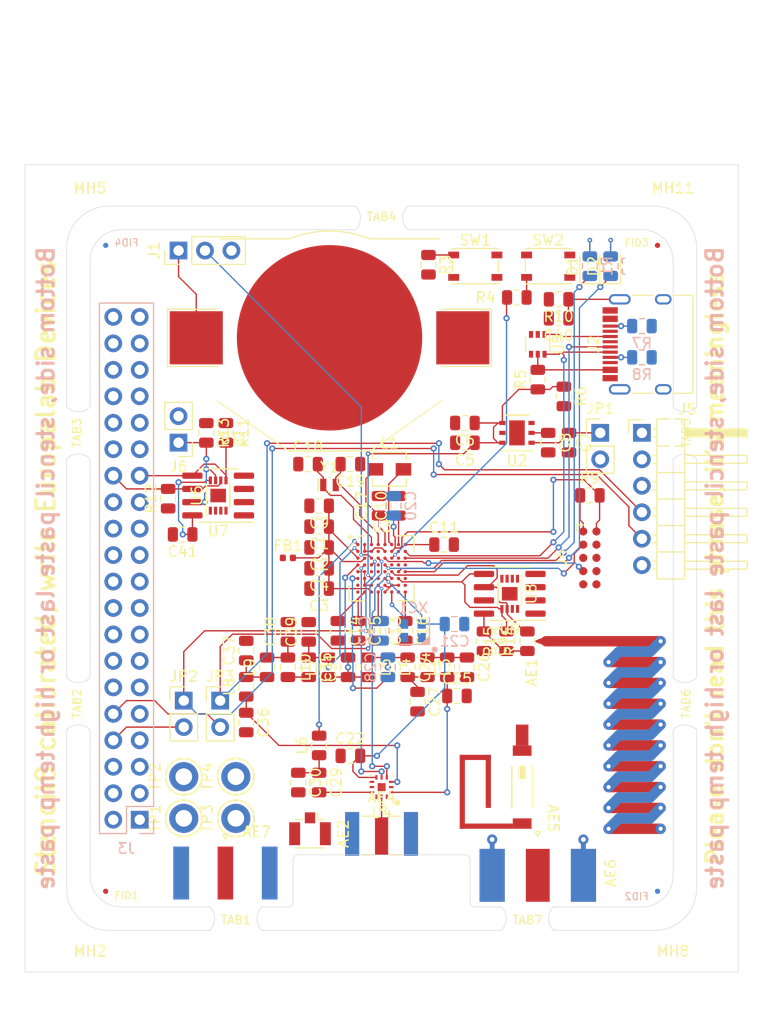
<source format=kicad_pcb>
(kicad_pcb (version 20171130) (host pcbnew 5.1.5+dfsg1-2build2)

  (general
    (thickness 1.6)
    (drawings 95)
    (tracks 429)
    (zones 0)
    (modules 117)
    (nets 121)
  )

  (page A3)
  (title_block
    (date "15 nov 2012")
  )

  (layers
    (0 F.Cu signal)
    (1 In1.Cu signal)
    (2 In2.Cu signal)
    (31 B.Cu signal)
    (34 B.Paste user)
    (35 F.Paste user)
    (36 B.SilkS user)
    (37 F.SilkS user)
    (38 B.Mask user)
    (39 F.Mask user)
    (40 Dwgs.User user)
    (41 Cmts.User user hide)
    (44 Edge.Cuts user)
    (45 Margin user)
    (46 B.CrtYd user)
    (47 F.CrtYd user)
    (48 B.Fab user)
    (49 F.Fab user)
  )

  (setup
    (last_trace_width 0.127)
    (user_trace_width 0.1016)
    (user_trace_width 0.127)
    (user_trace_width 0.2)
    (trace_clearance 0.09)
    (zone_clearance 0.508)
    (zone_45_only no)
    (trace_min 0.09)
    (via_size 0.356)
    (via_drill 0.2)
    (via_min_size 0.356)
    (via_min_drill 0.2)
    (user_via 0.45 0.2)
    (user_via 0.6 0.3)
    (uvia_size 0.45)
    (uvia_drill 0.1)
    (uvias_allowed no)
    (uvia_min_size 0.45)
    (uvia_min_drill 0.1)
    (edge_width 0.1)
    (segment_width 0.1)
    (pcb_text_width 0.25)
    (pcb_text_size 1 1)
    (mod_edge_width 0.15)
    (mod_text_size 1 1)
    (mod_text_width 0.15)
    (pad_size 0.32 0.32)
    (pad_drill 0)
    (pad_to_mask_clearance 0)
    (aux_axis_origin 0 0)
    (visible_elements 7FFFF7FF)
    (pcbplotparams
      (layerselection 0x00030_80000001)
      (usegerberextensions true)
      (usegerberattributes false)
      (usegerberadvancedattributes false)
      (creategerberjobfile false)
      (excludeedgelayer true)
      (linewidth 0.150000)
      (plotframeref false)
      (viasonmask false)
      (mode 1)
      (useauxorigin false)
      (hpglpennumber 1)
      (hpglpenspeed 20)
      (hpglpendiameter 15.000000)
      (psnegative false)
      (psa4output false)
      (plotreference true)
      (plotvalue true)
      (plotinvisibletext false)
      (padsonsilk false)
      (subtractmaskfromsilk false)
      (outputformat 1)
      (mirror false)
      (drillshape 1)
      (scaleselection 1)
      (outputdirectory ""))
  )

  (net 0 "")
  (net 1 GND)
  (net 2 "Net-(AE1-Pad1)")
  (net 3 /Sheet5F53D5B4/RFSWPWR)
  (net 4 "Net-(C8-Pad1)")
  (net 5 /Sheet5F53D5B4/POWAMP)
  (net 6 "Net-(C13-Pad1)")
  (net 7 /Sheet5F53D5B4/HFOUT)
  (net 8 +3V3)
  (net 9 "Net-(C29-Pad1)")
  (net 10 /Sheet5F53D5B4/UART_RX)
  (net 11 /Sheet5F53D5B4/UART_TX)
  (net 12 /Sheet5F53D5B4/HPOUT)
  (net 13 /Sheet5F53D5B4/HFIN)
  (net 14 /Sheet5F53D5B4/BANDSEL)
  (net 15 "Net-(XC1-Pad1)")
  (net 16 "Net-(BT1-Pad1)")
  (net 17 /Sheet5F53D5B4/USB_BUS)
  (net 18 "Net-(C33-Pad1)")
  (net 19 "Net-(C34-Pad1)")
  (net 20 /Sheet5F53D5B4/CMDRST)
  (net 21 "Net-(D1-Pad2)")
  (net 22 "Net-(D1-Pad1)")
  (net 23 "Net-(D2-Pad1)")
  (net 24 "Net-(D2-Pad2)")
  (net 25 /Sheet5F53D5B4/USB_P)
  (net 26 /Sheet5F53D5B4/USB_N)
  (net 27 /Sheet60040980/ID_SD)
  (net 28 /Sheet60040980/ID_SC)
  (net 29 /Sheet5F53D5B4/SWDCLK)
  (net 30 "Net-(J3-Pad7)")
  (net 31 "Net-(J3-Pad8)")
  (net 32 "Net-(J4-Pad6)")
  (net 33 /Sheet5F53D5B4/CN_VBAT)
  (net 34 /Sheet5F53D5B4/I2C_SCL)
  (net 35 /Sheet5F53D5B4/I2C_SDA)
  (net 36 "Net-(TP3-Pad1)")
  (net 37 "Net-(TP4-Pad1)")
  (net 38 /Sheet5F53D5B4/XCEIV)
  (net 39 /Sheet5F53D5B4/CRYSTAL_XIN-RESERVED)
  (net 40 /Sheet5F53D5B4/CRYSTAL_XOUT-RESERVED)
  (net 41 "Net-(AE5-Pad2)")
  (net 42 "Net-(C1-Pad1)")
  (net 43 "Net-(C7-Pad1)")
  (net 44 "Net-(C14-Pad1)")
  (net 45 "Net-(C17-Pad1)")
  (net 46 "Net-(C18-Pad2)")
  (net 47 "Net-(C19-Pad2)")
  (net 48 "Net-(C23-Pad2)")
  (net 49 "Net-(C23-Pad1)")
  (net 50 "Net-(C24-Pad1)")
  (net 51 "Net-(C24-Pad2)")
  (net 52 "Net-(C29-Pad2)")
  (net 53 "Net-(C33-Pad2)")
  (net 54 "Net-(C35-Pad2)")
  (net 55 "Net-(C40-Pad1)")
  (net 56 "Net-(J2-PadB5)")
  (net 57 "Net-(J2-PadA8)")
  (net 58 "Net-(J2-PadA5)")
  (net 59 "Net-(J2-PadB8)")
  (net 60 "Net-(J2-PadA4)")
  (net 61 "Net-(J3-Pad2)")
  (net 62 "Net-(J3-Pad3)")
  (net 63 "Net-(J3-Pad4)")
  (net 64 "Net-(J3-Pad5)")
  (net 65 "Net-(J3-Pad10)")
  (net 66 "Net-(J3-Pad11)")
  (net 67 "Net-(J3-Pad12)")
  (net 68 "Net-(J3-Pad13)")
  (net 69 "Net-(J3-Pad15)")
  (net 70 "Net-(J3-Pad16)")
  (net 71 "Net-(J3-Pad18)")
  (net 72 "Net-(J3-Pad19)")
  (net 73 "Net-(J3-Pad21)")
  (net 74 "Net-(J3-Pad22)")
  (net 75 "Net-(J3-Pad23)")
  (net 76 "Net-(J3-Pad24)")
  (net 77 "Net-(J3-Pad26)")
  (net 78 "Net-(J3-Pad29)")
  (net 79 "Net-(J3-Pad31)")
  (net 80 "Net-(J3-Pad32)")
  (net 81 "Net-(J3-Pad33)")
  (net 82 "Net-(J3-Pad35)")
  (net 83 "Net-(J3-Pad36)")
  (net 84 "Net-(J3-Pad37)")
  (net 85 "Net-(J3-Pad38)")
  (net 86 "Net-(J3-Pad40)")
  (net 87 "Net-(J4-Pad7)")
  (net 88 "Net-(J4-Pad8)")
  (net 89 "Net-(J5-Pad2)")
  (net 90 "Net-(J5-Pad3)")
  (net 91 "Net-(J5-Pad6)")
  (net 92 "Net-(J6-Pad1)")
  (net 93 "Net-(L1-Pad2)")
  (net 94 "Net-(R3-Pad1)")
  (net 95 "Net-(R4-Pad1)")
  (net 96 "Net-(R4-Pad2)")
  (net 97 "Net-(U2-Pad5)")
  (net 98 "Net-(U3-PadG1)")
  (net 99 "Net-(U3-PadH1)")
  (net 100 "Net-(U3-PadE3)")
  (net 101 "Net-(U3-PadB4)")
  (net 102 "Net-(U3-PadE4)")
  (net 103 "Net-(U3-PadF4)")
  (net 104 "Net-(U3-PadE5)")
  (net 105 "Net-(U3-PadH6)")
  (net 106 "Net-(U3-PadC7)")
  (net 107 "Net-(U3-PadD7)")
  (net 108 "Net-(U3-PadH7)")
  (net 109 "Net-(U3-PadD8)")
  (net 110 "Net-(U5-Pad3)")
  (net 111 "Net-(U5-Pad4)")
  (net 112 "Net-(U8-Pad7)")
  (net 113 "Net-(U8-Pad3)")
  (net 114 "Net-(U8-Pad2)")
  (net 115 "Net-(U8-Pad1)")
  (net 116 "Net-(U9-Pad1)")
  (net 117 "Net-(U9-Pad2)")
  (net 118 "Net-(U9-Pad3)")
  (net 119 "Net-(U9-Pad7)")
  (net 120 /Sheet5F53D5B4/SWDIO)

  (net_class Default "This is the default net class."
    (clearance 0.09)
    (trace_width 0.09)
    (via_dia 0.356)
    (via_drill 0.2)
    (uvia_dia 0.45)
    (uvia_drill 0.1)
    (add_net +3V3)
    (add_net /Sheet5F53D5B4/BANDSEL)
    (add_net /Sheet5F53D5B4/CMDRST)
    (add_net /Sheet5F53D5B4/CN_VBAT)
    (add_net /Sheet5F53D5B4/CRYSTAL_XIN-RESERVED)
    (add_net /Sheet5F53D5B4/CRYSTAL_XOUT-RESERVED)
    (add_net /Sheet5F53D5B4/HFIN)
    (add_net /Sheet5F53D5B4/HFOUT)
    (add_net /Sheet5F53D5B4/HPOUT)
    (add_net /Sheet5F53D5B4/I2C_SCL)
    (add_net /Sheet5F53D5B4/I2C_SDA)
    (add_net /Sheet5F53D5B4/POWAMP)
    (add_net /Sheet5F53D5B4/RFSWPWR)
    (add_net /Sheet5F53D5B4/SWDCLK)
    (add_net /Sheet5F53D5B4/SWDIO)
    (add_net /Sheet5F53D5B4/UART_RX)
    (add_net /Sheet5F53D5B4/UART_TX)
    (add_net /Sheet5F53D5B4/USB_BUS)
    (add_net /Sheet5F53D5B4/USB_N)
    (add_net /Sheet5F53D5B4/USB_P)
    (add_net /Sheet5F53D5B4/XCEIV)
    (add_net /Sheet60040980/ID_SC)
    (add_net /Sheet60040980/ID_SD)
    (add_net GND)
    (add_net "Net-(AE1-Pad1)")
    (add_net "Net-(AE5-Pad2)")
    (add_net "Net-(BT1-Pad1)")
    (add_net "Net-(C1-Pad1)")
    (add_net "Net-(C13-Pad1)")
    (add_net "Net-(C14-Pad1)")
    (add_net "Net-(C17-Pad1)")
    (add_net "Net-(C18-Pad2)")
    (add_net "Net-(C19-Pad2)")
    (add_net "Net-(C23-Pad1)")
    (add_net "Net-(C23-Pad2)")
    (add_net "Net-(C24-Pad1)")
    (add_net "Net-(C24-Pad2)")
    (add_net "Net-(C29-Pad1)")
    (add_net "Net-(C29-Pad2)")
    (add_net "Net-(C33-Pad1)")
    (add_net "Net-(C33-Pad2)")
    (add_net "Net-(C34-Pad1)")
    (add_net "Net-(C35-Pad2)")
    (add_net "Net-(C40-Pad1)")
    (add_net "Net-(C7-Pad1)")
    (add_net "Net-(C8-Pad1)")
    (add_net "Net-(D1-Pad1)")
    (add_net "Net-(D1-Pad2)")
    (add_net "Net-(D2-Pad1)")
    (add_net "Net-(D2-Pad2)")
    (add_net "Net-(J2-PadA4)")
    (add_net "Net-(J2-PadA5)")
    (add_net "Net-(J2-PadA8)")
    (add_net "Net-(J2-PadB5)")
    (add_net "Net-(J2-PadB8)")
    (add_net "Net-(J3-Pad10)")
    (add_net "Net-(J3-Pad11)")
    (add_net "Net-(J3-Pad12)")
    (add_net "Net-(J3-Pad13)")
    (add_net "Net-(J3-Pad15)")
    (add_net "Net-(J3-Pad16)")
    (add_net "Net-(J3-Pad18)")
    (add_net "Net-(J3-Pad19)")
    (add_net "Net-(J3-Pad2)")
    (add_net "Net-(J3-Pad21)")
    (add_net "Net-(J3-Pad22)")
    (add_net "Net-(J3-Pad23)")
    (add_net "Net-(J3-Pad24)")
    (add_net "Net-(J3-Pad26)")
    (add_net "Net-(J3-Pad29)")
    (add_net "Net-(J3-Pad3)")
    (add_net "Net-(J3-Pad31)")
    (add_net "Net-(J3-Pad32)")
    (add_net "Net-(J3-Pad33)")
    (add_net "Net-(J3-Pad35)")
    (add_net "Net-(J3-Pad36)")
    (add_net "Net-(J3-Pad37)")
    (add_net "Net-(J3-Pad38)")
    (add_net "Net-(J3-Pad4)")
    (add_net "Net-(J3-Pad40)")
    (add_net "Net-(J3-Pad5)")
    (add_net "Net-(J3-Pad7)")
    (add_net "Net-(J3-Pad8)")
    (add_net "Net-(J4-Pad6)")
    (add_net "Net-(J4-Pad7)")
    (add_net "Net-(J4-Pad8)")
    (add_net "Net-(J5-Pad2)")
    (add_net "Net-(J5-Pad3)")
    (add_net "Net-(J5-Pad6)")
    (add_net "Net-(J6-Pad1)")
    (add_net "Net-(L1-Pad2)")
    (add_net "Net-(R3-Pad1)")
    (add_net "Net-(R4-Pad1)")
    (add_net "Net-(R4-Pad2)")
    (add_net "Net-(TP3-Pad1)")
    (add_net "Net-(TP4-Pad1)")
    (add_net "Net-(U2-Pad5)")
    (add_net "Net-(U3-PadB4)")
    (add_net "Net-(U3-PadC7)")
    (add_net "Net-(U3-PadD7)")
    (add_net "Net-(U3-PadD8)")
    (add_net "Net-(U3-PadE3)")
    (add_net "Net-(U3-PadE4)")
    (add_net "Net-(U3-PadE5)")
    (add_net "Net-(U3-PadF4)")
    (add_net "Net-(U3-PadG1)")
    (add_net "Net-(U3-PadH1)")
    (add_net "Net-(U3-PadH6)")
    (add_net "Net-(U3-PadH7)")
    (add_net "Net-(U5-Pad3)")
    (add_net "Net-(U5-Pad4)")
    (add_net "Net-(U8-Pad1)")
    (add_net "Net-(U8-Pad2)")
    (add_net "Net-(U8-Pad3)")
    (add_net "Net-(U8-Pad7)")
    (add_net "Net-(U9-Pad1)")
    (add_net "Net-(U9-Pad2)")
    (add_net "Net-(U9-Pad3)")
    (add_net "Net-(U9-Pad7)")
    (add_net "Net-(XC1-Pad1)")
  )

  (net_class Power ""
    (clearance 0.2)
    (trace_width 0.5)
    (via_dia 1)
    (via_drill 0.7)
    (uvia_dia 0.5)
    (uvia_drill 0.1)
  )

  (module Elabdev:TFBGA-64_8x8_6.0x6.0mm_P0.65mm (layer F.Cu) (tedit 5F6BA77A) (tstamp 5F68786E)
    (at 210 148)
    (path /5F53D5B5/6052EF69)
    (solder_mask_margin 0.025)
    (clearance 0.0508)
    (attr smd)
    (fp_text reference U3 (at 0 -4) (layer F.SilkS)
      (effects (font (size 1 1) (thickness 0.15)))
    )
    (fp_text value ATSAMR34 (at 0 4) (layer F.Fab)
      (effects (font (size 1 1) (thickness 0.15)))
    )
    (fp_line (start -2 -3) (end -3 -2) (layer F.Fab) (width 0.1))
    (fp_line (start -3 -2) (end -3 3) (layer F.Fab) (width 0.1))
    (fp_line (start -3 3) (end 3 3) (layer F.Fab) (width 0.1))
    (fp_line (start 3 3) (end 3 -3) (layer F.Fab) (width 0.1))
    (fp_line (start 3 -3) (end -2 -3) (layer F.Fab) (width 0.1))
    (fp_line (start 1.62 -3.12) (end 3.12 -3.12) (layer F.SilkS) (width 0.12))
    (fp_line (start 3.12 -3.12) (end 3.12 -1.62) (layer F.SilkS) (width 0.12))
    (fp_line (start 1.62 -3.12) (end 3.12 -3.12) (layer F.SilkS) (width 0.12))
    (fp_line (start 3.12 -3.12) (end 3.12 -1.62) (layer F.SilkS) (width 0.12))
    (fp_line (start 1.62 3.12) (end 3.12 3.12) (layer F.SilkS) (width 0.12))
    (fp_line (start 3.12 3.12) (end 3.12 1.62) (layer F.SilkS) (width 0.12))
    (fp_line (start 1.62 -3.12) (end 3.12 -3.12) (layer F.SilkS) (width 0.12))
    (fp_line (start 3.12 -3.12) (end 3.12 -1.62) (layer F.SilkS) (width 0.12))
    (fp_line (start -1.62 3.12) (end -3.12 3.12) (layer F.SilkS) (width 0.12))
    (fp_line (start -3.12 3.12) (end -3.12 1.62) (layer F.SilkS) (width 0.12))
    (fp_line (start -1.62 -3.12) (end -2 -3.12) (layer F.SilkS) (width 0.12))
    (fp_line (start -2 -3.12) (end -3.12 -2) (layer F.SilkS) (width 0.12))
    (fp_line (start -3.12 -2) (end -3.12 -1.62) (layer F.SilkS) (width 0.12))
    (fp_circle (center -3 -3) (end -3 -2.9) (layer F.SilkS) (width 0.2))
    (fp_line (start -4 -4) (end 4 -4) (layer F.CrtYd) (width 0.05))
    (fp_line (start 4 -4) (end 4 4) (layer F.CrtYd) (width 0.05))
    (fp_line (start 4 4) (end -4 4) (layer F.CrtYd) (width 0.05))
    (fp_line (start -4 4) (end -4 -4) (layer F.CrtYd) (width 0.05))
    (pad A1 smd circle (at -2.275 -2.275) (size 0.32 0.32) (layers F.Cu F.Paste F.Mask)
      (net 13 /Sheet5F53D5B4/HFIN))
    (pad B1 smd circle (at -2.275 -1.625) (size 0.32 0.32) (layers F.Cu F.Paste F.Mask)
      (net 7 /Sheet5F53D5B4/HFOUT))
    (pad C1 smd circle (at -2.275 -0.975) (size 0.32 0.32) (layers F.Cu F.Paste F.Mask)
      (net 42 "Net-(C1-Pad1)"))
    (pad D1 smd circle (at -2.275 -0.325) (size 0.32 0.32) (layers F.Cu F.Paste F.Mask)
      (net 5 /Sheet5F53D5B4/POWAMP))
    (pad E1 smd circle (at -2.275 0.325) (size 0.32 0.32) (layers F.Cu F.Paste F.Mask)
      (net 1 GND))
    (pad F1 smd circle (at -2.275 0.975) (size 0.32 0.32) (layers F.Cu F.Paste F.Mask)
      (net 12 /Sheet5F53D5B4/HPOUT))
    (pad G1 smd circle (at -2.275 1.625) (size 0.32 0.32) (layers F.Cu F.Paste F.Mask)
      (net 98 "Net-(U3-PadG1)"))
    (pad H1 smd circle (at -2.275 2.275) (size 0.32 0.32) (layers F.Cu F.Paste F.Mask)
      (net 99 "Net-(U3-PadH1)"))
    (pad A2 smd circle (at -1.625 -2.275) (size 0.32 0.32) (layers F.Cu F.Paste F.Mask)
      (net 1 GND))
    (pad B2 smd circle (at -1.625 -1.625) (size 0.32 0.32) (layers F.Cu F.Paste F.Mask)
      (net 1 GND))
    (pad C2 smd circle (at -1.625 -0.975) (size 0.32 0.32) (layers F.Cu F.Paste F.Mask)
      (net 42 "Net-(C1-Pad1)"))
    (pad D2 smd circle (at -1.625 -0.325) (size 0.32 0.32) (layers F.Cu F.Paste F.Mask)
      (net 38 /Sheet5F53D5B4/XCEIV))
    (pad E2 smd circle (at -1.625 0.325) (size 0.32 0.32) (layers F.Cu F.Paste F.Mask)
      (net 1 GND))
    (pad F2 smd circle (at -1.625 0.975) (size 0.32 0.32) (layers F.Cu F.Paste F.Mask)
      (net 1 GND))
    (pad G2 smd circle (at -1.625 1.625) (size 0.32 0.32) (layers F.Cu F.Paste F.Mask)
      (net 1 GND))
    (pad H2 smd circle (at -1.625 2.275) (size 0.32 0.32) (layers F.Cu F.Paste F.Mask)
      (net 44 "Net-(C14-Pad1)"))
    (pad A3 smd circle (at -0.975 -2.275) (size 0.32 0.32) (layers F.Cu F.Paste F.Mask)
      (net 46 "Net-(C18-Pad2)"))
    (pad B3 smd circle (at -0.975 -1.625) (size 0.32 0.32) (layers F.Cu F.Paste F.Mask)
      (net 1 GND))
    (pad C3 smd circle (at -0.975 -0.975) (size 0.32 0.32) (layers F.Cu F.Paste F.Mask)
      (net 33 /Sheet5F53D5B4/CN_VBAT))
    (pad D3 smd circle (at -0.975 -0.325) (size 0.32 0.32) (layers F.Cu F.Paste F.Mask)
      (net 11 /Sheet5F53D5B4/UART_TX))
    (pad E3 smd circle (at -0.975 0.325) (size 0.32 0.32) (layers F.Cu F.Paste F.Mask)
      (net 100 "Net-(U3-PadE3)"))
    (pad F3 smd circle (at -0.975 0.975) (size 0.32 0.32) (layers F.Cu F.Paste F.Mask)
      (net 17 /Sheet5F53D5B4/USB_BUS))
    (pad G3 smd circle (at -0.975 1.625) (size 0.32 0.32) (layers F.Cu F.Paste F.Mask)
      (net 1 GND))
    (pad H3 smd circle (at -0.975 2.275) (size 0.32 0.32) (layers F.Cu F.Paste F.Mask)
      (net 42 "Net-(C1-Pad1)"))
    (pad A4 smd circle (at -0.325 -2.275) (size 0.32 0.32) (layers F.Cu F.Paste F.Mask)
      (net 47 "Net-(C19-Pad2)"))
    (pad B4 smd circle (at -0.325 -1.625) (size 0.32 0.32) (layers F.Cu F.Paste F.Mask)
      (net 101 "Net-(U3-PadB4)"))
    (pad C4 smd circle (at -0.325 -0.975) (size 0.32 0.32) (layers F.Cu F.Paste F.Mask)
      (net 10 /Sheet5F53D5B4/UART_RX))
    (pad D4 smd circle (at -0.325 -0.325) (size 0.32 0.32) (layers F.Cu F.Paste F.Mask)
      (net 1 GND))
    (pad E4 smd circle (at -0.325 0.325) (size 0.32 0.32) (layers F.Cu F.Paste F.Mask)
      (net 102 "Net-(U3-PadE4)"))
    (pad F4 smd circle (at -0.325 0.975) (size 0.32 0.32) (layers F.Cu F.Paste F.Mask)
      (net 103 "Net-(U3-PadF4)"))
    (pad G4 smd circle (at -0.325 1.625) (size 0.32 0.32) (layers F.Cu F.Paste F.Mask)
      (net 8 +3V3))
    (pad H4 smd circle (at -0.325 2.275) (size 0.32 0.32) (layers F.Cu F.Paste F.Mask)
      (net 6 "Net-(C13-Pad1)"))
    (pad A5 smd circle (at 0.325 -2.275) (size 0.32 0.32) (layers F.Cu F.Paste F.Mask)
      (net 45 "Net-(C17-Pad1)"))
    (pad B5 smd circle (at 0.325 -1.625) (size 0.32 0.32) (layers F.Cu F.Paste F.Mask)
      (net 1 GND))
    (pad C5 smd circle (at 0.325 -0.975) (size 0.32 0.32) (layers F.Cu F.Paste F.Mask)
      (net 29 /Sheet5F53D5B4/SWDCLK))
    (pad D5 smd circle (at 0.325 -0.325) (size 0.32 0.32) (layers F.Cu F.Paste F.Mask)
      (net 120 /Sheet5F53D5B4/SWDIO))
    (pad E5 smd circle (at 0.325 0.325) (size 0.32 0.32) (layers F.Cu F.Paste F.Mask)
      (net 104 "Net-(U3-PadE5)"))
    (pad F5 smd circle (at 0.325 0.975) (size 0.32 0.32) (layers F.Cu F.Paste F.Mask)
      (net 3 /Sheet5F53D5B4/RFSWPWR))
    (pad G5 smd circle (at 0.325 1.625) (size 0.32 0.32) (layers F.Cu F.Paste F.Mask)
      (net 1 GND))
    (pad H5 smd circle (at 0.325 2.275) (size 0.32 0.32) (layers F.Cu F.Paste F.Mask)
      (net 1 GND))
    (pad A6 smd circle (at 0.975 -2.275) (size 0.32 0.32) (layers F.Cu F.Paste F.Mask)
      (net 93 "Net-(L1-Pad2)"))
    (pad B6 smd circle (at 0.975 -1.625) (size 0.32 0.32) (layers F.Cu F.Paste F.Mask)
      (net 20 /Sheet5F53D5B4/CMDRST))
    (pad C6 smd circle (at 0.975 -0.975) (size 0.32 0.32) (layers F.Cu F.Paste F.Mask)
      (net 95 "Net-(R4-Pad1)"))
    (pad D6 smd circle (at 0.975 -0.325) (size 0.32 0.32) (layers F.Cu F.Paste F.Mask)
      (net 1 GND))
    (pad E6 smd circle (at 0.975 0.325) (size 0.32 0.32) (layers F.Cu F.Paste F.Mask)
      (net 34 /Sheet5F53D5B4/I2C_SCL))
    (pad F6 smd circle (at 0.975 0.975) (size 0.32 0.32) (layers F.Cu F.Paste F.Mask)
      (net 14 /Sheet5F53D5B4/BANDSEL))
    (pad G6 smd circle (at 0.975 1.625) (size 0.32 0.32) (layers F.Cu F.Paste F.Mask)
      (net 1 GND))
    (pad H6 smd circle (at 0.975 2.275) (size 0.32 0.32) (layers F.Cu F.Paste F.Mask)
      (net 105 "Net-(U3-PadH6)"))
    (pad A7 smd circle (at 1.625 -2.275) (size 0.32 0.32) (layers F.Cu F.Paste F.Mask)
      (net 8 +3V3))
    (pad B7 smd circle (at 1.625 -1.625) (size 0.32 0.32) (layers F.Cu F.Paste F.Mask)
      (net 1 GND))
    (pad C7 smd circle (at 1.625 -0.975) (size 0.32 0.32) (layers F.Cu F.Paste F.Mask)
      (net 106 "Net-(U3-PadC7)"))
    (pad D7 smd circle (at 1.625 -0.325) (size 0.32 0.32) (layers F.Cu F.Paste F.Mask)
      (net 107 "Net-(U3-PadD7)"))
    (pad E7 smd circle (at 1.625 0.325) (size 0.32 0.32) (layers F.Cu F.Paste F.Mask)
      (net 22 "Net-(D1-Pad1)"))
    (pad F7 smd circle (at 1.625 0.975) (size 0.32 0.32) (layers F.Cu F.Paste F.Mask)
      (net 35 /Sheet5F53D5B4/I2C_SDA))
    (pad G7 smd circle (at 1.625 1.625) (size 0.32 0.32) (layers F.Cu F.Paste F.Mask)
      (net 1 GND))
    (pad H7 smd circle (at 1.625 2.275) (size 0.32 0.32) (layers F.Cu F.Paste F.Mask)
      (net 108 "Net-(U3-PadH7)"))
    (pad A8 smd circle (at 2.275 -2.275) (size 0.32 0.32) (layers F.Cu F.Paste F.Mask)
      (net 8 +3V3))
    (pad B8 smd circle (at 2.275 -1.625) (size 0.32 0.32) (layers F.Cu F.Paste F.Mask)
      (net 26 /Sheet5F53D5B4/USB_N))
    (pad C8 smd circle (at 2.275 -0.975) (size 0.32 0.32) (layers F.Cu F.Paste F.Mask)
      (net 25 /Sheet5F53D5B4/USB_P))
    (pad D8 smd circle (at 2.275 -0.325) (size 0.32 0.32) (layers F.Cu F.Paste F.Mask)
      (net 109 "Net-(U3-PadD8)"))
    (pad E8 smd circle (at 2.275 0.325) (size 0.32 0.32) (layers F.Cu F.Paste F.Mask)
      (net 23 "Net-(D2-Pad1)"))
    (pad F8 smd circle (at 2.275 0.975) (size 0.32 0.32) (layers F.Cu F.Paste F.Mask)
      (net 39 /Sheet5F53D5B4/CRYSTAL_XIN-RESERVED))
    (pad G8 smd circle (at 2.275 1.625) (size 0.32 0.32) (layers F.Cu F.Paste F.Mask)
      (net 40 /Sheet5F53D5B4/CRYSTAL_XOUT-RESERVED))
    (pad H8 smd circle (at 2.275 2.275) (size 0.32 0.32) (layers F.Cu F.Paste F.Mask)
      (net 8 +3V3))
    (model ${KISYS3DMOD}/Package_BGA.3dshapes/TFBGA-64_5x5mm_Layout8x8_P0.5mm.wrl
      (at (xyz 0 0 0))
      (scale (xyz 1.2 1.2 1.2))
      (rotate (xyz 0 0 0))
    )
  )

  (module Elabdev:Panel_Mousetab_25mm_Single (layer F.Cu) (tedit 5CD9E502) (tstamp 5F680FEC)
    (at 224 181.75 90)
    (path /5CD9EB0D)
    (fp_text reference TAB7 (at 0 0) (layer F.SilkS)
      (effects (font (size 0.8 0.8) (thickness 0.13)))
    )
    (fp_text value Pantab (at 0 3.5 90) (layer F.Fab)
      (effects (font (size 1 1) (thickness 0.15)))
    )
    (fp_line (start 1.25 -2.2) (end 1.25 2.2) (layer F.Fab) (width 0.15))
    (fp_line (start -1.25 -2.2) (end -1.25 2.2) (layer F.Fab) (width 0.15))
    (fp_line (start 2.1 -2.6) (end 2.1 2.6) (layer F.CrtYd) (width 0.15))
    (fp_line (start 2.1 2.6) (end -2.1 2.6) (layer F.CrtYd) (width 0.15))
    (fp_line (start -2.1 2.6) (end -2.1 -2.6) (layer F.CrtYd) (width 0.15))
    (fp_line (start -2.1 -2.6) (end 2.1 -2.6) (layer F.CrtYd) (width 0.15))
    (pad "" np_thru_hole circle (at 1.35 2 90) (size 0.5 0.5) (drill 0.5) (layers *.Cu))
    (pad "" np_thru_hole circle (at 1.35 1.2 90) (size 0.5 0.5) (drill 0.5) (layers *.Cu))
    (pad "" np_thru_hole circle (at 1.35 0.4 90) (size 0.5 0.5) (drill 0.5) (layers *.Cu))
    (pad "" np_thru_hole circle (at 1.35 -0.4 90) (size 0.5 0.5) (drill 0.5) (layers *.Cu))
    (pad "" np_thru_hole circle (at 1.35 -1.2 90) (size 0.5 0.5) (drill 0.5) (layers *.Cu))
    (pad "" np_thru_hole circle (at 1.35 -2 90) (size 0.5 0.5) (drill 0.5) (layers *.Cu))
  )

  (module Elabdev:Panel_Mousetab_25mm_Single (layer F.Cu) (tedit 5CD9E59A) (tstamp 5F4C0A71)
    (at 210 114.25 270)
    (path /5CD5C3A7)
    (fp_text reference TAB4 (at 0 0 180) (layer F.SilkS)
      (effects (font (size 0.8 0.8) (thickness 0.13)))
    )
    (fp_text value Pantab (at 0 -3.5 270) (layer F.Fab)
      (effects (font (size 1 1) (thickness 0.15)))
    )
    (fp_line (start 1.25 -2.2) (end 1.25 2.2) (layer F.Fab) (width 0.15))
    (fp_line (start -1.25 -2.2) (end -1.25 2.2) (layer F.Fab) (width 0.15))
    (fp_line (start 2.1 -2.6) (end 2.1 2.6) (layer F.CrtYd) (width 0.15))
    (fp_line (start 2.1 2.6) (end -2.1 2.6) (layer F.CrtYd) (width 0.15))
    (fp_line (start -2.1 2.6) (end -2.1 -2.6) (layer F.CrtYd) (width 0.15))
    (fp_line (start -2.1 -2.6) (end 2.1 -2.6) (layer F.CrtYd) (width 0.15))
    (pad "" np_thru_hole circle (at 1.35 2 270) (size 0.5 0.5) (drill 0.5) (layers *.Cu))
    (pad "" np_thru_hole circle (at 1.35 1.2 270) (size 0.5 0.5) (drill 0.5) (layers *.Cu))
    (pad "" np_thru_hole circle (at 1.35 0.4 270) (size 0.5 0.5) (drill 0.5) (layers *.Cu))
    (pad "" np_thru_hole circle (at 1.35 -0.4 270) (size 0.5 0.5) (drill 0.5) (layers *.Cu))
    (pad "" np_thru_hole circle (at 1.35 -1.2 270) (size 0.5 0.5) (drill 0.5) (layers *.Cu))
    (pad "" np_thru_hole circle (at 1.35 -2 270) (size 0.5 0.5) (drill 0.5) (layers *.Cu))
  )

  (module Elabdev:Panel_Mousetab_25mm_Single (layer F.Cu) (tedit 5CD9E502) (tstamp 5CE1C45C)
    (at 196 181.75 90)
    (path /5CD9EB0D)
    (fp_text reference TAB1 (at 0 0) (layer F.SilkS)
      (effects (font (size 0.8 0.8) (thickness 0.13)))
    )
    (fp_text value Pantab (at 0 3.5 90) (layer F.Fab)
      (effects (font (size 1 1) (thickness 0.15)))
    )
    (fp_line (start -2.1 -2.6) (end 2.1 -2.6) (layer F.CrtYd) (width 0.15))
    (fp_line (start -2.1 2.6) (end -2.1 -2.6) (layer F.CrtYd) (width 0.15))
    (fp_line (start 2.1 2.6) (end -2.1 2.6) (layer F.CrtYd) (width 0.15))
    (fp_line (start 2.1 -2.6) (end 2.1 2.6) (layer F.CrtYd) (width 0.15))
    (fp_line (start -1.25 -2.2) (end -1.25 2.2) (layer F.Fab) (width 0.15))
    (fp_line (start 1.25 -2.2) (end 1.25 2.2) (layer F.Fab) (width 0.15))
    (pad "" np_thru_hole circle (at 1.35 -2 90) (size 0.5 0.5) (drill 0.5) (layers *.Cu))
    (pad "" np_thru_hole circle (at 1.35 -1.2 90) (size 0.5 0.5) (drill 0.5) (layers *.Cu))
    (pad "" np_thru_hole circle (at 1.35 -0.4 90) (size 0.5 0.5) (drill 0.5) (layers *.Cu))
    (pad "" np_thru_hole circle (at 1.35 0.4 90) (size 0.5 0.5) (drill 0.5) (layers *.Cu))
    (pad "" np_thru_hole circle (at 1.35 1.2 90) (size 0.5 0.5) (drill 0.5) (layers *.Cu))
    (pad "" np_thru_hole circle (at 1.35 2 90) (size 0.5 0.5) (drill 0.5) (layers *.Cu))
  )

  (module Elabdev:Panel_Mousetab_25mm_Single (layer F.Cu) (tedit 5CD5AA6C) (tstamp 5F4C1007)
    (at 180.75 161)
    (path /5CD5C074)
    (fp_text reference TAB2 (at 0 0 90) (layer F.SilkS)
      (effects (font (size 0.8 0.8) (thickness 0.13)))
    )
    (fp_text value Pantab (at -2.5 0 -270) (layer F.Fab)
      (effects (font (size 1 1) (thickness 0.15)))
    )
    (fp_line (start -2.1 -2.6) (end 2.1 -2.6) (layer F.CrtYd) (width 0.15))
    (fp_line (start -2.1 2.6) (end -2.1 -2.6) (layer F.CrtYd) (width 0.15))
    (fp_line (start 2.1 2.6) (end -2.1 2.6) (layer F.CrtYd) (width 0.15))
    (fp_line (start 2.1 -2.6) (end 2.1 2.6) (layer F.CrtYd) (width 0.15))
    (fp_line (start -1.25 -2.2) (end -1.25 2.2) (layer F.Fab) (width 0.15))
    (fp_line (start 1.25 -2.2) (end 1.25 2.2) (layer F.Fab) (width 0.15))
    (pad "" np_thru_hole circle (at 1.35 -2) (size 0.5 0.5) (drill 0.5) (layers *.Cu))
    (pad "" np_thru_hole circle (at 1.35 -1.2) (size 0.5 0.5) (drill 0.5) (layers *.Cu))
    (pad "" np_thru_hole circle (at 1.35 -0.4) (size 0.5 0.5) (drill 0.5) (layers *.Cu))
    (pad "" np_thru_hole circle (at 1.35 0.4) (size 0.5 0.5) (drill 0.5) (layers *.Cu))
    (pad "" np_thru_hole circle (at 1.35 1.2) (size 0.5 0.5) (drill 0.5) (layers *.Cu))
    (pad "" np_thru_hole circle (at 1.35 2) (size 0.5 0.5) (drill 0.5) (layers *.Cu))
  )

  (module Elabdev:Panel_Mousetab_25mm_Single (layer F.Cu) (tedit 5CD5AA6C) (tstamp 5F4C1047)
    (at 180.75 135)
    (path /5CD5C074)
    (fp_text reference TAB3 (at 0 0 90) (layer F.SilkS)
      (effects (font (size 0.8 0.8) (thickness 0.13)))
    )
    (fp_text value Pantab (at -2.5 0 -270) (layer F.Fab)
      (effects (font (size 1 1) (thickness 0.15)))
    )
    (fp_line (start 1.25 -2.2) (end 1.25 2.2) (layer F.Fab) (width 0.15))
    (fp_line (start -1.25 -2.2) (end -1.25 2.2) (layer F.Fab) (width 0.15))
    (fp_line (start 2.1 -2.6) (end 2.1 2.6) (layer F.CrtYd) (width 0.15))
    (fp_line (start 2.1 2.6) (end -2.1 2.6) (layer F.CrtYd) (width 0.15))
    (fp_line (start -2.1 2.6) (end -2.1 -2.6) (layer F.CrtYd) (width 0.15))
    (fp_line (start -2.1 -2.6) (end 2.1 -2.6) (layer F.CrtYd) (width 0.15))
    (pad "" np_thru_hole circle (at 1.35 2) (size 0.5 0.5) (drill 0.5) (layers *.Cu))
    (pad "" np_thru_hole circle (at 1.35 1.2) (size 0.5 0.5) (drill 0.5) (layers *.Cu))
    (pad "" np_thru_hole circle (at 1.35 0.4) (size 0.5 0.5) (drill 0.5) (layers *.Cu))
    (pad "" np_thru_hole circle (at 1.35 -0.4) (size 0.5 0.5) (drill 0.5) (layers *.Cu))
    (pad "" np_thru_hole circle (at 1.35 -1.2) (size 0.5 0.5) (drill 0.5) (layers *.Cu))
    (pad "" np_thru_hole circle (at 1.35 -2) (size 0.5 0.5) (drill 0.5) (layers *.Cu))
  )

  (module Elabdev:Panel_Mousetab_25mm_Single (layer F.Cu) (tedit 5CD5AA6C) (tstamp 5F4C108A)
    (at 239.25 135 180)
    (path /5CD5C074)
    (fp_text reference TAB5 (at 0 0 90) (layer F.SilkS)
      (effects (font (size 0.8 0.8) (thickness 0.13)))
    )
    (fp_text value Pantab (at -2.5 0 90) (layer F.Fab)
      (effects (font (size 1 1) (thickness 0.15)))
    )
    (fp_line (start 1.25 -2.2) (end 1.25 2.2) (layer F.Fab) (width 0.15))
    (fp_line (start -1.25 -2.2) (end -1.25 2.2) (layer F.Fab) (width 0.15))
    (fp_line (start 2.1 -2.6) (end 2.1 2.6) (layer F.CrtYd) (width 0.15))
    (fp_line (start 2.1 2.6) (end -2.1 2.6) (layer F.CrtYd) (width 0.15))
    (fp_line (start -2.1 2.6) (end -2.1 -2.6) (layer F.CrtYd) (width 0.15))
    (fp_line (start -2.1 -2.6) (end 2.1 -2.6) (layer F.CrtYd) (width 0.15))
    (pad "" np_thru_hole circle (at 1.35 2 180) (size 0.5 0.5) (drill 0.5) (layers *.Cu))
    (pad "" np_thru_hole circle (at 1.35 1.2 180) (size 0.5 0.5) (drill 0.5) (layers *.Cu))
    (pad "" np_thru_hole circle (at 1.35 0.4 180) (size 0.5 0.5) (drill 0.5) (layers *.Cu))
    (pad "" np_thru_hole circle (at 1.35 -0.4 180) (size 0.5 0.5) (drill 0.5) (layers *.Cu))
    (pad "" np_thru_hole circle (at 1.35 -1.2 180) (size 0.5 0.5) (drill 0.5) (layers *.Cu))
    (pad "" np_thru_hole circle (at 1.35 -2 180) (size 0.5 0.5) (drill 0.5) (layers *.Cu))
  )

  (module Elabdev:Panel_Mousetab_25mm_Single (layer F.Cu) (tedit 5CD5AA6C) (tstamp 5F4C1067)
    (at 239.25 161 180)
    (path /5CD5C074)
    (fp_text reference TAB6 (at 0 0 90) (layer F.SilkS)
      (effects (font (size 0.8 0.8) (thickness 0.13)))
    )
    (fp_text value Pantab (at -2.5 0 90) (layer F.Fab)
      (effects (font (size 1 1) (thickness 0.15)))
    )
    (fp_line (start -2.1 -2.6) (end 2.1 -2.6) (layer F.CrtYd) (width 0.15))
    (fp_line (start -2.1 2.6) (end -2.1 -2.6) (layer F.CrtYd) (width 0.15))
    (fp_line (start 2.1 2.6) (end -2.1 2.6) (layer F.CrtYd) (width 0.15))
    (fp_line (start 2.1 -2.6) (end 2.1 2.6) (layer F.CrtYd) (width 0.15))
    (fp_line (start -1.25 -2.2) (end -1.25 2.2) (layer F.Fab) (width 0.15))
    (fp_line (start 1.25 -2.2) (end 1.25 2.2) (layer F.Fab) (width 0.15))
    (pad "" np_thru_hole circle (at 1.35 -2 180) (size 0.5 0.5) (drill 0.5) (layers *.Cu))
    (pad "" np_thru_hole circle (at 1.35 -1.2 180) (size 0.5 0.5) (drill 0.5) (layers *.Cu))
    (pad "" np_thru_hole circle (at 1.35 -0.4 180) (size 0.5 0.5) (drill 0.5) (layers *.Cu))
    (pad "" np_thru_hole circle (at 1.35 0.4 180) (size 0.5 0.5) (drill 0.5) (layers *.Cu))
    (pad "" np_thru_hole circle (at 1.35 1.2 180) (size 0.5 0.5) (drill 0.5) (layers *.Cu))
    (pad "" np_thru_hole circle (at 1.35 2 180) (size 0.5 0.5) (drill 0.5) (layers *.Cu))
  )

  (module Connector_PinSocket_2.54mm:PinSocket_2x20_P2.54mm_Vertical (layer B.Cu) (tedit 5A19A433) (tstamp 5F683F15)
    (at 186.77 172.13)
    (descr "Through hole straight socket strip, 2x20, 2.54mm pitch, double cols (from Kicad 4.0.7), script generated")
    (tags "Through hole socket strip THT 2x20 2.54mm double row")
    (path /60040981/5F6A7FD9)
    (fp_text reference J3 (at -1.27 2.77) (layer B.SilkS)
      (effects (font (size 1 1) (thickness 0.15)) (justify mirror))
    )
    (fp_text value RPIHAT-40W (at -1.27 -51.03) (layer B.Fab)
      (effects (font (size 1 1) (thickness 0.15)) (justify mirror))
    )
    (fp_line (start -3.81 1.27) (end 0.27 1.27) (layer B.Fab) (width 0.1))
    (fp_line (start 0.27 1.27) (end 1.27 0.27) (layer B.Fab) (width 0.1))
    (fp_line (start 1.27 0.27) (end 1.27 -49.53) (layer B.Fab) (width 0.1))
    (fp_line (start 1.27 -49.53) (end -3.81 -49.53) (layer B.Fab) (width 0.1))
    (fp_line (start -3.81 -49.53) (end -3.81 1.27) (layer B.Fab) (width 0.1))
    (fp_line (start -3.87 1.33) (end -1.27 1.33) (layer B.SilkS) (width 0.12))
    (fp_line (start -3.87 1.33) (end -3.87 -49.59) (layer B.SilkS) (width 0.12))
    (fp_line (start -3.87 -49.59) (end 1.33 -49.59) (layer B.SilkS) (width 0.12))
    (fp_line (start 1.33 -1.27) (end 1.33 -49.59) (layer B.SilkS) (width 0.12))
    (fp_line (start -1.27 -1.27) (end 1.33 -1.27) (layer B.SilkS) (width 0.12))
    (fp_line (start -1.27 1.33) (end -1.27 -1.27) (layer B.SilkS) (width 0.12))
    (fp_line (start 1.33 1.33) (end 1.33 0) (layer B.SilkS) (width 0.12))
    (fp_line (start 0 1.33) (end 1.33 1.33) (layer B.SilkS) (width 0.12))
    (fp_line (start -4.34 1.8) (end 1.76 1.8) (layer B.CrtYd) (width 0.05))
    (fp_line (start 1.76 1.8) (end 1.76 -50) (layer B.CrtYd) (width 0.05))
    (fp_line (start 1.76 -50) (end -4.34 -50) (layer B.CrtYd) (width 0.05))
    (fp_line (start -4.34 -50) (end -4.34 1.8) (layer B.CrtYd) (width 0.05))
    (fp_text user %R (at -1.27 -24.13 -90) (layer B.Fab)
      (effects (font (size 1 1) (thickness 0.15)) (justify mirror))
    )
    (pad 1 thru_hole rect (at 0 0) (size 1.7 1.7) (drill 1) (layers *.Cu *.Mask)
      (net 8 +3V3))
    (pad 2 thru_hole oval (at -2.54 0) (size 1.7 1.7) (drill 1) (layers *.Cu *.Mask)
      (net 61 "Net-(J3-Pad2)"))
    (pad 3 thru_hole oval (at 0 -2.54) (size 1.7 1.7) (drill 1) (layers *.Cu *.Mask)
      (net 62 "Net-(J3-Pad3)"))
    (pad 4 thru_hole oval (at -2.54 -2.54) (size 1.7 1.7) (drill 1) (layers *.Cu *.Mask)
      (net 63 "Net-(J3-Pad4)"))
    (pad 5 thru_hole oval (at 0 -5.08) (size 1.7 1.7) (drill 1) (layers *.Cu *.Mask)
      (net 64 "Net-(J3-Pad5)"))
    (pad 6 thru_hole oval (at -2.54 -5.08) (size 1.7 1.7) (drill 1) (layers *.Cu *.Mask)
      (net 1 GND))
    (pad 7 thru_hole oval (at 0 -7.62) (size 1.7 1.7) (drill 1) (layers *.Cu *.Mask)
      (net 30 "Net-(J3-Pad7)"))
    (pad 8 thru_hole oval (at -2.54 -7.62) (size 1.7 1.7) (drill 1) (layers *.Cu *.Mask)
      (net 31 "Net-(J3-Pad8)"))
    (pad 9 thru_hole oval (at 0 -10.16) (size 1.7 1.7) (drill 1) (layers *.Cu *.Mask)
      (net 1 GND))
    (pad 10 thru_hole oval (at -2.54 -10.16) (size 1.7 1.7) (drill 1) (layers *.Cu *.Mask)
      (net 65 "Net-(J3-Pad10)"))
    (pad 11 thru_hole oval (at 0 -12.7) (size 1.7 1.7) (drill 1) (layers *.Cu *.Mask)
      (net 66 "Net-(J3-Pad11)"))
    (pad 12 thru_hole oval (at -2.54 -12.7) (size 1.7 1.7) (drill 1) (layers *.Cu *.Mask)
      (net 67 "Net-(J3-Pad12)"))
    (pad 13 thru_hole oval (at 0 -15.24) (size 1.7 1.7) (drill 1) (layers *.Cu *.Mask)
      (net 68 "Net-(J3-Pad13)"))
    (pad 14 thru_hole oval (at -2.54 -15.24) (size 1.7 1.7) (drill 1) (layers *.Cu *.Mask)
      (net 1 GND))
    (pad 15 thru_hole oval (at 0 -17.78) (size 1.7 1.7) (drill 1) (layers *.Cu *.Mask)
      (net 69 "Net-(J3-Pad15)"))
    (pad 16 thru_hole oval (at -2.54 -17.78) (size 1.7 1.7) (drill 1) (layers *.Cu *.Mask)
      (net 70 "Net-(J3-Pad16)"))
    (pad 17 thru_hole oval (at 0 -20.32) (size 1.7 1.7) (drill 1) (layers *.Cu *.Mask)
      (net 8 +3V3))
    (pad 18 thru_hole oval (at -2.54 -20.32) (size 1.7 1.7) (drill 1) (layers *.Cu *.Mask)
      (net 71 "Net-(J3-Pad18)"))
    (pad 19 thru_hole oval (at 0 -22.86) (size 1.7 1.7) (drill 1) (layers *.Cu *.Mask)
      (net 72 "Net-(J3-Pad19)"))
    (pad 20 thru_hole oval (at -2.54 -22.86) (size 1.7 1.7) (drill 1) (layers *.Cu *.Mask)
      (net 1 GND))
    (pad 21 thru_hole oval (at 0 -25.4) (size 1.7 1.7) (drill 1) (layers *.Cu *.Mask)
      (net 73 "Net-(J3-Pad21)"))
    (pad 22 thru_hole oval (at -2.54 -25.4) (size 1.7 1.7) (drill 1) (layers *.Cu *.Mask)
      (net 74 "Net-(J3-Pad22)"))
    (pad 23 thru_hole oval (at 0 -27.94) (size 1.7 1.7) (drill 1) (layers *.Cu *.Mask)
      (net 75 "Net-(J3-Pad23)"))
    (pad 24 thru_hole oval (at -2.54 -27.94) (size 1.7 1.7) (drill 1) (layers *.Cu *.Mask)
      (net 76 "Net-(J3-Pad24)"))
    (pad 25 thru_hole oval (at 0 -30.48) (size 1.7 1.7) (drill 1) (layers *.Cu *.Mask)
      (net 1 GND))
    (pad 26 thru_hole oval (at -2.54 -30.48) (size 1.7 1.7) (drill 1) (layers *.Cu *.Mask)
      (net 77 "Net-(J3-Pad26)"))
    (pad 27 thru_hole oval (at 0 -33.02) (size 1.7 1.7) (drill 1) (layers *.Cu *.Mask)
      (net 27 /Sheet60040980/ID_SD))
    (pad 28 thru_hole oval (at -2.54 -33.02) (size 1.7 1.7) (drill 1) (layers *.Cu *.Mask)
      (net 28 /Sheet60040980/ID_SC))
    (pad 29 thru_hole oval (at 0 -35.56) (size 1.7 1.7) (drill 1) (layers *.Cu *.Mask)
      (net 78 "Net-(J3-Pad29)"))
    (pad 30 thru_hole oval (at -2.54 -35.56) (size 1.7 1.7) (drill 1) (layers *.Cu *.Mask)
      (net 1 GND))
    (pad 31 thru_hole oval (at 0 -38.1) (size 1.7 1.7) (drill 1) (layers *.Cu *.Mask)
      (net 79 "Net-(J3-Pad31)"))
    (pad 32 thru_hole oval (at -2.54 -38.1) (size 1.7 1.7) (drill 1) (layers *.Cu *.Mask)
      (net 80 "Net-(J3-Pad32)"))
    (pad 33 thru_hole oval (at 0 -40.64) (size 1.7 1.7) (drill 1) (layers *.Cu *.Mask)
      (net 81 "Net-(J3-Pad33)"))
    (pad 34 thru_hole oval (at -2.54 -40.64) (size 1.7 1.7) (drill 1) (layers *.Cu *.Mask)
      (net 1 GND))
    (pad 35 thru_hole oval (at 0 -43.18) (size 1.7 1.7) (drill 1) (layers *.Cu *.Mask)
      (net 82 "Net-(J3-Pad35)"))
    (pad 36 thru_hole oval (at -2.54 -43.18) (size 1.7 1.7) (drill 1) (layers *.Cu *.Mask)
      (net 83 "Net-(J3-Pad36)"))
    (pad 37 thru_hole oval (at 0 -45.72) (size 1.7 1.7) (drill 1) (layers *.Cu *.Mask)
      (net 84 "Net-(J3-Pad37)"))
    (pad 38 thru_hole oval (at -2.54 -45.72) (size 1.7 1.7) (drill 1) (layers *.Cu *.Mask)
      (net 85 "Net-(J3-Pad38)"))
    (pad 39 thru_hole oval (at 0 -48.26) (size 1.7 1.7) (drill 1) (layers *.Cu *.Mask)
      (net 1 GND))
    (pad 40 thru_hole oval (at -2.54 -48.26) (size 1.7 1.7) (drill 1) (layers *.Cu *.Mask)
      (net 86 "Net-(J3-Pad40)"))
    (model ${KISYS3DMOD}/Connector_PinSocket_2.54mm.3dshapes/PinSocket_2x20_P2.54mm_Vertical.wrl
      (at (xyz 0 0 0))
      (scale (xyz 1 1 1))
      (rotate (xyz 0 0 0))
    )
  )

  (module RF_Antenna:Texas_SWRA416_868MHz_915MHz (layer F.Cu) (tedit 5CF40AFD) (tstamp 5F686F31)
    (at 231 164 270)
    (descr http://www.ti.com/lit/an/swra416/swra416.pdf)
    (tags "PCB antenna")
    (path /5F5C0728/60008187)
    (attr smd)
    (fp_text reference AE1 (at -6 6.6 90) (layer F.SilkS)
      (effects (font (size 1 1) (thickness 0.15)))
    )
    (fp_text value Antenna (at 0.1 -7.6 90) (layer F.Fab)
      (effects (font (size 1 1) (thickness 0.15)))
    )
    (fp_line (start 9.7 2.1) (end 6.2 5.7) (layer Dwgs.User) (width 0.12))
    (fp_line (start 9.7 0.1) (end 4.3 5.7) (layer Dwgs.User) (width 0.12))
    (fp_line (start 9.7 -1.9) (end 2.3 5.7) (layer Dwgs.User) (width 0.12))
    (fp_line (start 9.7 -3.9) (end 0.2 5.7) (layer Dwgs.User) (width 0.12))
    (fp_line (start 9.7 -5.9) (end -1.8 5.7) (layer Dwgs.User) (width 0.12))
    (fp_line (start 8.3 -6.5) (end -3.8 5.7) (layer Dwgs.User) (width 0.12))
    (fp_line (start 6.3 -6.5) (end -5.8 5.7) (layer Dwgs.User) (width 0.12))
    (fp_line (start 4.3 -6.5) (end -7.8 5.7) (layer Dwgs.User) (width 0.12))
    (fp_line (start -9.7 5.5) (end 2.3 -6.5) (layer Dwgs.User) (width 0.12))
    (fp_line (start -9.7 3.5) (end 0.3 -6.5) (layer Dwgs.User) (width 0.12))
    (fp_line (start -9.7 1.5) (end -1.7 -6.5) (layer Dwgs.User) (width 0.12))
    (fp_line (start -9.7 -0.5) (end -3.7 -6.5) (layer Dwgs.User) (width 0.12))
    (fp_line (start -9.7 -2.5) (end -5.7 -6.5) (layer Dwgs.User) (width 0.12))
    (fp_line (start -9.7 -4.5) (end -7.7 -6.5) (layer Dwgs.User) (width 0.12))
    (fp_line (start 9.7 -6.5) (end -9.7 -6.5) (layer Dwgs.User) (width 0.15))
    (fp_line (start 9.7 5.7) (end 9.7 -6.5) (layer Dwgs.User) (width 0.15))
    (fp_line (start -9.7 5.7) (end 9.7 5.7) (layer Dwgs.User) (width 0.15))
    (fp_line (start -9.7 -6.5) (end -9.7 5.7) (layer Dwgs.User) (width 0.15))
    (fp_line (start 7 -5.8) (end 8 -4.8) (layer B.Cu) (width 1))
    (fp_line (start 8 -1.8) (end 9 -0.8) (layer B.Cu) (width 1))
    (fp_line (start 8 -4.8) (end 8 -1.8) (layer B.Cu) (width 1))
    (fp_line (start 9 -5.8) (end 9 -0.8) (layer F.Cu) (width 1))
    (fp_line (start 5 -5.8) (end 6 -4.8) (layer B.Cu) (width 1))
    (fp_line (start 6 -1.8) (end 7 -0.8) (layer B.Cu) (width 1))
    (fp_line (start 6 -4.8) (end 6 -1.8) (layer B.Cu) (width 1))
    (fp_line (start 7 -5.8) (end 7 -0.8) (layer F.Cu) (width 1))
    (fp_line (start 3 -5.8) (end 4 -4.8) (layer B.Cu) (width 1))
    (fp_line (start 4 -1.8) (end 5 -0.8) (layer B.Cu) (width 1))
    (fp_line (start 4 -4.8) (end 4 -1.8) (layer B.Cu) (width 1))
    (fp_line (start 5 -5.8) (end 5 -0.8) (layer F.Cu) (width 1))
    (fp_line (start 1 -5.8) (end 2 -4.8) (layer B.Cu) (width 1))
    (fp_line (start 2 -1.8) (end 3 -0.8) (layer B.Cu) (width 1))
    (fp_line (start 2 -4.8) (end 2 -1.8) (layer B.Cu) (width 1))
    (fp_line (start 3 -5.8) (end 3 -0.8) (layer F.Cu) (width 1))
    (fp_line (start -1 -5.8) (end 0 -4.8) (layer B.Cu) (width 1))
    (fp_line (start 0 -1.8) (end 1 -0.8) (layer B.Cu) (width 1))
    (fp_line (start 0 -4.8) (end 0 -1.8) (layer B.Cu) (width 1))
    (fp_line (start 1 -5.8) (end 1 -0.8) (layer F.Cu) (width 1))
    (fp_line (start -3 -5.8) (end -2 -4.8) (layer B.Cu) (width 1))
    (fp_line (start -2 -1.8) (end -1 -0.8) (layer B.Cu) (width 1))
    (fp_line (start -2 -4.8) (end -2 -1.8) (layer B.Cu) (width 1))
    (fp_line (start -1 -5.8) (end -1 -0.8) (layer F.Cu) (width 1))
    (fp_line (start -4 -4.8) (end -4 -1.8) (layer B.Cu) (width 1))
    (fp_line (start -5 -5.8) (end -4 -4.8) (layer B.Cu) (width 1))
    (fp_line (start -4 -1.8) (end -3 -0.8) (layer B.Cu) (width 1))
    (fp_line (start -3 -5.8) (end -3 -0.8) (layer F.Cu) (width 1))
    (fp_line (start -6 -4.8) (end -6 -1.8) (layer B.Cu) (width 1))
    (fp_line (start -7 -5.8) (end -6 -4.8) (layer B.Cu) (width 1))
    (fp_line (start -6 -1.8) (end -5 -0.8) (layer B.Cu) (width 1))
    (fp_line (start -5 -5.8) (end -5 -0.8) (layer F.Cu) (width 1))
    (fp_line (start -7 -5.8) (end -7 -0.8) (layer F.Cu) (width 1))
    (fp_line (start -9 5.2) (end -9 -5.8) (layer F.Cu) (width 1))
    (fp_line (start -9 -5.8) (end -8 -4.8) (layer B.Cu) (width 1))
    (fp_line (start -8 -4.8) (end -8 -1.8) (layer B.Cu) (width 1))
    (fp_line (start -8 -1.8) (end -7 -0.8) (layer B.Cu) (width 1))
    (fp_line (start 9.7 4.1) (end 8.2 5.7) (layer Dwgs.User) (width 0.12))
    (fp_line (start -9.9 -6.7) (end -9.9 5.9) (layer F.CrtYd) (width 0.05))
    (fp_line (start -9.9 5.9) (end 9.9 5.9) (layer F.CrtYd) (width 0.05))
    (fp_line (start 9.9 5.9) (end 9.9 -6.7) (layer F.CrtYd) (width 0.05))
    (fp_line (start 9.9 -6.7) (end -9.9 -6.7) (layer F.CrtYd) (width 0.05))
    (fp_line (start 9.9 -6.7) (end -9.9 -6.7) (layer B.CrtYd) (width 0.05))
    (fp_line (start 9.9 5.9) (end 9.9 -6.7) (layer B.CrtYd) (width 0.05))
    (fp_line (start -9.9 -6.7) (end -9.9 5.9) (layer B.CrtYd) (width 0.05))
    (fp_line (start -9.9 5.9) (end 9.9 5.9) (layer B.CrtYd) (width 0.05))
    (fp_text user "KEEP-OUT ZONE" (at 1 -2.8 90) (layer Cmts.User)
      (effects (font (size 1 1) (thickness 0.15)))
    )
    (fp_text user "No metal, traces or " (at 1 0.2 90) (layer Cmts.User)
      (effects (font (size 1 1) (thickness 0.15)))
    )
    (fp_text user "any components on" (at 1 2.2 90) (layer Cmts.User)
      (effects (font (size 1 1) (thickness 0.15)))
    )
    (fp_text user " any PCB layer." (at 1 4.2 90) (layer Cmts.User)
      (effects (font (size 1 1) (thickness 0.15)))
    )
    (fp_text user %R (at -0.4 6.6 90) (layer F.Fab)
      (effects (font (size 1 1) (thickness 0.15)))
    )
    (pad "" thru_hole circle (at 9 -0.8 90) (size 1 1) (drill 0.4) (layers *.Cu))
    (pad "" thru_hole circle (at 9 -5.8 90) (size 1 1) (drill 0.4) (layers *.Cu))
    (pad "" thru_hole circle (at 7 -5.8 90) (size 1 1) (drill 0.4) (layers *.Cu))
    (pad "" thru_hole circle (at 7 -0.8 90) (size 1 1) (drill 0.4) (layers *.Cu))
    (pad "" thru_hole circle (at 5 -0.8 90) (size 1 1) (drill 0.4) (layers *.Cu))
    (pad "" thru_hole circle (at 5 -5.8 90) (size 1 1) (drill 0.4) (layers *.Cu))
    (pad "" thru_hole circle (at 3 -0.8 90) (size 1 1) (drill 0.4) (layers *.Cu))
    (pad "" thru_hole circle (at 3 -5.8 90) (size 1 1) (drill 0.4) (layers *.Cu))
    (pad "" thru_hole circle (at 1 -5.8 90) (size 1 1) (drill 0.4) (layers *.Cu))
    (pad "" thru_hole circle (at 1 -0.8 90) (size 1 1) (drill 0.4) (layers *.Cu))
    (pad "" thru_hole circle (at -1 -0.8 90) (size 1 1) (drill 0.4) (layers *.Cu))
    (pad "" thru_hole circle (at -1 -5.8 90) (size 1 1) (drill 0.4) (layers *.Cu))
    (pad "" thru_hole circle (at -3 -5.8 90) (size 1 1) (drill 0.4) (layers *.Cu))
    (pad "" thru_hole circle (at -3 -0.8 90) (size 1 1) (drill 0.4) (layers *.Cu))
    (pad "" thru_hole circle (at -5 -0.8 90) (size 1 1) (drill 0.4) (layers *.Cu))
    (pad "" thru_hole circle (at -5 -5.8 90) (size 1 1) (drill 0.4) (layers *.Cu))
    (pad "" thru_hole circle (at -7 -5.8 90) (size 1 1) (drill 0.4) (layers *.Cu))
    (pad "" thru_hole circle (at -7 -0.8 90) (size 1 1) (drill 0.4) (layers *.Cu))
    (pad "" thru_hole circle (at -9 -5.8 90) (size 1 1) (drill 0.4) (layers *.Cu))
    (pad 1 smd trapezoid (at -9 5.9 90) (size 0.4 0.8) (rect_delta 0 0.3 ) (layers F.Cu)
      (net 2 "Net-(AE1-Pad1)"))
  )

  (module Connector_Coaxial:U.FL_Hirose_U.FL-R-SMT-1_Vertical (layer F.Cu) (tedit 5A1DBFC3) (tstamp 5F686F5E)
    (at 203.125 173 270)
    (descr "Hirose U.FL Coaxial https://www.hirose.com/product/en/products/U.FL/U.FL-R-SMT-1%2810%29/")
    (tags "Hirose U.FL Coaxial")
    (path /5F5C0728/5F5D6D7C)
    (attr smd)
    (fp_text reference AE2 (at 0.475 -3.2 90) (layer F.SilkS)
      (effects (font (size 1 1) (thickness 0.15)))
    )
    (fp_text value Antenna_Shield (at 0.475 3.2 90) (layer F.Fab)
      (effects (font (size 1 1) (thickness 0.15)))
    )
    (fp_text user %R (at 0.475 0) (layer F.Fab)
      (effects (font (size 0.6 0.6) (thickness 0.09)))
    )
    (fp_line (start -2.02 1) (end -2.02 -1) (layer F.CrtYd) (width 0.05))
    (fp_line (start -1.32 1) (end -2.02 1) (layer F.CrtYd) (width 0.05))
    (fp_line (start 2.08 1.8) (end 2.28 1.8) (layer F.CrtYd) (width 0.05))
    (fp_line (start 2.08 2.5) (end 2.08 1.8) (layer F.CrtYd) (width 0.05))
    (fp_line (start 2.28 1.8) (end 2.28 -1.8) (layer F.CrtYd) (width 0.05))
    (fp_line (start -1.32 1.8) (end -1.12 1.8) (layer F.CrtYd) (width 0.05))
    (fp_line (start -1.12 2.5) (end -1.12 1.8) (layer F.CrtYd) (width 0.05))
    (fp_line (start 2.08 2.5) (end -1.12 2.5) (layer F.CrtYd) (width 0.05))
    (fp_line (start 1.835 -1.35) (end 1.835 1.35) (layer F.SilkS) (width 0.12))
    (fp_line (start -0.885 -0.76) (end -1.515 -0.76) (layer F.SilkS) (width 0.12))
    (fp_line (start -0.885 1.4) (end -0.885 0.76) (layer F.SilkS) (width 0.12))
    (fp_line (start -0.925 -0.3) (end -1.075 -0.15) (layer F.Fab) (width 0.1))
    (fp_line (start 1.775 -1.3) (end 1.375 -1.3) (layer F.Fab) (width 0.1))
    (fp_line (start 1.375 -1.5) (end 1.375 -1.3) (layer F.Fab) (width 0.1))
    (fp_line (start -0.425 -1.5) (end 1.375 -1.5) (layer F.Fab) (width 0.1))
    (fp_line (start 1.775 -1.3) (end 1.775 1.3) (layer F.Fab) (width 0.1))
    (fp_line (start 1.775 1.3) (end 1.375 1.3) (layer F.Fab) (width 0.1))
    (fp_line (start 1.375 1.5) (end 1.375 1.3) (layer F.Fab) (width 0.1))
    (fp_line (start -0.425 1.5) (end 1.375 1.5) (layer F.Fab) (width 0.1))
    (fp_line (start -0.425 -1.3) (end -0.825 -1.3) (layer F.Fab) (width 0.1))
    (fp_line (start -0.425 -1.5) (end -0.425 -1.3) (layer F.Fab) (width 0.1))
    (fp_line (start -0.825 -0.3) (end -0.825 -1.3) (layer F.Fab) (width 0.1))
    (fp_line (start -0.925 -0.3) (end -0.825 -0.3) (layer F.Fab) (width 0.1))
    (fp_line (start -1.075 0.3) (end -1.075 -0.15) (layer F.Fab) (width 0.1))
    (fp_line (start -1.075 0.3) (end -0.825 0.3) (layer F.Fab) (width 0.1))
    (fp_line (start -0.825 0.3) (end -0.825 1.3) (layer F.Fab) (width 0.1))
    (fp_line (start -0.425 1.3) (end -0.825 1.3) (layer F.Fab) (width 0.1))
    (fp_line (start -0.425 1.5) (end -0.425 1.3) (layer F.Fab) (width 0.1))
    (fp_line (start -0.885 -1.4) (end -0.885 -0.76) (layer F.SilkS) (width 0.12))
    (fp_line (start 2.08 -1.8) (end 2.28 -1.8) (layer F.CrtYd) (width 0.05))
    (fp_line (start 2.08 -1.8) (end 2.08 -2.5) (layer F.CrtYd) (width 0.05))
    (fp_line (start -1.32 -1) (end -1.32 -1.8) (layer F.CrtYd) (width 0.05))
    (fp_line (start 2.08 -2.5) (end -1.12 -2.5) (layer F.CrtYd) (width 0.05))
    (fp_line (start -1.12 -1.8) (end -1.12 -2.5) (layer F.CrtYd) (width 0.05))
    (fp_line (start -1.32 -1.8) (end -1.12 -1.8) (layer F.CrtYd) (width 0.05))
    (fp_line (start -1.32 1.8) (end -1.32 1) (layer F.CrtYd) (width 0.05))
    (fp_line (start -1.32 -1) (end -2.02 -1) (layer F.CrtYd) (width 0.05))
    (pad 2 smd rect (at 0.475 1.475 270) (size 2.2 1.05) (layers F.Cu F.Paste F.Mask)
      (net 1 GND))
    (pad 1 smd rect (at -1.05 0 270) (size 1.05 1) (layers F.Cu F.Paste F.Mask)
      (net 2 "Net-(AE1-Pad1)"))
    (pad 2 smd rect (at 0.475 -1.475 270) (size 2.2 1.05) (layers F.Cu F.Paste F.Mask)
      (net 1 GND))
    (model ${KISYS3DMOD}/Connector_Coaxial.3dshapes/U.FL_Hirose_U.FL-R-SMT-1_Vertical.wrl
      (offset (xyz 0.4749999928262157 0 0))
      (scale (xyz 1 1 1))
      (rotate (xyz 0 0 0))
    )
  )

  (module Connector_Coaxial:SMA_Samtec_SMA-J-P-X-ST-EM1_EdgeMount (layer F.Cu) (tedit 5DAA3454) (tstamp 5F686FA8)
    (at 210 173.5)
    (descr "Connector SMA, 0Hz to 20GHz, 50Ohm, Edge Mount (http://suddendocs.samtec.com/prints/sma-j-p-x-st-em1-mkt.pdf)")
    (tags "SMA Straight Samtec Edge Mount")
    (path /5F5C0728/6000659E)
    (attr smd)
    (fp_text reference AE4 (at 0 -3.5) (layer F.SilkS)
      (effects (font (size 1 1) (thickness 0.15)))
    )
    (fp_text value Antenna_Shield (at 0 13) (layer F.Fab)
      (effects (font (size 1 1) (thickness 0.15)))
    )
    (fp_line (start -0.25 -2.76) (end 0 -2.26) (layer F.SilkS) (width 0.12))
    (fp_line (start 0.25 -2.76) (end -0.25 -2.76) (layer F.SilkS) (width 0.12))
    (fp_line (start 0 -2.26) (end 0.25 -2.76) (layer F.SilkS) (width 0.12))
    (fp_line (start 0 3.1) (end -0.64 2.1) (layer F.Fab) (width 0.1))
    (fp_line (start 0.64 2.1) (end 0 3.1) (layer F.Fab) (width 0.1))
    (fp_text user %R (at 0 4.79 180) (layer F.Fab)
      (effects (font (size 1 1) (thickness 0.15)))
    )
    (fp_line (start 4 2.6) (end 4 -2.6) (layer F.CrtYd) (width 0.05))
    (fp_line (start 3.68 12.12) (end -3.68 12.12) (layer F.CrtYd) (width 0.05))
    (fp_line (start -4 2.6) (end -4 -2.6) (layer F.CrtYd) (width 0.05))
    (fp_line (start -4 -2.6) (end 4 -2.6) (layer F.CrtYd) (width 0.05))
    (fp_line (start 4 2.6) (end 4 -2.6) (layer B.CrtYd) (width 0.05))
    (fp_line (start 3.68 12.12) (end -3.68 12.12) (layer B.CrtYd) (width 0.05))
    (fp_line (start -4 2.6) (end -4 -2.6) (layer B.CrtYd) (width 0.05))
    (fp_line (start -4 -2.6) (end 4 -2.6) (layer B.CrtYd) (width 0.05))
    (fp_line (start 3.165 11.62) (end -3.165 11.62) (layer F.Fab) (width 0.1))
    (fp_line (start 3.175 -1.71) (end 3.175 11.62) (layer F.Fab) (width 0.1))
    (fp_line (start 3.175 -1.71) (end 2.365 -1.71) (layer F.Fab) (width 0.1))
    (fp_line (start 2.365 -1.71) (end 2.365 2.1) (layer F.Fab) (width 0.1))
    (fp_line (start 2.365 2.1) (end -2.365 2.1) (layer F.Fab) (width 0.1))
    (fp_line (start -2.365 2.1) (end -2.365 -1.71) (layer F.Fab) (width 0.1))
    (fp_line (start -2.365 -1.71) (end -3.175 -1.71) (layer F.Fab) (width 0.1))
    (fp_line (start -3.175 -1.71) (end -3.175 11.62) (layer F.Fab) (width 0.1))
    (fp_line (start 4.1 2.1) (end -4.1 2.1) (layer Dwgs.User) (width 0.1))
    (fp_text user "PCB Edge" (at 0 2.6) (layer Dwgs.User)
      (effects (font (size 0.5 0.5) (thickness 0.1)))
    )
    (fp_line (start -3.68 2.6) (end -4 2.6) (layer F.CrtYd) (width 0.05))
    (fp_line (start -3.68 12.12) (end -3.68 2.6) (layer F.CrtYd) (width 0.05))
    (fp_line (start 3.68 2.6) (end 4 2.6) (layer F.CrtYd) (width 0.05))
    (fp_line (start 3.68 2.6) (end 3.68 12.12) (layer F.CrtYd) (width 0.05))
    (fp_line (start -3.68 2.6) (end -4 2.6) (layer B.CrtYd) (width 0.05))
    (fp_line (start -3.68 12.12) (end -3.68 2.6) (layer B.CrtYd) (width 0.05))
    (fp_line (start 4 2.6) (end 3.68 2.6) (layer B.CrtYd) (width 0.05))
    (fp_line (start 3.68 2.6) (end 3.68 12.12) (layer B.CrtYd) (width 0.05))
    (fp_line (start -1.95 2) (end -0.84 2) (layer F.SilkS) (width 0.12))
    (fp_line (start 0.84 2) (end 1.95 2) (layer F.SilkS) (width 0.12))
    (fp_line (start -1.95 -1.71) (end -0.84 -1.71) (layer F.SilkS) (width 0.12))
    (fp_line (start 0.84 -1.71) (end 1.95 -1.71) (layer F.SilkS) (width 0.12))
    (fp_text user "Board Thickness: 1.57mm" (at 0 -5.45) (layer Cmts.User)
      (effects (font (size 1 1) (thickness 0.15)))
    )
    (pad 2 smd rect (at -2.825 0) (size 1.35 4.2) (layers B.Cu B.Paste B.Mask)
      (net 1 GND))
    (pad 2 smd rect (at 2.825 0) (size 1.35 4.2) (layers B.Cu B.Paste B.Mask)
      (net 1 GND))
    (pad 2 smd rect (at -2.825 0) (size 1.35 4.2) (layers F.Cu F.Paste F.Mask)
      (net 1 GND))
    (pad 2 smd rect (at 2.825 0) (size 1.35 4.2) (layers F.Cu F.Paste F.Mask)
      (net 1 GND))
    (pad 1 smd rect (at 0 0.2) (size 1.27 3.6) (layers F.Cu F.Paste F.Mask)
      (net 2 "Net-(AE1-Pad1)"))
    (model ${KISYS3DMOD}/Connector_Coaxial.3dshapes/SMA_Samtec_SMA-J-P-X-ST-EM1_EdgeMount.wrl
      (at (xyz 0 0 0))
      (scale (xyz 1 1 1))
      (rotate (xyz 0 0 0))
    )
  )

  (module Connector_Coaxial:SMA_Molex_73251-1153_EdgeMount_Horizontal (layer F.Cu) (tedit 5A1B666F) (tstamp 5F686FE6)
    (at 225 175.75 90)
    (descr "Molex SMA RF Connectors, Edge Mount, (http://www.molex.com/pdm_docs/sd/732511150_sd.pdf)")
    (tags "sma edge")
    (path /5F5C0728/60006A31)
    (attr smd)
    (fp_text reference AE6 (at -1.5 7 90) (layer F.SilkS)
      (effects (font (size 1 1) (thickness 0.15)))
    )
    (fp_text value Antenna_Shield (at -1.72 -7.11 90) (layer F.Fab)
      (effects (font (size 1 1) (thickness 0.15)))
    )
    (fp_text user %R (at -1.5 7 90) (layer F.Fab)
      (effects (font (size 1 1) (thickness 0.15)))
    )
    (fp_line (start 2.5 0.25) (end 2.5 -0.25) (layer F.Fab) (width 0.1))
    (fp_line (start 2 0) (end 2.5 0.25) (layer F.Fab) (width 0.1))
    (fp_line (start 2.5 -0.25) (end 2 0) (layer F.Fab) (width 0.1))
    (fp_line (start 2.5 0.25) (end 2 0) (layer F.SilkS) (width 0.12))
    (fp_line (start 2.5 -0.25) (end 2.5 0.25) (layer F.SilkS) (width 0.12))
    (fp_line (start 2 0) (end 2.5 -0.25) (layer F.SilkS) (width 0.12))
    (fp_line (start -4.76 -0.38) (end 0.49 -0.38) (layer F.Fab) (width 0.1))
    (fp_line (start -4.76 0.38) (end 0.49 0.38) (layer F.Fab) (width 0.1))
    (fp_line (start 0.49 -0.38) (end 0.49 0.38) (layer F.Fab) (width 0.1))
    (fp_line (start 0.49 3.75) (end 0.49 4.76) (layer F.Fab) (width 0.1))
    (fp_line (start 0.49 -4.76) (end 0.49 -3.75) (layer F.Fab) (width 0.1))
    (fp_line (start -14.29 -6.09) (end -14.29 6.09) (layer F.CrtYd) (width 0.05))
    (fp_line (start -14.29 6.09) (end 2.71 6.09) (layer F.CrtYd) (width 0.05))
    (fp_line (start 2.71 -6.09) (end 2.71 6.09) (layer B.CrtYd) (width 0.05))
    (fp_line (start -14.29 -6.09) (end 2.71 -6.09) (layer B.CrtYd) (width 0.05))
    (fp_line (start -14.29 -6.09) (end -14.29 6.09) (layer B.CrtYd) (width 0.05))
    (fp_line (start -14.29 6.09) (end 2.71 6.09) (layer B.CrtYd) (width 0.05))
    (fp_line (start 2.71 -6.09) (end 2.71 6.09) (layer F.CrtYd) (width 0.05))
    (fp_line (start 2.71 -6.09) (end -14.29 -6.09) (layer F.CrtYd) (width 0.05))
    (fp_line (start -4.76 -3.75) (end 0.49 -3.75) (layer F.Fab) (width 0.1))
    (fp_line (start -4.76 3.75) (end 0.49 3.75) (layer F.Fab) (width 0.1))
    (fp_line (start -13.79 -2.65) (end -5.91 -2.65) (layer F.Fab) (width 0.1))
    (fp_line (start -13.79 -2.65) (end -13.79 2.65) (layer F.Fab) (width 0.1))
    (fp_line (start -13.79 2.65) (end -5.91 2.65) (layer F.Fab) (width 0.1))
    (fp_line (start -4.76 -3.75) (end -4.76 3.75) (layer F.Fab) (width 0.1))
    (fp_line (start 0.49 -4.76) (end -5.91 -4.76) (layer F.Fab) (width 0.1))
    (fp_line (start -5.91 -4.76) (end -5.91 4.76) (layer F.Fab) (width 0.1))
    (fp_line (start -5.91 4.76) (end 0.49 4.76) (layer F.Fab) (width 0.1))
    (pad 1 smd rect (at -1.72 0 90) (size 5.08 2.29) (layers F.Cu F.Paste F.Mask)
      (net 2 "Net-(AE1-Pad1)"))
    (pad 2 smd rect (at -1.72 -4.38 90) (size 5.08 2.42) (layers F.Cu F.Paste F.Mask)
      (net 1 GND))
    (pad 2 smd rect (at -1.72 4.38 90) (size 5.08 2.42) (layers F.Cu F.Paste F.Mask)
      (net 1 GND))
    (pad 2 smd rect (at -1.72 -4.38 90) (size 5.08 2.42) (layers B.Cu B.Paste B.Mask)
      (net 1 GND))
    (pad 2 smd rect (at -1.72 4.38 90) (size 5.08 2.42) (layers B.Cu B.Paste B.Mask)
      (net 1 GND))
    (pad 2 thru_hole circle (at 1.72 -4.38 90) (size 0.97 0.97) (drill 0.46) (layers *.Cu)
      (net 1 GND))
    (pad 2 thru_hole circle (at 1.72 4.38 90) (size 0.97 0.97) (drill 0.46) (layers *.Cu)
      (net 1 GND))
    (pad 2 smd rect (at 1.27 -4.38 90) (size 0.95 0.46) (layers F.Cu)
      (net 1 GND))
    (pad 2 smd rect (at 1.27 4.38 90) (size 0.95 0.46) (layers F.Cu)
      (net 1 GND))
    (pad 2 smd rect (at 1.27 -4.38 90) (size 0.95 0.46) (layers B.Cu)
      (net 1 GND))
    (pad 2 smd rect (at 1.27 4.38 90) (size 0.95 0.46) (layers B.Cu)
      (net 1 GND))
    (model ${KISYS3DMOD}/Connector_Coaxial.3dshapes/SMA_Molex_73251-1153_EdgeMount_Horizontal.wrl
      (at (xyz 0 0 0))
      (scale (xyz 1 1 1))
      (rotate (xyz 0 0 0))
    )
  )

  (module Connector_Coaxial:SMA_Amphenol_132289_EdgeMount (layer F.Cu) (tedit 5A1C1810) (tstamp 5F687009)
    (at 195 177.25 270)
    (descr http://www.amphenolrf.com/132289.html)
    (tags SMA)
    (path /5F5C0728/6000721D)
    (attr smd)
    (fp_text reference AE7 (at -3.96 -3) (layer F.SilkS)
      (effects (font (size 1 1) (thickness 0.15)))
    )
    (fp_text value Antenna_Shield (at 5 6 90) (layer F.Fab)
      (effects (font (size 1 1) (thickness 0.15)))
    )
    (fp_line (start -3.71 0.25) (end -3.21 0) (layer F.SilkS) (width 0.12))
    (fp_line (start -3.71 -0.25) (end -3.71 0.25) (layer F.SilkS) (width 0.12))
    (fp_line (start -3.21 0) (end -3.71 -0.25) (layer F.SilkS) (width 0.12))
    (fp_line (start 3.54 0) (end 2.54 0.75) (layer F.Fab) (width 0.1))
    (fp_line (start 2.54 -0.75) (end 3.54 0) (layer F.Fab) (width 0.1))
    (fp_text user %R (at 4.79 0 180) (layer F.Fab)
      (effects (font (size 1 1) (thickness 0.15)))
    )
    (fp_line (start 14.47 -5.58) (end -3.04 -5.58) (layer F.CrtYd) (width 0.05))
    (fp_line (start 14.47 -5.58) (end 14.47 5.58) (layer F.CrtYd) (width 0.05))
    (fp_line (start 14.47 5.58) (end -3.04 5.58) (layer F.CrtYd) (width 0.05))
    (fp_line (start -3.04 5.58) (end -3.04 -5.58) (layer F.CrtYd) (width 0.05))
    (fp_line (start 14.47 -5.58) (end -3.04 -5.58) (layer B.CrtYd) (width 0.05))
    (fp_line (start 14.47 -5.58) (end 14.47 5.58) (layer B.CrtYd) (width 0.05))
    (fp_line (start 14.47 5.58) (end -3.04 5.58) (layer B.CrtYd) (width 0.05))
    (fp_line (start -3.04 5.58) (end -3.04 -5.58) (layer B.CrtYd) (width 0.05))
    (fp_line (start 4.445 -3.81) (end 13.97 -3.81) (layer F.Fab) (width 0.1))
    (fp_line (start 13.97 -3.81) (end 13.97 3.81) (layer F.Fab) (width 0.1))
    (fp_line (start 13.97 3.81) (end 4.445 3.81) (layer F.Fab) (width 0.1))
    (fp_line (start 4.445 5.08) (end 4.445 3.81) (layer F.Fab) (width 0.1))
    (fp_line (start 4.445 -3.81) (end 4.445 -5.08) (layer F.Fab) (width 0.1))
    (fp_line (start -1.91 -5.08) (end 4.445 -5.08) (layer F.Fab) (width 0.1))
    (fp_line (start -1.91 -5.08) (end -1.91 -3.81) (layer F.Fab) (width 0.1))
    (fp_line (start -1.91 -3.81) (end 2.54 -3.81) (layer F.Fab) (width 0.1))
    (fp_line (start 2.54 -3.81) (end 2.54 3.81) (layer F.Fab) (width 0.1))
    (fp_line (start 2.54 3.81) (end -1.91 3.81) (layer F.Fab) (width 0.1))
    (fp_line (start -1.91 3.81) (end -1.91 5.08) (layer F.Fab) (width 0.1))
    (fp_line (start -1.91 5.08) (end 4.445 5.08) (layer F.Fab) (width 0.1))
    (pad 2 smd rect (at 0 4.25) (size 1.5 5.08) (layers B.Cu B.Paste B.Mask)
      (net 1 GND))
    (pad 2 smd rect (at 0 -4.25) (size 1.5 5.08) (layers B.Cu B.Paste B.Mask)
      (net 1 GND))
    (pad 2 smd rect (at 0 4.25) (size 1.5 5.08) (layers F.Cu F.Paste F.Mask)
      (net 1 GND))
    (pad 2 smd rect (at 0 -4.25) (size 1.5 5.08) (layers F.Cu F.Paste F.Mask)
      (net 1 GND))
    (pad 1 smd rect (at 0 0) (size 1.5 5.08) (layers F.Cu F.Paste F.Mask)
      (net 2 "Net-(AE1-Pad1)"))
    (model ${KISYS3DMOD}/Connector_Coaxial.3dshapes/SMA_Amphenol_132289_EdgeMount.wrl
      (at (xyz 0 0 0))
      (scale (xyz 1 1 1))
      (rotate (xyz 0 0 0))
    )
  )

  (module Battery:BatteryHolder_Keystone_3002_1x2032 (layer F.Cu) (tedit 5D9C7E9A) (tstamp 5F68703C)
    (at 205 125.875)
    (descr https://www.tme.eu/it/Document/a823211ec201a9e209042d155fe22d2b/KEYS2996.pdf)
    (tags "BR2016 CR2016 DL2016 BR2020 CL2020 BR2025 CR2025 DL2025 DR2032 CR2032 DL2032")
    (path /5F53D5B5/5FA3E7CA)
    (attr smd)
    (fp_text reference BT1 (at -9.15 9.7) (layer F.SilkS)
      (effects (font (size 1 1) (thickness 0.15)))
    )
    (fp_text value Battery_Cell (at 0 -11) (layer F.Fab)
      (effects (font (size 1 1) (thickness 0.15)))
    )
    (fp_text user %R (at -9.15 9.7) (layer F.Fab)
      (effects (font (size 1 1) (thickness 0.15)))
    )
    (fp_line (start 15.55 -2.75) (end 10.75 -2.75) (layer F.SilkS) (width 0.12))
    (fp_line (start 15.55 2.75) (end 15.55 -2.75) (layer F.SilkS) (width 0.12))
    (fp_line (start 10.75 2.75) (end 15.55 2.75) (layer F.SilkS) (width 0.12))
    (fp_line (start -15.55 2.75) (end -10.75 2.75) (layer F.SilkS) (width 0.12))
    (fp_line (start -15.55 -2.75) (end -15.55 2.75) (layer F.SilkS) (width 0.12))
    (fp_line (start -10.75 -2.75) (end -15.55 -2.75) (layer F.SilkS) (width 0.12))
    (fp_line (start -15.85 3.05) (end -15.85 -3.05) (layer F.CrtYd) (width 0.05))
    (fp_line (start -11.05 3.05) (end -15.85 3.05) (layer F.CrtYd) (width 0.05))
    (fp_line (start -11.05 6.35) (end -11.05 3.05) (layer F.CrtYd) (width 0.05))
    (fp_line (start -4.3 11.1) (end -11.05 6.35) (layer F.CrtYd) (width 0.05))
    (fp_line (start 4.3 11.1) (end -4.3 11.1) (layer F.CrtYd) (width 0.05))
    (fp_line (start 11.05 6.35) (end 4.3 11.1) (layer F.CrtYd) (width 0.05))
    (fp_line (start 11.05 3.05) (end 11.05 6.35) (layer F.CrtYd) (width 0.05))
    (fp_line (start 15.85 3.05) (end 11.05 3.05) (layer F.CrtYd) (width 0.05))
    (fp_line (start 15.85 -3.05) (end 15.85 3.05) (layer F.CrtYd) (width 0.05))
    (fp_line (start 11.05 -3.05) (end 15.85 -3.05) (layer F.CrtYd) (width 0.05))
    (fp_line (start 11.05 -9.8) (end 11.05 -3.05) (layer F.CrtYd) (width 0.05))
    (fp_line (start 11.05 -9.8) (end 3.9 -9.8) (layer F.CrtYd) (width 0.05))
    (fp_arc (start 0 0) (end 3.9 -9.8) (angle -43.40107348) (layer F.CrtYd) (width 0.05))
    (fp_line (start -11.05 -9.8) (end -3.9 -9.8) (layer F.CrtYd) (width 0.05))
    (fp_line (start -11.05 -3.05) (end -11.05 -9.8) (layer F.CrtYd) (width 0.05))
    (fp_line (start -15.85 -3.05) (end -11.05 -3.05) (layer F.CrtYd) (width 0.05))
    (fp_line (start 10.55 -9.5) (end 3.85 -9.5) (layer F.SilkS) (width 0.12))
    (fp_arc (start 0 0) (end 3.85 -9.5) (angle -44.1) (layer F.SilkS) (width 0.12))
    (fp_line (start -10.55 -9.5) (end -3.85 -9.5) (layer F.SilkS) (width 0.12))
    (fp_circle (center 0 0) (end 10 0) (layer Dwgs.User) (width 0.2))
    (fp_line (start 10.55 5.9) (end 3.8 10.6) (layer F.Fab) (width 0.1))
    (fp_line (start 3.95 10.85) (end 10.75 6.05) (layer F.SilkS) (width 0.12))
    (fp_line (start -3.95 10.85) (end 3.95 10.85) (layer F.SilkS) (width 0.12))
    (fp_line (start -10.8 6.05) (end -3.95 10.85) (layer F.SilkS) (width 0.12))
    (fp_line (start -10.55 5.85) (end -3.8 10.6) (layer F.Fab) (width 0.1))
    (fp_line (start -10.55 -2.55) (end -10.55 -9.3) (layer F.Fab) (width 0.1))
    (fp_line (start 10.55 -9.3) (end -10.55 -9.3) (layer F.Fab) (width 0.1))
    (fp_line (start 10.55 -2.55) (end 10.55 -9.3) (layer F.Fab) (width 0.1))
    (fp_line (start 15.35 -2.55) (end 10.55 -2.55) (layer F.Fab) (width 0.1))
    (fp_line (start 15.35 2.55) (end 15.35 -2.55) (layer F.Fab) (width 0.1))
    (fp_line (start 10.55 2.55) (end 15.35 2.55) (layer F.Fab) (width 0.1))
    (fp_line (start -3.8 10.6) (end 3.8 10.6) (layer F.Fab) (width 0.1))
    (fp_line (start 10.55 2.55) (end 10.55 5.9) (layer F.Fab) (width 0.1))
    (fp_line (start -10.55 2.55) (end -10.55 5.85) (layer F.Fab) (width 0.1))
    (fp_line (start -15.35 -2.55) (end -10.55 -2.55) (layer F.Fab) (width 0.1))
    (fp_line (start -15.35 2.55) (end -10.55 2.55) (layer F.Fab) (width 0.1))
    (fp_line (start -15.35 -2.55) (end -15.35 2.55) (layer F.Fab) (width 0.1))
    (pad 1 smd rect (at 12.8 0) (size 5.1 5.1) (layers F.Cu F.Paste F.Mask)
      (net 16 "Net-(BT1-Pad1)"))
    (pad 1 smd rect (at -12.8 0) (size 5.1 5.1) (layers F.Cu F.Paste F.Mask)
      (net 16 "Net-(BT1-Pad1)"))
    (pad 2 smd circle (at 0 0) (size 17.8 17.8) (layers F.Cu F.Mask)
      (net 1 GND))
    (model ${KISYS3DMOD}/Battery.3dshapes/BatteryHolder_Keystone_3002_1x2032.wrl
      (at (xyz 0 0 0))
      (scale (xyz 1 1 1))
      (rotate (xyz 0 0 0))
    )
  )

  (module Capacitor_SMD:C_0805_2012Metric (layer F.Cu) (tedit 5B36C52B) (tstamp 5F68704D)
    (at 207 166)
    (descr "Capacitor SMD 0805 (2012 Metric), square (rectangular) end terminal, IPC_7351 nominal, (Body size source: https://docs.google.com/spreadsheets/d/1BsfQQcO9C6DZCsRaXUlFlo91Tg2WpOkGARC1WS5S8t0/edit?usp=sharing), generated with kicad-footprint-generator")
    (tags capacitor)
    (path /5F5C0728/5F5D6D8A)
    (attr smd)
    (fp_text reference C22 (at 0 -1.65) (layer F.SilkS)
      (effects (font (size 1 1) (thickness 0.15)))
    )
    (fp_text value 1nF (at 0 1.65) (layer F.Fab)
      (effects (font (size 1 1) (thickness 0.15)))
    )
    (fp_text user %R (at 0 0) (layer F.Fab)
      (effects (font (size 0.5 0.5) (thickness 0.08)))
    )
    (fp_line (start 1.68 0.95) (end -1.68 0.95) (layer F.CrtYd) (width 0.05))
    (fp_line (start 1.68 -0.95) (end 1.68 0.95) (layer F.CrtYd) (width 0.05))
    (fp_line (start -1.68 -0.95) (end 1.68 -0.95) (layer F.CrtYd) (width 0.05))
    (fp_line (start -1.68 0.95) (end -1.68 -0.95) (layer F.CrtYd) (width 0.05))
    (fp_line (start -0.258578 0.71) (end 0.258578 0.71) (layer F.SilkS) (width 0.12))
    (fp_line (start -0.258578 -0.71) (end 0.258578 -0.71) (layer F.SilkS) (width 0.12))
    (fp_line (start 1 0.6) (end -1 0.6) (layer F.Fab) (width 0.1))
    (fp_line (start 1 -0.6) (end 1 0.6) (layer F.Fab) (width 0.1))
    (fp_line (start -1 -0.6) (end 1 -0.6) (layer F.Fab) (width 0.1))
    (fp_line (start -1 0.6) (end -1 -0.6) (layer F.Fab) (width 0.1))
    (pad 2 smd roundrect (at 0.9375 0) (size 0.975 1.4) (layers F.Cu F.Paste F.Mask) (roundrect_rratio 0.25)
      (net 3 /Sheet5F53D5B4/RFSWPWR))
    (pad 1 smd roundrect (at -0.9375 0) (size 0.975 1.4) (layers F.Cu F.Paste F.Mask) (roundrect_rratio 0.25)
      (net 1 GND))
    (model ${KISYS3DMOD}/Capacitor_SMD.3dshapes/C_0805_2012Metric.wrl
      (at (xyz 0 0 0))
      (scale (xyz 1 1 1))
      (rotate (xyz 0 0 0))
    )
  )

  (module Capacitor_SMD:C_0805_2012Metric (layer F.Cu) (tedit 5B36C52B) (tstamp 5F68706F)
    (at 212.5 157.5 270)
    (descr "Capacitor SMD 0805 (2012 Metric), square (rectangular) end terminal, IPC_7351 nominal, (Body size source: https://docs.google.com/spreadsheets/d/1BsfQQcO9C6DZCsRaXUlFlo91Tg2WpOkGARC1WS5S8t0/edit?usp=sharing), generated with kicad-footprint-generator")
    (tags capacitor)
    (path /5F5C0728/5F5D6E33)
    (attr smd)
    (fp_text reference C24 (at 0 -1.65 90) (layer F.SilkS)
      (effects (font (size 1 1) (thickness 0.15)))
    )
    (fp_text value 18pF (at 0 1.65 90) (layer F.Fab)
      (effects (font (size 1 1) (thickness 0.15)))
    )
    (fp_line (start -1 0.6) (end -1 -0.6) (layer F.Fab) (width 0.1))
    (fp_line (start -1 -0.6) (end 1 -0.6) (layer F.Fab) (width 0.1))
    (fp_line (start 1 -0.6) (end 1 0.6) (layer F.Fab) (width 0.1))
    (fp_line (start 1 0.6) (end -1 0.6) (layer F.Fab) (width 0.1))
    (fp_line (start -0.258578 -0.71) (end 0.258578 -0.71) (layer F.SilkS) (width 0.12))
    (fp_line (start -0.258578 0.71) (end 0.258578 0.71) (layer F.SilkS) (width 0.12))
    (fp_line (start -1.68 0.95) (end -1.68 -0.95) (layer F.CrtYd) (width 0.05))
    (fp_line (start -1.68 -0.95) (end 1.68 -0.95) (layer F.CrtYd) (width 0.05))
    (fp_line (start 1.68 -0.95) (end 1.68 0.95) (layer F.CrtYd) (width 0.05))
    (fp_line (start 1.68 0.95) (end -1.68 0.95) (layer F.CrtYd) (width 0.05))
    (fp_text user %R (at 0 0 90) (layer F.Fab)
      (effects (font (size 0.5 0.5) (thickness 0.08)))
    )
    (pad 1 smd roundrect (at -0.9375 0 270) (size 0.975 1.4) (layers F.Cu F.Paste F.Mask) (roundrect_rratio 0.25)
      (net 50 "Net-(C24-Pad1)"))
    (pad 2 smd roundrect (at 0.9375 0 270) (size 0.975 1.4) (layers F.Cu F.Paste F.Mask) (roundrect_rratio 0.25)
      (net 51 "Net-(C24-Pad2)"))
    (model ${KISYS3DMOD}/Capacitor_SMD.3dshapes/C_0805_2012Metric.wrl
      (at (xyz 0 0 0))
      (scale (xyz 1 1 1))
      (rotate (xyz 0 0 0))
    )
  )

  (module Capacitor_SMD:C_0805_2012Metric (layer F.Cu) (tedit 5B36C52B) (tstamp 5F687080)
    (at 217.2375 160.25)
    (descr "Capacitor SMD 0805 (2012 Metric), square (rectangular) end terminal, IPC_7351 nominal, (Body size source: https://docs.google.com/spreadsheets/d/1BsfQQcO9C6DZCsRaXUlFlo91Tg2WpOkGARC1WS5S8t0/edit?usp=sharing), generated with kicad-footprint-generator")
    (tags capacitor)
    (path /5F5C0728/5F5D6E48)
    (attr smd)
    (fp_text reference C25 (at 0 -1.65) (layer F.SilkS)
      (effects (font (size 1 1) (thickness 0.15)))
    )
    (fp_text value 3,3pF (at 0 1.65) (layer F.Fab)
      (effects (font (size 1 1) (thickness 0.15)))
    )
    (fp_line (start -1 0.6) (end -1 -0.6) (layer F.Fab) (width 0.1))
    (fp_line (start -1 -0.6) (end 1 -0.6) (layer F.Fab) (width 0.1))
    (fp_line (start 1 -0.6) (end 1 0.6) (layer F.Fab) (width 0.1))
    (fp_line (start 1 0.6) (end -1 0.6) (layer F.Fab) (width 0.1))
    (fp_line (start -0.258578 -0.71) (end 0.258578 -0.71) (layer F.SilkS) (width 0.12))
    (fp_line (start -0.258578 0.71) (end 0.258578 0.71) (layer F.SilkS) (width 0.12))
    (fp_line (start -1.68 0.95) (end -1.68 -0.95) (layer F.CrtYd) (width 0.05))
    (fp_line (start -1.68 -0.95) (end 1.68 -0.95) (layer F.CrtYd) (width 0.05))
    (fp_line (start 1.68 -0.95) (end 1.68 0.95) (layer F.CrtYd) (width 0.05))
    (fp_line (start 1.68 0.95) (end -1.68 0.95) (layer F.CrtYd) (width 0.05))
    (fp_text user %R (at 0 0) (layer F.Fab)
      (effects (font (size 0.5 0.5) (thickness 0.08)))
    )
    (pad 1 smd roundrect (at -0.9375 0) (size 0.975 1.4) (layers F.Cu F.Paste F.Mask) (roundrect_rratio 0.25)
      (net 48 "Net-(C23-Pad2)"))
    (pad 2 smd roundrect (at 0.9375 0) (size 0.975 1.4) (layers F.Cu F.Paste F.Mask) (roundrect_rratio 0.25)
      (net 1 GND))
    (model ${KISYS3DMOD}/Capacitor_SMD.3dshapes/C_0805_2012Metric.wrl
      (at (xyz 0 0 0))
      (scale (xyz 1 1 1))
      (rotate (xyz 0 0 0))
    )
  )

  (module Capacitor_SMD:C_0805_2012Metric (layer F.Cu) (tedit 5B36C52B) (tstamp 5F687091)
    (at 218.2 157.5 270)
    (descr "Capacitor SMD 0805 (2012 Metric), square (rectangular) end terminal, IPC_7351 nominal, (Body size source: https://docs.google.com/spreadsheets/d/1BsfQQcO9C6DZCsRaXUlFlo91Tg2WpOkGARC1WS5S8t0/edit?usp=sharing), generated with kicad-footprint-generator")
    (tags capacitor)
    (path /5F5C0728/5F5D6E50)
    (attr smd)
    (fp_text reference C26 (at 0 -1.65 90) (layer F.SilkS)
      (effects (font (size 1 1) (thickness 0.15)))
    )
    (fp_text value 5,6pF (at 0 1.65 90) (layer F.Fab)
      (effects (font (size 1 1) (thickness 0.15)))
    )
    (fp_text user %R (at 0 0 90) (layer F.Fab)
      (effects (font (size 0.5 0.5) (thickness 0.08)))
    )
    (fp_line (start 1.68 0.95) (end -1.68 0.95) (layer F.CrtYd) (width 0.05))
    (fp_line (start 1.68 -0.95) (end 1.68 0.95) (layer F.CrtYd) (width 0.05))
    (fp_line (start -1.68 -0.95) (end 1.68 -0.95) (layer F.CrtYd) (width 0.05))
    (fp_line (start -1.68 0.95) (end -1.68 -0.95) (layer F.CrtYd) (width 0.05))
    (fp_line (start -0.258578 0.71) (end 0.258578 0.71) (layer F.SilkS) (width 0.12))
    (fp_line (start -0.258578 -0.71) (end 0.258578 -0.71) (layer F.SilkS) (width 0.12))
    (fp_line (start 1 0.6) (end -1 0.6) (layer F.Fab) (width 0.1))
    (fp_line (start 1 -0.6) (end 1 0.6) (layer F.Fab) (width 0.1))
    (fp_line (start -1 -0.6) (end 1 -0.6) (layer F.Fab) (width 0.1))
    (fp_line (start -1 0.6) (end -1 -0.6) (layer F.Fab) (width 0.1))
    (pad 2 smd roundrect (at 0.9375 0 270) (size 0.975 1.4) (layers F.Cu F.Paste F.Mask) (roundrect_rratio 0.25)
      (net 1 GND))
    (pad 1 smd roundrect (at -0.9375 0 270) (size 0.975 1.4) (layers F.Cu F.Paste F.Mask) (roundrect_rratio 0.25)
      (net 49 "Net-(C23-Pad1)"))
    (model ${KISYS3DMOD}/Capacitor_SMD.3dshapes/C_0805_2012Metric.wrl
      (at (xyz 0 0 0))
      (scale (xyz 1 1 1))
      (rotate (xyz 0 0 0))
    )
  )

  (module Capacitor_SMD:C_0805_2012Metric (layer F.Cu) (tedit 5B36C52B) (tstamp 5F6870A2)
    (at 213.45 160.8 270)
    (descr "Capacitor SMD 0805 (2012 Metric), square (rectangular) end terminal, IPC_7351 nominal, (Body size source: https://docs.google.com/spreadsheets/d/1BsfQQcO9C6DZCsRaXUlFlo91Tg2WpOkGARC1WS5S8t0/edit?usp=sharing), generated with kicad-footprint-generator")
    (tags capacitor)
    (path /5F5C0728/5F5D6E57)
    (attr smd)
    (fp_text reference C27 (at 0 -1.65 90) (layer F.SilkS)
      (effects (font (size 1 1) (thickness 0.15)))
    )
    (fp_text value 3,3pF (at 0 1.65 90) (layer F.Fab)
      (effects (font (size 1 1) (thickness 0.15)))
    )
    (fp_line (start -1 0.6) (end -1 -0.6) (layer F.Fab) (width 0.1))
    (fp_line (start -1 -0.6) (end 1 -0.6) (layer F.Fab) (width 0.1))
    (fp_line (start 1 -0.6) (end 1 0.6) (layer F.Fab) (width 0.1))
    (fp_line (start 1 0.6) (end -1 0.6) (layer F.Fab) (width 0.1))
    (fp_line (start -0.258578 -0.71) (end 0.258578 -0.71) (layer F.SilkS) (width 0.12))
    (fp_line (start -0.258578 0.71) (end 0.258578 0.71) (layer F.SilkS) (width 0.12))
    (fp_line (start -1.68 0.95) (end -1.68 -0.95) (layer F.CrtYd) (width 0.05))
    (fp_line (start -1.68 -0.95) (end 1.68 -0.95) (layer F.CrtYd) (width 0.05))
    (fp_line (start 1.68 -0.95) (end 1.68 0.95) (layer F.CrtYd) (width 0.05))
    (fp_line (start 1.68 0.95) (end -1.68 0.95) (layer F.CrtYd) (width 0.05))
    (fp_text user %R (at 0 0 90) (layer F.Fab)
      (effects (font (size 0.5 0.5) (thickness 0.08)))
    )
    (pad 1 smd roundrect (at -0.9375 0 270) (size 0.975 1.4) (layers F.Cu F.Paste F.Mask) (roundrect_rratio 0.25)
      (net 51 "Net-(C24-Pad2)"))
    (pad 2 smd roundrect (at 0.9375 0 270) (size 0.975 1.4) (layers F.Cu F.Paste F.Mask) (roundrect_rratio 0.25)
      (net 1 GND))
    (model ${KISYS3DMOD}/Capacitor_SMD.3dshapes/C_0805_2012Metric.wrl
      (at (xyz 0 0 0))
      (scale (xyz 1 1 1))
      (rotate (xyz 0 0 0))
    )
  )

  (module Capacitor_SMD:C_0805_2012Metric (layer B.Cu) (tedit 5B36C52B) (tstamp 5F6870B3)
    (at 210.6 157.5 270)
    (descr "Capacitor SMD 0805 (2012 Metric), square (rectangular) end terminal, IPC_7351 nominal, (Body size source: https://docs.google.com/spreadsheets/d/1BsfQQcO9C6DZCsRaXUlFlo91Tg2WpOkGARC1WS5S8t0/edit?usp=sharing), generated with kicad-footprint-generator")
    (tags capacitor)
    (path /5F5C0728/5F5D6E5F)
    (attr smd)
    (fp_text reference C28 (at 0 1.65 270) (layer B.SilkS)
      (effects (font (size 1 1) (thickness 0.15)) (justify mirror))
    )
    (fp_text value 3,9pF (at 0 -1.65 270) (layer B.Fab)
      (effects (font (size 1 1) (thickness 0.15)) (justify mirror))
    )
    (fp_text user %R (at 0 0 270) (layer B.Fab)
      (effects (font (size 0.5 0.5) (thickness 0.08)) (justify mirror))
    )
    (fp_line (start 1.68 -0.95) (end -1.68 -0.95) (layer B.CrtYd) (width 0.05))
    (fp_line (start 1.68 0.95) (end 1.68 -0.95) (layer B.CrtYd) (width 0.05))
    (fp_line (start -1.68 0.95) (end 1.68 0.95) (layer B.CrtYd) (width 0.05))
    (fp_line (start -1.68 -0.95) (end -1.68 0.95) (layer B.CrtYd) (width 0.05))
    (fp_line (start -0.258578 -0.71) (end 0.258578 -0.71) (layer B.SilkS) (width 0.12))
    (fp_line (start -0.258578 0.71) (end 0.258578 0.71) (layer B.SilkS) (width 0.12))
    (fp_line (start 1 -0.6) (end -1 -0.6) (layer B.Fab) (width 0.1))
    (fp_line (start 1 0.6) (end 1 -0.6) (layer B.Fab) (width 0.1))
    (fp_line (start -1 0.6) (end 1 0.6) (layer B.Fab) (width 0.1))
    (fp_line (start -1 -0.6) (end -1 0.6) (layer B.Fab) (width 0.1))
    (pad 2 smd roundrect (at 0.9375 0 270) (size 0.975 1.4) (layers B.Cu B.Paste B.Mask) (roundrect_rratio 0.25)
      (net 1 GND))
    (pad 1 smd roundrect (at -0.9375 0 270) (size 0.975 1.4) (layers B.Cu B.Paste B.Mask) (roundrect_rratio 0.25)
      (net 50 "Net-(C24-Pad1)"))
    (model ${KISYS3DMOD}/Capacitor_SMD.3dshapes/C_0805_2012Metric.wrl
      (at (xyz 0 0 0))
      (scale (xyz 1 1 1))
      (rotate (xyz 0 0 0))
    )
  )

  (module Capacitor_SMD:C_0805_2012Metric (layer F.Cu) (tedit 5B36C52B) (tstamp 5F6870C4)
    (at 204 168.5625 270)
    (descr "Capacitor SMD 0805 (2012 Metric), square (rectangular) end terminal, IPC_7351 nominal, (Body size source: https://docs.google.com/spreadsheets/d/1BsfQQcO9C6DZCsRaXUlFlo91Tg2WpOkGARC1WS5S8t0/edit?usp=sharing), generated with kicad-footprint-generator")
    (tags capacitor)
    (path /5F5C0728/5F5D6D9A)
    (attr smd)
    (fp_text reference C29 (at 0 -1.65 90) (layer F.SilkS)
      (effects (font (size 1 1) (thickness 0.15)))
    )
    (fp_text value 47pF (at 0 1.65 90) (layer F.Fab)
      (effects (font (size 1 1) (thickness 0.15)))
    )
    (fp_line (start -1 0.6) (end -1 -0.6) (layer F.Fab) (width 0.1))
    (fp_line (start -1 -0.6) (end 1 -0.6) (layer F.Fab) (width 0.1))
    (fp_line (start 1 -0.6) (end 1 0.6) (layer F.Fab) (width 0.1))
    (fp_line (start 1 0.6) (end -1 0.6) (layer F.Fab) (width 0.1))
    (fp_line (start -0.258578 -0.71) (end 0.258578 -0.71) (layer F.SilkS) (width 0.12))
    (fp_line (start -0.258578 0.71) (end 0.258578 0.71) (layer F.SilkS) (width 0.12))
    (fp_line (start -1.68 0.95) (end -1.68 -0.95) (layer F.CrtYd) (width 0.05))
    (fp_line (start -1.68 -0.95) (end 1.68 -0.95) (layer F.CrtYd) (width 0.05))
    (fp_line (start 1.68 -0.95) (end 1.68 0.95) (layer F.CrtYd) (width 0.05))
    (fp_line (start 1.68 0.95) (end -1.68 0.95) (layer F.CrtYd) (width 0.05))
    (fp_text user %R (at 0 0 90) (layer F.Fab)
      (effects (font (size 0.5 0.5) (thickness 0.08)))
    )
    (pad 1 smd roundrect (at -0.9375 0 270) (size 0.975 1.4) (layers F.Cu F.Paste F.Mask) (roundrect_rratio 0.25)
      (net 9 "Net-(C29-Pad1)"))
    (pad 2 smd roundrect (at 0.9375 0 270) (size 0.975 1.4) (layers F.Cu F.Paste F.Mask) (roundrect_rratio 0.25)
      (net 52 "Net-(C29-Pad2)"))
    (model ${KISYS3DMOD}/Capacitor_SMD.3dshapes/C_0805_2012Metric.wrl
      (at (xyz 0 0 0))
      (scale (xyz 1 1 1))
      (rotate (xyz 0 0 0))
    )
  )

  (module Capacitor_SMD:C_0805_2012Metric (layer F.Cu) (tedit 5B36C52B) (tstamp 5F6870D5)
    (at 202 168.5625 270)
    (descr "Capacitor SMD 0805 (2012 Metric), square (rectangular) end terminal, IPC_7351 nominal, (Body size source: https://docs.google.com/spreadsheets/d/1BsfQQcO9C6DZCsRaXUlFlo91Tg2WpOkGARC1WS5S8t0/edit?usp=sharing), generated with kicad-footprint-generator")
    (tags capacitor)
    (path /5F5C0728/5F5D6DA0)
    (attr smd)
    (fp_text reference C30 (at 0 -1.65 90) (layer F.SilkS)
      (effects (font (size 1 1) (thickness 0.15)))
    )
    (fp_text value 27pF (at 0 1.65 90) (layer F.Fab)
      (effects (font (size 1 1) (thickness 0.15)))
    )
    (fp_text user %R (at 0 0 90) (layer F.Fab)
      (effects (font (size 0.5 0.5) (thickness 0.08)))
    )
    (fp_line (start 1.68 0.95) (end -1.68 0.95) (layer F.CrtYd) (width 0.05))
    (fp_line (start 1.68 -0.95) (end 1.68 0.95) (layer F.CrtYd) (width 0.05))
    (fp_line (start -1.68 -0.95) (end 1.68 -0.95) (layer F.CrtYd) (width 0.05))
    (fp_line (start -1.68 0.95) (end -1.68 -0.95) (layer F.CrtYd) (width 0.05))
    (fp_line (start -0.258578 0.71) (end 0.258578 0.71) (layer F.SilkS) (width 0.12))
    (fp_line (start -0.258578 -0.71) (end 0.258578 -0.71) (layer F.SilkS) (width 0.12))
    (fp_line (start 1 0.6) (end -1 0.6) (layer F.Fab) (width 0.1))
    (fp_line (start 1 -0.6) (end 1 0.6) (layer F.Fab) (width 0.1))
    (fp_line (start -1 -0.6) (end 1 -0.6) (layer F.Fab) (width 0.1))
    (fp_line (start -1 0.6) (end -1 -0.6) (layer F.Fab) (width 0.1))
    (pad 2 smd roundrect (at 0.9375 0 270) (size 0.975 1.4) (layers F.Cu F.Paste F.Mask) (roundrect_rratio 0.25)
      (net 1 GND))
    (pad 1 smd roundrect (at -0.9375 0 270) (size 0.975 1.4) (layers F.Cu F.Paste F.Mask) (roundrect_rratio 0.25)
      (net 9 "Net-(C29-Pad1)"))
    (model ${KISYS3DMOD}/Capacitor_SMD.3dshapes/C_0805_2012Metric.wrl
      (at (xyz 0 0 0))
      (scale (xyz 1 1 1))
      (rotate (xyz 0 0 0))
    )
  )

  (module Capacitor_SMD:C_0805_2012Metric (layer F.Cu) (tedit 5B36C52B) (tstamp 5F6870E6)
    (at 206.775 157.5 90)
    (descr "Capacitor SMD 0805 (2012 Metric), square (rectangular) end terminal, IPC_7351 nominal, (Body size source: https://docs.google.com/spreadsheets/d/1BsfQQcO9C6DZCsRaXUlFlo91Tg2WpOkGARC1WS5S8t0/edit?usp=sharing), generated with kicad-footprint-generator")
    (tags capacitor)
    (path /5F5C0728/5F5D6E94)
    (attr smd)
    (fp_text reference C31 (at 0 -1.65 90) (layer F.SilkS)
      (effects (font (size 1 1) (thickness 0.15)))
    )
    (fp_text value 4,7nF (at 0 1.65 90) (layer F.Fab)
      (effects (font (size 1 1) (thickness 0.15)))
    )
    (fp_line (start -1 0.6) (end -1 -0.6) (layer F.Fab) (width 0.1))
    (fp_line (start -1 -0.6) (end 1 -0.6) (layer F.Fab) (width 0.1))
    (fp_line (start 1 -0.6) (end 1 0.6) (layer F.Fab) (width 0.1))
    (fp_line (start 1 0.6) (end -1 0.6) (layer F.Fab) (width 0.1))
    (fp_line (start -0.258578 -0.71) (end 0.258578 -0.71) (layer F.SilkS) (width 0.12))
    (fp_line (start -0.258578 0.71) (end 0.258578 0.71) (layer F.SilkS) (width 0.12))
    (fp_line (start -1.68 0.95) (end -1.68 -0.95) (layer F.CrtYd) (width 0.05))
    (fp_line (start -1.68 -0.95) (end 1.68 -0.95) (layer F.CrtYd) (width 0.05))
    (fp_line (start 1.68 -0.95) (end 1.68 0.95) (layer F.CrtYd) (width 0.05))
    (fp_line (start 1.68 0.95) (end -1.68 0.95) (layer F.CrtYd) (width 0.05))
    (fp_text user %R (at 0 0 90) (layer F.Fab)
      (effects (font (size 0.5 0.5) (thickness 0.08)))
    )
    (pad 1 smd roundrect (at -0.9375 0 90) (size 0.975 1.4) (layers F.Cu F.Paste F.Mask) (roundrect_rratio 0.25)
      (net 5 /Sheet5F53D5B4/POWAMP))
    (pad 2 smd roundrect (at 0.9375 0 90) (size 0.975 1.4) (layers F.Cu F.Paste F.Mask) (roundrect_rratio 0.25)
      (net 1 GND))
    (model ${KISYS3DMOD}/Capacitor_SMD.3dshapes/C_0805_2012Metric.wrl
      (at (xyz 0 0 0))
      (scale (xyz 1 1 1))
      (rotate (xyz 0 0 0))
    )
  )

  (module Capacitor_SMD:C_0805_2012Metric (layer F.Cu) (tedit 5B36C52B) (tstamp 5F68712A)
    (at 203 157.5 270)
    (descr "Capacitor SMD 0805 (2012 Metric), square (rectangular) end terminal, IPC_7351 nominal, (Body size source: https://docs.google.com/spreadsheets/d/1BsfQQcO9C6DZCsRaXUlFlo91Tg2WpOkGARC1WS5S8t0/edit?usp=sharing), generated with kicad-footprint-generator")
    (tags capacitor)
    (path /5F5C0728/5F5D6DCD)
    (attr smd)
    (fp_text reference C35 (at 0 -1.65 90) (layer F.SilkS)
      (effects (font (size 1 1) (thickness 0.15)))
    )
    (fp_text value 22pF (at 0 1.65 90) (layer F.Fab)
      (effects (font (size 1 1) (thickness 0.15)))
    )
    (fp_line (start -1 0.6) (end -1 -0.6) (layer F.Fab) (width 0.1))
    (fp_line (start -1 -0.6) (end 1 -0.6) (layer F.Fab) (width 0.1))
    (fp_line (start 1 -0.6) (end 1 0.6) (layer F.Fab) (width 0.1))
    (fp_line (start 1 0.6) (end -1 0.6) (layer F.Fab) (width 0.1))
    (fp_line (start -0.258578 -0.71) (end 0.258578 -0.71) (layer F.SilkS) (width 0.12))
    (fp_line (start -0.258578 0.71) (end 0.258578 0.71) (layer F.SilkS) (width 0.12))
    (fp_line (start -1.68 0.95) (end -1.68 -0.95) (layer F.CrtYd) (width 0.05))
    (fp_line (start -1.68 -0.95) (end 1.68 -0.95) (layer F.CrtYd) (width 0.05))
    (fp_line (start 1.68 -0.95) (end 1.68 0.95) (layer F.CrtYd) (width 0.05))
    (fp_line (start 1.68 0.95) (end -1.68 0.95) (layer F.CrtYd) (width 0.05))
    (fp_text user %R (at 0 0 90) (layer F.Fab)
      (effects (font (size 0.5 0.5) (thickness 0.08)))
    )
    (pad 1 smd roundrect (at -0.9375 0 270) (size 0.975 1.4) (layers F.Cu F.Paste F.Mask) (roundrect_rratio 0.25)
      (net 7 /Sheet5F53D5B4/HFOUT))
    (pad 2 smd roundrect (at 0.9375 0 270) (size 0.975 1.4) (layers F.Cu F.Paste F.Mask) (roundrect_rratio 0.25)
      (net 54 "Net-(C35-Pad2)"))
    (model ${KISYS3DMOD}/Capacitor_SMD.3dshapes/C_0805_2012Metric.wrl
      (at (xyz 0 0 0))
      (scale (xyz 1 1 1))
      (rotate (xyz 0 0 0))
    )
  )

  (module Capacitor_SMD:C_0805_2012Metric (layer F.Cu) (tedit 5B36C52B) (tstamp 5F6BC92B)
    (at 197 162.8 270)
    (descr "Capacitor SMD 0805 (2012 Metric), square (rectangular) end terminal, IPC_7351 nominal, (Body size source: https://docs.google.com/spreadsheets/d/1BsfQQcO9C6DZCsRaXUlFlo91Tg2WpOkGARC1WS5S8t0/edit?usp=sharing), generated with kicad-footprint-generator")
    (tags capacitor)
    (path /5F5C0728/5F5D6DF1)
    (attr smd)
    (fp_text reference C36 (at 0 -1.65 90) (layer F.SilkS)
      (effects (font (size 1 1) (thickness 0.15)))
    )
    (fp_text value 3,3pF (at 0 1.65 90) (layer F.Fab)
      (effects (font (size 1 1) (thickness 0.15)))
    )
    (fp_line (start -1 0.6) (end -1 -0.6) (layer F.Fab) (width 0.1))
    (fp_line (start -1 -0.6) (end 1 -0.6) (layer F.Fab) (width 0.1))
    (fp_line (start 1 -0.6) (end 1 0.6) (layer F.Fab) (width 0.1))
    (fp_line (start 1 0.6) (end -1 0.6) (layer F.Fab) (width 0.1))
    (fp_line (start -0.258578 -0.71) (end 0.258578 -0.71) (layer F.SilkS) (width 0.12))
    (fp_line (start -0.258578 0.71) (end 0.258578 0.71) (layer F.SilkS) (width 0.12))
    (fp_line (start -1.68 0.95) (end -1.68 -0.95) (layer F.CrtYd) (width 0.05))
    (fp_line (start -1.68 -0.95) (end 1.68 -0.95) (layer F.CrtYd) (width 0.05))
    (fp_line (start 1.68 -0.95) (end 1.68 0.95) (layer F.CrtYd) (width 0.05))
    (fp_line (start 1.68 0.95) (end -1.68 0.95) (layer F.CrtYd) (width 0.05))
    (fp_text user %R (at 0 0 90) (layer F.Fab)
      (effects (font (size 0.5 0.5) (thickness 0.08)))
    )
    (pad 1 smd roundrect (at -0.9375 0 270) (size 0.975 1.4) (layers F.Cu F.Paste F.Mask) (roundrect_rratio 0.25)
      (net 53 "Net-(C33-Pad2)"))
    (pad 2 smd roundrect (at 0.9375 0 270) (size 0.975 1.4) (layers F.Cu F.Paste F.Mask) (roundrect_rratio 0.25)
      (net 1 GND))
    (model ${KISYS3DMOD}/Capacitor_SMD.3dshapes/C_0805_2012Metric.wrl
      (at (xyz 0 0 0))
      (scale (xyz 1 1 1))
      (rotate (xyz 0 0 0))
    )
  )

  (module Capacitor_SMD:C_0805_2012Metric (layer F.Cu) (tedit 5B36C52B) (tstamp 5F68714C)
    (at 197 155.9 90)
    (descr "Capacitor SMD 0805 (2012 Metric), square (rectangular) end terminal, IPC_7351 nominal, (Body size source: https://docs.google.com/spreadsheets/d/1BsfQQcO9C6DZCsRaXUlFlo91Tg2WpOkGARC1WS5S8t0/edit?usp=sharing), generated with kicad-footprint-generator")
    (tags capacitor)
    (path /5F5C0728/5F5D6DF9)
    (attr smd)
    (fp_text reference C37 (at 0 -1.65 90) (layer F.SilkS)
      (effects (font (size 1 1) (thickness 0.15)))
    )
    (fp_text value 5,6pF (at 0 1.65 90) (layer F.Fab)
      (effects (font (size 1 1) (thickness 0.15)))
    )
    (fp_text user %R (at 0 0 90) (layer F.Fab)
      (effects (font (size 0.5 0.5) (thickness 0.08)))
    )
    (fp_line (start 1.68 0.95) (end -1.68 0.95) (layer F.CrtYd) (width 0.05))
    (fp_line (start 1.68 -0.95) (end 1.68 0.95) (layer F.CrtYd) (width 0.05))
    (fp_line (start -1.68 -0.95) (end 1.68 -0.95) (layer F.CrtYd) (width 0.05))
    (fp_line (start -1.68 0.95) (end -1.68 -0.95) (layer F.CrtYd) (width 0.05))
    (fp_line (start -0.258578 0.71) (end 0.258578 0.71) (layer F.SilkS) (width 0.12))
    (fp_line (start -0.258578 -0.71) (end 0.258578 -0.71) (layer F.SilkS) (width 0.12))
    (fp_line (start 1 0.6) (end -1 0.6) (layer F.Fab) (width 0.1))
    (fp_line (start 1 -0.6) (end 1 0.6) (layer F.Fab) (width 0.1))
    (fp_line (start -1 -0.6) (end 1 -0.6) (layer F.Fab) (width 0.1))
    (fp_line (start -1 0.6) (end -1 -0.6) (layer F.Fab) (width 0.1))
    (pad 2 smd roundrect (at 0.9375 0 90) (size 0.975 1.4) (layers F.Cu F.Paste F.Mask) (roundrect_rratio 0.25)
      (net 1 GND))
    (pad 1 smd roundrect (at -0.9375 0 90) (size 0.975 1.4) (layers F.Cu F.Paste F.Mask) (roundrect_rratio 0.25)
      (net 18 "Net-(C33-Pad1)"))
    (model ${KISYS3DMOD}/Capacitor_SMD.3dshapes/C_0805_2012Metric.wrl
      (at (xyz 0 0 0))
      (scale (xyz 1 1 1))
      (rotate (xyz 0 0 0))
    )
  )

  (module Capacitor_SMD:C_0805_2012Metric (layer F.Cu) (tedit 5B36C52B) (tstamp 5F68715D)
    (at 201 154.1 90)
    (descr "Capacitor SMD 0805 (2012 Metric), square (rectangular) end terminal, IPC_7351 nominal, (Body size source: https://docs.google.com/spreadsheets/d/1BsfQQcO9C6DZCsRaXUlFlo91Tg2WpOkGARC1WS5S8t0/edit?usp=sharing), generated with kicad-footprint-generator")
    (tags capacitor)
    (path /5F5C0728/5F5D6E01)
    (attr smd)
    (fp_text reference C38 (at 0 -1.65 90) (layer F.SilkS)
      (effects (font (size 1 1) (thickness 0.15)))
    )
    (fp_text value 8,2pF (at 0 1.65 90) (layer F.Fab)
      (effects (font (size 1 1) (thickness 0.15)))
    )
    (fp_line (start -1 0.6) (end -1 -0.6) (layer F.Fab) (width 0.1))
    (fp_line (start -1 -0.6) (end 1 -0.6) (layer F.Fab) (width 0.1))
    (fp_line (start 1 -0.6) (end 1 0.6) (layer F.Fab) (width 0.1))
    (fp_line (start 1 0.6) (end -1 0.6) (layer F.Fab) (width 0.1))
    (fp_line (start -0.258578 -0.71) (end 0.258578 -0.71) (layer F.SilkS) (width 0.12))
    (fp_line (start -0.258578 0.71) (end 0.258578 0.71) (layer F.SilkS) (width 0.12))
    (fp_line (start -1.68 0.95) (end -1.68 -0.95) (layer F.CrtYd) (width 0.05))
    (fp_line (start -1.68 -0.95) (end 1.68 -0.95) (layer F.CrtYd) (width 0.05))
    (fp_line (start 1.68 -0.95) (end 1.68 0.95) (layer F.CrtYd) (width 0.05))
    (fp_line (start 1.68 0.95) (end -1.68 0.95) (layer F.CrtYd) (width 0.05))
    (fp_text user %R (at 0 0 90) (layer F.Fab)
      (effects (font (size 0.5 0.5) (thickness 0.08)))
    )
    (pad 1 smd roundrect (at -0.9375 0 90) (size 0.975 1.4) (layers F.Cu F.Paste F.Mask) (roundrect_rratio 0.25)
      (net 19 "Net-(C34-Pad1)"))
    (pad 2 smd roundrect (at 0.9375 0 90) (size 0.975 1.4) (layers F.Cu F.Paste F.Mask) (roundrect_rratio 0.25)
      (net 1 GND))
    (model ${KISYS3DMOD}/Capacitor_SMD.3dshapes/C_0805_2012Metric.wrl
      (at (xyz 0 0 0))
      (scale (xyz 1 1 1))
      (rotate (xyz 0 0 0))
    )
  )

  (module Capacitor_SMD:C_0805_2012Metric (layer F.Cu) (tedit 5B36C52B) (tstamp 5F68716E)
    (at 203 154.1 90)
    (descr "Capacitor SMD 0805 (2012 Metric), square (rectangular) end terminal, IPC_7351 nominal, (Body size source: https://docs.google.com/spreadsheets/d/1BsfQQcO9C6DZCsRaXUlFlo91Tg2WpOkGARC1WS5S8t0/edit?usp=sharing), generated with kicad-footprint-generator")
    (tags capacitor)
    (path /5F5C0728/5F5D6E09)
    (attr smd)
    (fp_text reference C39 (at 0 -1.65 90) (layer F.SilkS)
      (effects (font (size 1 1) (thickness 0.15)))
    )
    (fp_text value 3,9pF (at 0 1.65 90) (layer F.Fab)
      (effects (font (size 1 1) (thickness 0.15)))
    )
    (fp_text user %R (at 0 0 90) (layer F.Fab)
      (effects (font (size 0.5 0.5) (thickness 0.08)))
    )
    (fp_line (start 1.68 0.95) (end -1.68 0.95) (layer F.CrtYd) (width 0.05))
    (fp_line (start 1.68 -0.95) (end 1.68 0.95) (layer F.CrtYd) (width 0.05))
    (fp_line (start -1.68 -0.95) (end 1.68 -0.95) (layer F.CrtYd) (width 0.05))
    (fp_line (start -1.68 0.95) (end -1.68 -0.95) (layer F.CrtYd) (width 0.05))
    (fp_line (start -0.258578 0.71) (end 0.258578 0.71) (layer F.SilkS) (width 0.12))
    (fp_line (start -0.258578 -0.71) (end 0.258578 -0.71) (layer F.SilkS) (width 0.12))
    (fp_line (start 1 0.6) (end -1 0.6) (layer F.Fab) (width 0.1))
    (fp_line (start 1 -0.6) (end 1 0.6) (layer F.Fab) (width 0.1))
    (fp_line (start -1 -0.6) (end 1 -0.6) (layer F.Fab) (width 0.1))
    (fp_line (start -1 0.6) (end -1 -0.6) (layer F.Fab) (width 0.1))
    (pad 2 smd roundrect (at 0.9375 0 90) (size 0.975 1.4) (layers F.Cu F.Paste F.Mask) (roundrect_rratio 0.25)
      (net 1 GND))
    (pad 1 smd roundrect (at -0.9375 0 90) (size 0.975 1.4) (layers F.Cu F.Paste F.Mask) (roundrect_rratio 0.25)
      (net 7 /Sheet5F53D5B4/HFOUT))
    (model ${KISYS3DMOD}/Capacitor_SMD.3dshapes/C_0805_2012Metric.wrl
      (at (xyz 0 0 0))
      (scale (xyz 1 1 1))
      (rotate (xyz 0 0 0))
    )
  )

  (module Capacitor_SMD:C_0805_2012Metric (layer F.Cu) (tedit 5B36C52B) (tstamp 5F6A44DD)
    (at 227 124 180)
    (descr "Capacitor SMD 0805 (2012 Metric), square (rectangular) end terminal, IPC_7351 nominal, (Body size source: https://docs.google.com/spreadsheets/d/1BsfQQcO9C6DZCsRaXUlFlo91Tg2WpOkGARC1WS5S8t0/edit?usp=sharing), generated with kicad-footprint-generator")
    (tags capacitor)
    (path /60040981/6005D746)
    (attr smd)
    (fp_text reference C40 (at 0 -1.65) (layer F.SilkS)
      (effects (font (size 1 1) (thickness 0.15)))
    )
    (fp_text value 4,7nF (at 0 1.65) (layer F.Fab)
      (effects (font (size 1 1) (thickness 0.15)))
    )
    (fp_line (start -1 0.6) (end -1 -0.6) (layer F.Fab) (width 0.1))
    (fp_line (start -1 -0.6) (end 1 -0.6) (layer F.Fab) (width 0.1))
    (fp_line (start 1 -0.6) (end 1 0.6) (layer F.Fab) (width 0.1))
    (fp_line (start 1 0.6) (end -1 0.6) (layer F.Fab) (width 0.1))
    (fp_line (start -0.258578 -0.71) (end 0.258578 -0.71) (layer F.SilkS) (width 0.12))
    (fp_line (start -0.258578 0.71) (end 0.258578 0.71) (layer F.SilkS) (width 0.12))
    (fp_line (start -1.68 0.95) (end -1.68 -0.95) (layer F.CrtYd) (width 0.05))
    (fp_line (start -1.68 -0.95) (end 1.68 -0.95) (layer F.CrtYd) (width 0.05))
    (fp_line (start 1.68 -0.95) (end 1.68 0.95) (layer F.CrtYd) (width 0.05))
    (fp_line (start 1.68 0.95) (end -1.68 0.95) (layer F.CrtYd) (width 0.05))
    (fp_text user %R (at 0 0) (layer F.Fab)
      (effects (font (size 0.5 0.5) (thickness 0.08)))
    )
    (pad 1 smd roundrect (at -0.9375 0 180) (size 0.975 1.4) (layers F.Cu F.Paste F.Mask) (roundrect_rratio 0.25)
      (net 55 "Net-(C40-Pad1)"))
    (pad 2 smd roundrect (at 0.9375 0 180) (size 0.975 1.4) (layers F.Cu F.Paste F.Mask) (roundrect_rratio 0.25)
      (net 1 GND))
    (model ${KISYS3DMOD}/Capacitor_SMD.3dshapes/C_0805_2012Metric.wrl
      (at (xyz 0 0 0))
      (scale (xyz 1 1 1))
      (rotate (xyz 0 0 0))
    )
  )

  (module Capacitor_SMD:C_0805_2012Metric (layer F.Cu) (tedit 5B36C52B) (tstamp 5F687190)
    (at 190.892499 144.75 180)
    (descr "Capacitor SMD 0805 (2012 Metric), square (rectangular) end terminal, IPC_7351 nominal, (Body size source: https://docs.google.com/spreadsheets/d/1BsfQQcO9C6DZCsRaXUlFlo91Tg2WpOkGARC1WS5S8t0/edit?usp=sharing), generated with kicad-footprint-generator")
    (tags capacitor)
    (path /601C3EDE/5F68CC64)
    (attr smd)
    (fp_text reference C41 (at 0 -1.65) (layer F.SilkS)
      (effects (font (size 1 1) (thickness 0.15)))
    )
    (fp_text value 0,1uF (at 0 1.65) (layer F.Fab)
      (effects (font (size 1 1) (thickness 0.15)))
    )
    (fp_text user %R (at 0 0) (layer F.Fab)
      (effects (font (size 0.5 0.5) (thickness 0.08)))
    )
    (fp_line (start 1.68 0.95) (end -1.68 0.95) (layer F.CrtYd) (width 0.05))
    (fp_line (start 1.68 -0.95) (end 1.68 0.95) (layer F.CrtYd) (width 0.05))
    (fp_line (start -1.68 -0.95) (end 1.68 -0.95) (layer F.CrtYd) (width 0.05))
    (fp_line (start -1.68 0.95) (end -1.68 -0.95) (layer F.CrtYd) (width 0.05))
    (fp_line (start -0.258578 0.71) (end 0.258578 0.71) (layer F.SilkS) (width 0.12))
    (fp_line (start -0.258578 -0.71) (end 0.258578 -0.71) (layer F.SilkS) (width 0.12))
    (fp_line (start 1 0.6) (end -1 0.6) (layer F.Fab) (width 0.1))
    (fp_line (start 1 -0.6) (end 1 0.6) (layer F.Fab) (width 0.1))
    (fp_line (start -1 -0.6) (end 1 -0.6) (layer F.Fab) (width 0.1))
    (fp_line (start -1 0.6) (end -1 -0.6) (layer F.Fab) (width 0.1))
    (pad 2 smd roundrect (at 0.9375 0 180) (size 0.975 1.4) (layers F.Cu F.Paste F.Mask) (roundrect_rratio 0.25)
      (net 1 GND))
    (pad 1 smd roundrect (at -0.9375 0 180) (size 0.975 1.4) (layers F.Cu F.Paste F.Mask) (roundrect_rratio 0.25)
      (net 8 +3V3))
    (model ${KISYS3DMOD}/Capacitor_SMD.3dshapes/C_0805_2012Metric.wrl
      (at (xyz 0 0 0))
      (scale (xyz 1 1 1))
      (rotate (xyz 0 0 0))
    )
  )

  (module Capacitor_SMD:C_0805_2012Metric (layer F.Cu) (tedit 5B36C52B) (tstamp 5F6871A1)
    (at 204 144 180)
    (descr "Capacitor SMD 0805 (2012 Metric), square (rectangular) end terminal, IPC_7351 nominal, (Body size source: https://docs.google.com/spreadsheets/d/1BsfQQcO9C6DZCsRaXUlFlo91Tg2WpOkGARC1WS5S8t0/edit?usp=sharing), generated with kicad-footprint-generator")
    (tags capacitor)
    (path /5F53D5B5/5F81B8EA)
    (attr smd)
    (fp_text reference C1 (at 0 -1.65) (layer F.SilkS)
      (effects (font (size 1 1) (thickness 0.15)))
    )
    (fp_text value 0,1uF (at 0 1.65) (layer F.Fab)
      (effects (font (size 1 1) (thickness 0.15)))
    )
    (fp_text user %R (at 0 0) (layer F.Fab)
      (effects (font (size 0.5 0.5) (thickness 0.08)))
    )
    (fp_line (start 1.68 0.95) (end -1.68 0.95) (layer F.CrtYd) (width 0.05))
    (fp_line (start 1.68 -0.95) (end 1.68 0.95) (layer F.CrtYd) (width 0.05))
    (fp_line (start -1.68 -0.95) (end 1.68 -0.95) (layer F.CrtYd) (width 0.05))
    (fp_line (start -1.68 0.95) (end -1.68 -0.95) (layer F.CrtYd) (width 0.05))
    (fp_line (start -0.258578 0.71) (end 0.258578 0.71) (layer F.SilkS) (width 0.12))
    (fp_line (start -0.258578 -0.71) (end 0.258578 -0.71) (layer F.SilkS) (width 0.12))
    (fp_line (start 1 0.6) (end -1 0.6) (layer F.Fab) (width 0.1))
    (fp_line (start 1 -0.6) (end 1 0.6) (layer F.Fab) (width 0.1))
    (fp_line (start -1 -0.6) (end 1 -0.6) (layer F.Fab) (width 0.1))
    (fp_line (start -1 0.6) (end -1 -0.6) (layer F.Fab) (width 0.1))
    (pad 2 smd roundrect (at 0.9375 0 180) (size 0.975 1.4) (layers F.Cu F.Paste F.Mask) (roundrect_rratio 0.25)
      (net 1 GND))
    (pad 1 smd roundrect (at -0.9375 0 180) (size 0.975 1.4) (layers F.Cu F.Paste F.Mask) (roundrect_rratio 0.25)
      (net 42 "Net-(C1-Pad1)"))
    (model ${KISYS3DMOD}/Capacitor_SMD.3dshapes/C_0805_2012Metric.wrl
      (at (xyz 0 0 0))
      (scale (xyz 1 1 1))
      (rotate (xyz 0 0 0))
    )
  )

  (module Capacitor_SMD:C_0805_2012Metric (layer F.Cu) (tedit 5B36C52B) (tstamp 5F6871B2)
    (at 204 146 180)
    (descr "Capacitor SMD 0805 (2012 Metric), square (rectangular) end terminal, IPC_7351 nominal, (Body size source: https://docs.google.com/spreadsheets/d/1BsfQQcO9C6DZCsRaXUlFlo91Tg2WpOkGARC1WS5S8t0/edit?usp=sharing), generated with kicad-footprint-generator")
    (tags capacitor)
    (path /5F53D5B5/5F80DBCB)
    (attr smd)
    (fp_text reference C2 (at 0 -1.65 180) (layer F.SilkS)
      (effects (font (size 1 1) (thickness 0.15)))
    )
    (fp_text value 0,1uF (at 0 1.65 180) (layer F.Fab)
      (effects (font (size 1 1) (thickness 0.15)))
    )
    (fp_line (start -1 0.6) (end -1 -0.6) (layer F.Fab) (width 0.1))
    (fp_line (start -1 -0.6) (end 1 -0.6) (layer F.Fab) (width 0.1))
    (fp_line (start 1 -0.6) (end 1 0.6) (layer F.Fab) (width 0.1))
    (fp_line (start 1 0.6) (end -1 0.6) (layer F.Fab) (width 0.1))
    (fp_line (start -0.258578 -0.71) (end 0.258578 -0.71) (layer F.SilkS) (width 0.12))
    (fp_line (start -0.258578 0.71) (end 0.258578 0.71) (layer F.SilkS) (width 0.12))
    (fp_line (start -1.68 0.95) (end -1.68 -0.95) (layer F.CrtYd) (width 0.05))
    (fp_line (start -1.68 -0.95) (end 1.68 -0.95) (layer F.CrtYd) (width 0.05))
    (fp_line (start 1.68 -0.95) (end 1.68 0.95) (layer F.CrtYd) (width 0.05))
    (fp_line (start 1.68 0.95) (end -1.68 0.95) (layer F.CrtYd) (width 0.05))
    (fp_text user %R (at 0 0 180) (layer F.Fab)
      (effects (font (size 0.5 0.5) (thickness 0.08)))
    )
    (pad 1 smd roundrect (at -0.9375 0 180) (size 0.975 1.4) (layers F.Cu F.Paste F.Mask) (roundrect_rratio 0.25)
      (net 42 "Net-(C1-Pad1)"))
    (pad 2 smd roundrect (at 0.9375 0 180) (size 0.975 1.4) (layers F.Cu F.Paste F.Mask) (roundrect_rratio 0.25)
      (net 1 GND))
    (model ${KISYS3DMOD}/Capacitor_SMD.3dshapes/C_0805_2012Metric.wrl
      (at (xyz 0 0 0))
      (scale (xyz 1 1 1))
      (rotate (xyz 0 0 0))
    )
  )

  (module Capacitor_SMD:C_0805_2012Metric (layer F.Cu) (tedit 5B36C52B) (tstamp 5F6871C3)
    (at 204 149.95 180)
    (descr "Capacitor SMD 0805 (2012 Metric), square (rectangular) end terminal, IPC_7351 nominal, (Body size source: https://docs.google.com/spreadsheets/d/1BsfQQcO9C6DZCsRaXUlFlo91Tg2WpOkGARC1WS5S8t0/edit?usp=sharing), generated with kicad-footprint-generator")
    (tags capacitor)
    (path /5F53D5B5/5F7EC846)
    (attr smd)
    (fp_text reference C3 (at 0 -1.65) (layer F.SilkS)
      (effects (font (size 1 1) (thickness 0.15)))
    )
    (fp_text value 0,1uF (at 0 1.65) (layer F.Fab)
      (effects (font (size 1 1) (thickness 0.15)))
    )
    (fp_text user %R (at 0 0) (layer F.Fab)
      (effects (font (size 0.5 0.5) (thickness 0.08)))
    )
    (fp_line (start 1.68 0.95) (end -1.68 0.95) (layer F.CrtYd) (width 0.05))
    (fp_line (start 1.68 -0.95) (end 1.68 0.95) (layer F.CrtYd) (width 0.05))
    (fp_line (start -1.68 -0.95) (end 1.68 -0.95) (layer F.CrtYd) (width 0.05))
    (fp_line (start -1.68 0.95) (end -1.68 -0.95) (layer F.CrtYd) (width 0.05))
    (fp_line (start -0.258578 0.71) (end 0.258578 0.71) (layer F.SilkS) (width 0.12))
    (fp_line (start -0.258578 -0.71) (end 0.258578 -0.71) (layer F.SilkS) (width 0.12))
    (fp_line (start 1 0.6) (end -1 0.6) (layer F.Fab) (width 0.1))
    (fp_line (start 1 -0.6) (end 1 0.6) (layer F.Fab) (width 0.1))
    (fp_line (start -1 -0.6) (end 1 -0.6) (layer F.Fab) (width 0.1))
    (fp_line (start -1 0.6) (end -1 -0.6) (layer F.Fab) (width 0.1))
    (pad 2 smd roundrect (at 0.9375 0 180) (size 0.975 1.4) (layers F.Cu F.Paste F.Mask) (roundrect_rratio 0.25)
      (net 1 GND))
    (pad 1 smd roundrect (at -0.9375 0 180) (size 0.975 1.4) (layers F.Cu F.Paste F.Mask) (roundrect_rratio 0.25)
      (net 42 "Net-(C1-Pad1)"))
    (model ${KISYS3DMOD}/Capacitor_SMD.3dshapes/C_0805_2012Metric.wrl
      (at (xyz 0 0 0))
      (scale (xyz 1 1 1))
      (rotate (xyz 0 0 0))
    )
  )

  (module Capacitor_SMD:C_0805_2012Metric (layer F.Cu) (tedit 5B36C52B) (tstamp 5F6871D4)
    (at 204 148 180)
    (descr "Capacitor SMD 0805 (2012 Metric), square (rectangular) end terminal, IPC_7351 nominal, (Body size source: https://docs.google.com/spreadsheets/d/1BsfQQcO9C6DZCsRaXUlFlo91Tg2WpOkGARC1WS5S8t0/edit?usp=sharing), generated with kicad-footprint-generator")
    (tags capacitor)
    (path /5F53D5B5/5F7E81D0)
    (attr smd)
    (fp_text reference C4 (at 0 -1.65) (layer F.SilkS)
      (effects (font (size 1 1) (thickness 0.15)))
    )
    (fp_text value 4,7pF (at 0 1.65) (layer F.Fab)
      (effects (font (size 1 1) (thickness 0.15)))
    )
    (fp_line (start -1 0.6) (end -1 -0.6) (layer F.Fab) (width 0.1))
    (fp_line (start -1 -0.6) (end 1 -0.6) (layer F.Fab) (width 0.1))
    (fp_line (start 1 -0.6) (end 1 0.6) (layer F.Fab) (width 0.1))
    (fp_line (start 1 0.6) (end -1 0.6) (layer F.Fab) (width 0.1))
    (fp_line (start -0.258578 -0.71) (end 0.258578 -0.71) (layer F.SilkS) (width 0.12))
    (fp_line (start -0.258578 0.71) (end 0.258578 0.71) (layer F.SilkS) (width 0.12))
    (fp_line (start -1.68 0.95) (end -1.68 -0.95) (layer F.CrtYd) (width 0.05))
    (fp_line (start -1.68 -0.95) (end 1.68 -0.95) (layer F.CrtYd) (width 0.05))
    (fp_line (start 1.68 -0.95) (end 1.68 0.95) (layer F.CrtYd) (width 0.05))
    (fp_line (start 1.68 0.95) (end -1.68 0.95) (layer F.CrtYd) (width 0.05))
    (fp_text user %R (at 0 0) (layer F.Fab)
      (effects (font (size 0.5 0.5) (thickness 0.08)))
    )
    (pad 1 smd roundrect (at -0.9375 0 180) (size 0.975 1.4) (layers F.Cu F.Paste F.Mask) (roundrect_rratio 0.25)
      (net 42 "Net-(C1-Pad1)"))
    (pad 2 smd roundrect (at 0.9375 0 180) (size 0.975 1.4) (layers F.Cu F.Paste F.Mask) (roundrect_rratio 0.25)
      (net 1 GND))
    (model ${KISYS3DMOD}/Capacitor_SMD.3dshapes/C_0805_2012Metric.wrl
      (at (xyz 0 0 0))
      (scale (xyz 1 1 1))
      (rotate (xyz 0 0 0))
    )
  )

  (module Capacitor_SMD:C_0805_2012Metric (layer F.Cu) (tedit 5B36C52B) (tstamp 5F6A447D)
    (at 218 135.95 180)
    (descr "Capacitor SMD 0805 (2012 Metric), square (rectangular) end terminal, IPC_7351 nominal, (Body size source: https://docs.google.com/spreadsheets/d/1BsfQQcO9C6DZCsRaXUlFlo91Tg2WpOkGARC1WS5S8t0/edit?usp=sharing), generated with kicad-footprint-generator")
    (tags capacitor)
    (path /5F53D5B5/5FAFF8F3)
    (attr smd)
    (fp_text reference C5 (at 0 -1.65) (layer F.SilkS)
      (effects (font (size 1 1) (thickness 0.15)))
    )
    (fp_text value 22uF (at 0 1.65) (layer F.Fab)
      (effects (font (size 1 1) (thickness 0.15)))
    )
    (fp_text user %R (at 0 0) (layer F.Fab)
      (effects (font (size 0.5 0.5) (thickness 0.08)))
    )
    (fp_line (start 1.68 0.95) (end -1.68 0.95) (layer F.CrtYd) (width 0.05))
    (fp_line (start 1.68 -0.95) (end 1.68 0.95) (layer F.CrtYd) (width 0.05))
    (fp_line (start -1.68 -0.95) (end 1.68 -0.95) (layer F.CrtYd) (width 0.05))
    (fp_line (start -1.68 0.95) (end -1.68 -0.95) (layer F.CrtYd) (width 0.05))
    (fp_line (start -0.258578 0.71) (end 0.258578 0.71) (layer F.SilkS) (width 0.12))
    (fp_line (start -0.258578 -0.71) (end 0.258578 -0.71) (layer F.SilkS) (width 0.12))
    (fp_line (start 1 0.6) (end -1 0.6) (layer F.Fab) (width 0.1))
    (fp_line (start 1 -0.6) (end 1 0.6) (layer F.Fab) (width 0.1))
    (fp_line (start -1 -0.6) (end 1 -0.6) (layer F.Fab) (width 0.1))
    (fp_line (start -1 0.6) (end -1 -0.6) (layer F.Fab) (width 0.1))
    (pad 2 smd roundrect (at 0.9375 0 180) (size 0.975 1.4) (layers F.Cu F.Paste F.Mask) (roundrect_rratio 0.25)
      (net 1 GND))
    (pad 1 smd roundrect (at -0.9375 0 180) (size 0.975 1.4) (layers F.Cu F.Paste F.Mask) (roundrect_rratio 0.25)
      (net 17 /Sheet5F53D5B4/USB_BUS))
    (model ${KISYS3DMOD}/Capacitor_SMD.3dshapes/C_0805_2012Metric.wrl
      (at (xyz 0 0 0))
      (scale (xyz 1 1 1))
      (rotate (xyz 0 0 0))
    )
  )

  (module Capacitor_SMD:C_0805_2012Metric (layer F.Cu) (tedit 5B36C52B) (tstamp 5F6A456D)
    (at 218 134.05 180)
    (descr "Capacitor SMD 0805 (2012 Metric), square (rectangular) end terminal, IPC_7351 nominal, (Body size source: https://docs.google.com/spreadsheets/d/1BsfQQcO9C6DZCsRaXUlFlo91Tg2WpOkGARC1WS5S8t0/edit?usp=sharing), generated with kicad-footprint-generator")
    (tags capacitor)
    (path /5F53D5B5/5FAF7D0B)
    (attr smd)
    (fp_text reference C6 (at 0 -1.65) (layer F.SilkS)
      (effects (font (size 1 1) (thickness 0.15)))
    )
    (fp_text value 4,7uF (at 0 1.65) (layer F.Fab)
      (effects (font (size 1 1) (thickness 0.15)))
    )
    (fp_text user %R (at 0 0) (layer F.Fab)
      (effects (font (size 0.5 0.5) (thickness 0.08)))
    )
    (fp_line (start 1.68 0.95) (end -1.68 0.95) (layer F.CrtYd) (width 0.05))
    (fp_line (start 1.68 -0.95) (end 1.68 0.95) (layer F.CrtYd) (width 0.05))
    (fp_line (start -1.68 -0.95) (end 1.68 -0.95) (layer F.CrtYd) (width 0.05))
    (fp_line (start -1.68 0.95) (end -1.68 -0.95) (layer F.CrtYd) (width 0.05))
    (fp_line (start -0.258578 0.71) (end 0.258578 0.71) (layer F.SilkS) (width 0.12))
    (fp_line (start -0.258578 -0.71) (end 0.258578 -0.71) (layer F.SilkS) (width 0.12))
    (fp_line (start 1 0.6) (end -1 0.6) (layer F.Fab) (width 0.1))
    (fp_line (start 1 -0.6) (end 1 0.6) (layer F.Fab) (width 0.1))
    (fp_line (start -1 -0.6) (end 1 -0.6) (layer F.Fab) (width 0.1))
    (fp_line (start -1 0.6) (end -1 -0.6) (layer F.Fab) (width 0.1))
    (pad 2 smd roundrect (at 0.9375 0 180) (size 0.975 1.4) (layers F.Cu F.Paste F.Mask) (roundrect_rratio 0.25)
      (net 1 GND))
    (pad 1 smd roundrect (at -0.9375 0 180) (size 0.975 1.4) (layers F.Cu F.Paste F.Mask) (roundrect_rratio 0.25)
      (net 17 /Sheet5F53D5B4/USB_BUS))
    (model ${KISYS3DMOD}/Capacitor_SMD.3dshapes/C_0805_2012Metric.wrl
      (at (xyz 0 0 0))
      (scale (xyz 1 1 1))
      (rotate (xyz 0 0 0))
    )
  )

  (module Capacitor_SMD:C_0805_2012Metric (layer F.Cu) (tedit 5B36C52B) (tstamp 5F6A450D)
    (at 228 135.9375 270)
    (descr "Capacitor SMD 0805 (2012 Metric), square (rectangular) end terminal, IPC_7351 nominal, (Body size source: https://docs.google.com/spreadsheets/d/1BsfQQcO9C6DZCsRaXUlFlo91Tg2WpOkGARC1WS5S8t0/edit?usp=sharing), generated with kicad-footprint-generator")
    (tags capacitor)
    (path /5F53D5B5/5FAA6ED2)
    (attr smd)
    (fp_text reference C7 (at 0 -1.65 90) (layer F.SilkS)
      (effects (font (size 1 1) (thickness 0.15)))
    )
    (fp_text value 22uF (at 0 1.65 90) (layer F.Fab)
      (effects (font (size 1 1) (thickness 0.15)))
    )
    (fp_line (start -1 0.6) (end -1 -0.6) (layer F.Fab) (width 0.1))
    (fp_line (start -1 -0.6) (end 1 -0.6) (layer F.Fab) (width 0.1))
    (fp_line (start 1 -0.6) (end 1 0.6) (layer F.Fab) (width 0.1))
    (fp_line (start 1 0.6) (end -1 0.6) (layer F.Fab) (width 0.1))
    (fp_line (start -0.258578 -0.71) (end 0.258578 -0.71) (layer F.SilkS) (width 0.12))
    (fp_line (start -0.258578 0.71) (end 0.258578 0.71) (layer F.SilkS) (width 0.12))
    (fp_line (start -1.68 0.95) (end -1.68 -0.95) (layer F.CrtYd) (width 0.05))
    (fp_line (start -1.68 -0.95) (end 1.68 -0.95) (layer F.CrtYd) (width 0.05))
    (fp_line (start 1.68 -0.95) (end 1.68 0.95) (layer F.CrtYd) (width 0.05))
    (fp_line (start 1.68 0.95) (end -1.68 0.95) (layer F.CrtYd) (width 0.05))
    (fp_text user %R (at 0 0 90) (layer F.Fab)
      (effects (font (size 0.5 0.5) (thickness 0.08)))
    )
    (pad 1 smd roundrect (at -0.9375 0 270) (size 0.975 1.4) (layers F.Cu F.Paste F.Mask) (roundrect_rratio 0.25)
      (net 43 "Net-(C7-Pad1)"))
    (pad 2 smd roundrect (at 0.9375 0 270) (size 0.975 1.4) (layers F.Cu F.Paste F.Mask) (roundrect_rratio 0.25)
      (net 1 GND))
    (model ${KISYS3DMOD}/Capacitor_SMD.3dshapes/C_0805_2012Metric.wrl
      (at (xyz 0 0 0))
      (scale (xyz 1 1 1))
      (rotate (xyz 0 0 0))
    )
  )

  (module Capacitor_SMD:C_0805_2012Metric (layer F.Cu) (tedit 5B36C52B) (tstamp 5F6A459D)
    (at 226 135.9375 270)
    (descr "Capacitor SMD 0805 (2012 Metric), square (rectangular) end terminal, IPC_7351 nominal, (Body size source: https://docs.google.com/spreadsheets/d/1BsfQQcO9C6DZCsRaXUlFlo91Tg2WpOkGARC1WS5S8t0/edit?usp=sharing), generated with kicad-footprint-generator")
    (tags capacitor)
    (path /5F53D5B5/5FAA65B5)
    (attr smd)
    (fp_text reference C8 (at 0 -1.65 90) (layer F.SilkS)
      (effects (font (size 1 1) (thickness 0.15)))
    )
    (fp_text value 10nF (at 0 1.65 90) (layer F.Fab)
      (effects (font (size 1 1) (thickness 0.15)))
    )
    (fp_line (start -1 0.6) (end -1 -0.6) (layer F.Fab) (width 0.1))
    (fp_line (start -1 -0.6) (end 1 -0.6) (layer F.Fab) (width 0.1))
    (fp_line (start 1 -0.6) (end 1 0.6) (layer F.Fab) (width 0.1))
    (fp_line (start 1 0.6) (end -1 0.6) (layer F.Fab) (width 0.1))
    (fp_line (start -0.258578 -0.71) (end 0.258578 -0.71) (layer F.SilkS) (width 0.12))
    (fp_line (start -0.258578 0.71) (end 0.258578 0.71) (layer F.SilkS) (width 0.12))
    (fp_line (start -1.68 0.95) (end -1.68 -0.95) (layer F.CrtYd) (width 0.05))
    (fp_line (start -1.68 -0.95) (end 1.68 -0.95) (layer F.CrtYd) (width 0.05))
    (fp_line (start 1.68 -0.95) (end 1.68 0.95) (layer F.CrtYd) (width 0.05))
    (fp_line (start 1.68 0.95) (end -1.68 0.95) (layer F.CrtYd) (width 0.05))
    (fp_text user %R (at 0 0 90) (layer F.Fab)
      (effects (font (size 0.5 0.5) (thickness 0.08)))
    )
    (pad 1 smd roundrect (at -0.9375 0 270) (size 0.975 1.4) (layers F.Cu F.Paste F.Mask) (roundrect_rratio 0.25)
      (net 4 "Net-(C8-Pad1)"))
    (pad 2 smd roundrect (at 0.9375 0 270) (size 0.975 1.4) (layers F.Cu F.Paste F.Mask) (roundrect_rratio 0.25)
      (net 1 GND))
    (model ${KISYS3DMOD}/Capacitor_SMD.3dshapes/C_0805_2012Metric.wrl
      (at (xyz 0 0 0))
      (scale (xyz 1 1 1))
      (rotate (xyz 0 0 0))
    )
  )

  (module Capacitor_SMD:C_0805_2012Metric (layer F.Cu) (tedit 5B36C52B) (tstamp 5F687229)
    (at 204 142 180)
    (descr "Capacitor SMD 0805 (2012 Metric), square (rectangular) end terminal, IPC_7351 nominal, (Body size source: https://docs.google.com/spreadsheets/d/1BsfQQcO9C6DZCsRaXUlFlo91Tg2WpOkGARC1WS5S8t0/edit?usp=sharing), generated with kicad-footprint-generator")
    (tags capacitor)
    (path /5F53D5B5/5F6159D4)
    (attr smd)
    (fp_text reference C9 (at 0 -1.65) (layer F.SilkS)
      (effects (font (size 1 1) (thickness 0.15)))
    )
    (fp_text value 10uF (at 0 1.65) (layer F.Fab)
      (effects (font (size 1 1) (thickness 0.15)))
    )
    (fp_line (start -1 0.6) (end -1 -0.6) (layer F.Fab) (width 0.1))
    (fp_line (start -1 -0.6) (end 1 -0.6) (layer F.Fab) (width 0.1))
    (fp_line (start 1 -0.6) (end 1 0.6) (layer F.Fab) (width 0.1))
    (fp_line (start 1 0.6) (end -1 0.6) (layer F.Fab) (width 0.1))
    (fp_line (start -0.258578 -0.71) (end 0.258578 -0.71) (layer F.SilkS) (width 0.12))
    (fp_line (start -0.258578 0.71) (end 0.258578 0.71) (layer F.SilkS) (width 0.12))
    (fp_line (start -1.68 0.95) (end -1.68 -0.95) (layer F.CrtYd) (width 0.05))
    (fp_line (start -1.68 -0.95) (end 1.68 -0.95) (layer F.CrtYd) (width 0.05))
    (fp_line (start 1.68 -0.95) (end 1.68 0.95) (layer F.CrtYd) (width 0.05))
    (fp_line (start 1.68 0.95) (end -1.68 0.95) (layer F.CrtYd) (width 0.05))
    (fp_text user %R (at 0 0) (layer F.Fab)
      (effects (font (size 0.5 0.5) (thickness 0.08)))
    )
    (pad 1 smd roundrect (at -0.9375 0 180) (size 0.975 1.4) (layers F.Cu F.Paste F.Mask) (roundrect_rratio 0.25)
      (net 42 "Net-(C1-Pad1)"))
    (pad 2 smd roundrect (at 0.9375 0 180) (size 0.975 1.4) (layers F.Cu F.Paste F.Mask) (roundrect_rratio 0.25)
      (net 1 GND))
    (model ${KISYS3DMOD}/Capacitor_SMD.3dshapes/C_0805_2012Metric.wrl
      (at (xyz 0 0 0))
      (scale (xyz 1 1 1))
      (rotate (xyz 0 0 0))
    )
  )

  (module Capacitor_SMD:C_0805_2012Metric (layer F.Cu) (tedit 5B36C52B) (tstamp 5F68723A)
    (at 211.625 142 90)
    (descr "Capacitor SMD 0805 (2012 Metric), square (rectangular) end terminal, IPC_7351 nominal, (Body size source: https://docs.google.com/spreadsheets/d/1BsfQQcO9C6DZCsRaXUlFlo91Tg2WpOkGARC1WS5S8t0/edit?usp=sharing), generated with kicad-footprint-generator")
    (tags capacitor)
    (path /5F53D5B5/5F6C3BDA)
    (attr smd)
    (fp_text reference C10 (at 0 -1.65 90) (layer F.SilkS)
      (effects (font (size 1 1) (thickness 0.15)))
    )
    (fp_text value 0,1uF (at 0 1.65 90) (layer F.Fab)
      (effects (font (size 1 1) (thickness 0.15)))
    )
    (fp_line (start -1 0.6) (end -1 -0.6) (layer F.Fab) (width 0.1))
    (fp_line (start -1 -0.6) (end 1 -0.6) (layer F.Fab) (width 0.1))
    (fp_line (start 1 -0.6) (end 1 0.6) (layer F.Fab) (width 0.1))
    (fp_line (start 1 0.6) (end -1 0.6) (layer F.Fab) (width 0.1))
    (fp_line (start -0.258578 -0.71) (end 0.258578 -0.71) (layer F.SilkS) (width 0.12))
    (fp_line (start -0.258578 0.71) (end 0.258578 0.71) (layer F.SilkS) (width 0.12))
    (fp_line (start -1.68 0.95) (end -1.68 -0.95) (layer F.CrtYd) (width 0.05))
    (fp_line (start -1.68 -0.95) (end 1.68 -0.95) (layer F.CrtYd) (width 0.05))
    (fp_line (start 1.68 -0.95) (end 1.68 0.95) (layer F.CrtYd) (width 0.05))
    (fp_line (start 1.68 0.95) (end -1.68 0.95) (layer F.CrtYd) (width 0.05))
    (fp_text user %R (at 0 0 90) (layer F.Fab)
      (effects (font (size 0.5 0.5) (thickness 0.08)))
    )
    (pad 1 smd roundrect (at -0.9375 0 90) (size 0.975 1.4) (layers F.Cu F.Paste F.Mask) (roundrect_rratio 0.25)
      (net 8 +3V3))
    (pad 2 smd roundrect (at 0.9375 0 90) (size 0.975 1.4) (layers F.Cu F.Paste F.Mask) (roundrect_rratio 0.25)
      (net 1 GND))
    (model ${KISYS3DMOD}/Capacitor_SMD.3dshapes/C_0805_2012Metric.wrl
      (at (xyz 0 0 0))
      (scale (xyz 1 1 1))
      (rotate (xyz 0 0 0))
    )
  )

  (module Capacitor_SMD:C_0805_2012Metric (layer F.Cu) (tedit 5B36C52B) (tstamp 5F68724B)
    (at 216 145.725)
    (descr "Capacitor SMD 0805 (2012 Metric), square (rectangular) end terminal, IPC_7351 nominal, (Body size source: https://docs.google.com/spreadsheets/d/1BsfQQcO9C6DZCsRaXUlFlo91Tg2WpOkGARC1WS5S8t0/edit?usp=sharing), generated with kicad-footprint-generator")
    (tags capacitor)
    (path /5F53D5B5/5F6C40B2)
    (attr smd)
    (fp_text reference C11 (at 0 -1.65 180) (layer F.SilkS)
      (effects (font (size 1 1) (thickness 0.15)))
    )
    (fp_text value 0,1uF (at 0 1.65 180) (layer F.Fab)
      (effects (font (size 1 1) (thickness 0.15)))
    )
    (fp_line (start -1 0.6) (end -1 -0.6) (layer F.Fab) (width 0.1))
    (fp_line (start -1 -0.6) (end 1 -0.6) (layer F.Fab) (width 0.1))
    (fp_line (start 1 -0.6) (end 1 0.6) (layer F.Fab) (width 0.1))
    (fp_line (start 1 0.6) (end -1 0.6) (layer F.Fab) (width 0.1))
    (fp_line (start -0.258578 -0.71) (end 0.258578 -0.71) (layer F.SilkS) (width 0.12))
    (fp_line (start -0.258578 0.71) (end 0.258578 0.71) (layer F.SilkS) (width 0.12))
    (fp_line (start -1.68 0.95) (end -1.68 -0.95) (layer F.CrtYd) (width 0.05))
    (fp_line (start -1.68 -0.95) (end 1.68 -0.95) (layer F.CrtYd) (width 0.05))
    (fp_line (start 1.68 -0.95) (end 1.68 0.95) (layer F.CrtYd) (width 0.05))
    (fp_line (start 1.68 0.95) (end -1.68 0.95) (layer F.CrtYd) (width 0.05))
    (fp_text user %R (at 0 0 180) (layer F.Fab)
      (effects (font (size 0.5 0.5) (thickness 0.08)))
    )
    (pad 1 smd roundrect (at -0.9375 0) (size 0.975 1.4) (layers F.Cu F.Paste F.Mask) (roundrect_rratio 0.25)
      (net 8 +3V3))
    (pad 2 smd roundrect (at 0.9375 0) (size 0.975 1.4) (layers F.Cu F.Paste F.Mask) (roundrect_rratio 0.25)
      (net 1 GND))
    (model ${KISYS3DMOD}/Capacitor_SMD.3dshapes/C_0805_2012Metric.wrl
      (at (xyz 0 0 0))
      (scale (xyz 1 1 1))
      (rotate (xyz 0 0 0))
    )
  )

  (module Capacitor_SMD:C_0805_2012Metric (layer B.Cu) (tedit 5B36C52B) (tstamp 5F68725C)
    (at 210 154 270)
    (descr "Capacitor SMD 0805 (2012 Metric), square (rectangular) end terminal, IPC_7351 nominal, (Body size source: https://docs.google.com/spreadsheets/d/1BsfQQcO9C6DZCsRaXUlFlo91Tg2WpOkGARC1WS5S8t0/edit?usp=sharing), generated with kicad-footprint-generator")
    (tags capacitor)
    (path /5F53D5B5/5F6EF828)
    (attr smd)
    (fp_text reference C12 (at 0 1.65 90) (layer B.SilkS)
      (effects (font (size 1 1) (thickness 0.15)) (justify mirror))
    )
    (fp_text value 0,1uF (at 0 -1.65 90) (layer B.Fab)
      (effects (font (size 1 1) (thickness 0.15)) (justify mirror))
    )
    (fp_text user %R (at 0 0 90) (layer B.Fab)
      (effects (font (size 0.5 0.5) (thickness 0.08)) (justify mirror))
    )
    (fp_line (start 1.68 -0.95) (end -1.68 -0.95) (layer B.CrtYd) (width 0.05))
    (fp_line (start 1.68 0.95) (end 1.68 -0.95) (layer B.CrtYd) (width 0.05))
    (fp_line (start -1.68 0.95) (end 1.68 0.95) (layer B.CrtYd) (width 0.05))
    (fp_line (start -1.68 -0.95) (end -1.68 0.95) (layer B.CrtYd) (width 0.05))
    (fp_line (start -0.258578 -0.71) (end 0.258578 -0.71) (layer B.SilkS) (width 0.12))
    (fp_line (start -0.258578 0.71) (end 0.258578 0.71) (layer B.SilkS) (width 0.12))
    (fp_line (start 1 -0.6) (end -1 -0.6) (layer B.Fab) (width 0.1))
    (fp_line (start 1 0.6) (end 1 -0.6) (layer B.Fab) (width 0.1))
    (fp_line (start -1 0.6) (end 1 0.6) (layer B.Fab) (width 0.1))
    (fp_line (start -1 -0.6) (end -1 0.6) (layer B.Fab) (width 0.1))
    (pad 2 smd roundrect (at 0.9375 0 270) (size 0.975 1.4) (layers B.Cu B.Paste B.Mask) (roundrect_rratio 0.25)
      (net 1 GND))
    (pad 1 smd roundrect (at -0.9375 0 270) (size 0.975 1.4) (layers B.Cu B.Paste B.Mask) (roundrect_rratio 0.25)
      (net 8 +3V3))
    (model ${KISYS3DMOD}/Capacitor_SMD.3dshapes/C_0805_2012Metric.wrl
      (at (xyz 0 0 0))
      (scale (xyz 1 1 1))
      (rotate (xyz 0 0 0))
    )
  )

  (module Capacitor_SMD:C_0805_2012Metric (layer F.Cu) (tedit 5B36C52B) (tstamp 5F68726D)
    (at 209.675 154 270)
    (descr "Capacitor SMD 0805 (2012 Metric), square (rectangular) end terminal, IPC_7351 nominal, (Body size source: https://docs.google.com/spreadsheets/d/1BsfQQcO9C6DZCsRaXUlFlo91Tg2WpOkGARC1WS5S8t0/edit?usp=sharing), generated with kicad-footprint-generator")
    (tags capacitor)
    (path /5F53D5B5/5F715342)
    (attr smd)
    (fp_text reference C13 (at 0 -1.65 270) (layer F.SilkS)
      (effects (font (size 1 1) (thickness 0.15)))
    )
    (fp_text value 0,1uF (at 0 1.65 270) (layer F.Fab)
      (effects (font (size 1 1) (thickness 0.15)))
    )
    (fp_text user %R (at 0 0 270) (layer F.Fab)
      (effects (font (size 0.5 0.5) (thickness 0.08)))
    )
    (fp_line (start 1.68 0.95) (end -1.68 0.95) (layer F.CrtYd) (width 0.05))
    (fp_line (start 1.68 -0.95) (end 1.68 0.95) (layer F.CrtYd) (width 0.05))
    (fp_line (start -1.68 -0.95) (end 1.68 -0.95) (layer F.CrtYd) (width 0.05))
    (fp_line (start -1.68 0.95) (end -1.68 -0.95) (layer F.CrtYd) (width 0.05))
    (fp_line (start -0.258578 0.71) (end 0.258578 0.71) (layer F.SilkS) (width 0.12))
    (fp_line (start -0.258578 -0.71) (end 0.258578 -0.71) (layer F.SilkS) (width 0.12))
    (fp_line (start 1 0.6) (end -1 0.6) (layer F.Fab) (width 0.1))
    (fp_line (start 1 -0.6) (end 1 0.6) (layer F.Fab) (width 0.1))
    (fp_line (start -1 -0.6) (end 1 -0.6) (layer F.Fab) (width 0.1))
    (fp_line (start -1 0.6) (end -1 -0.6) (layer F.Fab) (width 0.1))
    (pad 2 smd roundrect (at 0.9375 0 270) (size 0.975 1.4) (layers F.Cu F.Paste F.Mask) (roundrect_rratio 0.25)
      (net 1 GND))
    (pad 1 smd roundrect (at -0.9375 0 270) (size 0.975 1.4) (layers F.Cu F.Paste F.Mask) (roundrect_rratio 0.25)
      (net 6 "Net-(C13-Pad1)"))
    (model ${KISYS3DMOD}/Capacitor_SMD.3dshapes/C_0805_2012Metric.wrl
      (at (xyz 0 0 0))
      (scale (xyz 1 1 1))
      (rotate (xyz 0 0 0))
    )
  )

  (module Capacitor_SMD:C_0805_2012Metric (layer F.Cu) (tedit 5B36C52B) (tstamp 5F68727E)
    (at 205.8 154 270)
    (descr "Capacitor SMD 0805 (2012 Metric), square (rectangular) end terminal, IPC_7351 nominal, (Body size source: https://docs.google.com/spreadsheets/d/1BsfQQcO9C6DZCsRaXUlFlo91Tg2WpOkGARC1WS5S8t0/edit?usp=sharing), generated with kicad-footprint-generator")
    (tags capacitor)
    (path /5F53D5B5/5F700C24)
    (attr smd)
    (fp_text reference C14 (at 0 -1.65 270) (layer F.SilkS)
      (effects (font (size 1 1) (thickness 0.15)))
    )
    (fp_text value 33pF (at 0 1.65 270) (layer F.Fab)
      (effects (font (size 1 1) (thickness 0.15)))
    )
    (fp_text user %R (at 0 0 270) (layer F.Fab)
      (effects (font (size 0.5 0.5) (thickness 0.08)))
    )
    (fp_line (start 1.68 0.95) (end -1.68 0.95) (layer F.CrtYd) (width 0.05))
    (fp_line (start 1.68 -0.95) (end 1.68 0.95) (layer F.CrtYd) (width 0.05))
    (fp_line (start -1.68 -0.95) (end 1.68 -0.95) (layer F.CrtYd) (width 0.05))
    (fp_line (start -1.68 0.95) (end -1.68 -0.95) (layer F.CrtYd) (width 0.05))
    (fp_line (start -0.258578 0.71) (end 0.258578 0.71) (layer F.SilkS) (width 0.12))
    (fp_line (start -0.258578 -0.71) (end 0.258578 -0.71) (layer F.SilkS) (width 0.12))
    (fp_line (start 1 0.6) (end -1 0.6) (layer F.Fab) (width 0.1))
    (fp_line (start 1 -0.6) (end 1 0.6) (layer F.Fab) (width 0.1))
    (fp_line (start -1 -0.6) (end 1 -0.6) (layer F.Fab) (width 0.1))
    (fp_line (start -1 0.6) (end -1 -0.6) (layer F.Fab) (width 0.1))
    (pad 2 smd roundrect (at 0.9375 0 270) (size 0.975 1.4) (layers F.Cu F.Paste F.Mask) (roundrect_rratio 0.25)
      (net 1 GND))
    (pad 1 smd roundrect (at -0.9375 0 270) (size 0.975 1.4) (layers F.Cu F.Paste F.Mask) (roundrect_rratio 0.25)
      (net 44 "Net-(C14-Pad1)"))
    (model ${KISYS3DMOD}/Capacitor_SMD.3dshapes/C_0805_2012Metric.wrl
      (at (xyz 0 0 0))
      (scale (xyz 1 1 1))
      (rotate (xyz 0 0 0))
    )
  )

  (module Capacitor_SMD:C_0805_2012Metric (layer F.Cu) (tedit 5B36C52B) (tstamp 5F68728F)
    (at 207.75 154 270)
    (descr "Capacitor SMD 0805 (2012 Metric), square (rectangular) end terminal, IPC_7351 nominal, (Body size source: https://docs.google.com/spreadsheets/d/1BsfQQcO9C6DZCsRaXUlFlo91Tg2WpOkGARC1WS5S8t0/edit?usp=sharing), generated with kicad-footprint-generator")
    (tags capacitor)
    (path /5F53D5B5/5F6F34AF)
    (attr smd)
    (fp_text reference C15 (at 0 -1.65 90) (layer F.SilkS)
      (effects (font (size 1 1) (thickness 0.15)))
    )
    (fp_text value 0,1uF (at 0 1.65 90) (layer F.Fab)
      (effects (font (size 1 1) (thickness 0.15)))
    )
    (fp_line (start -1 0.6) (end -1 -0.6) (layer F.Fab) (width 0.1))
    (fp_line (start -1 -0.6) (end 1 -0.6) (layer F.Fab) (width 0.1))
    (fp_line (start 1 -0.6) (end 1 0.6) (layer F.Fab) (width 0.1))
    (fp_line (start 1 0.6) (end -1 0.6) (layer F.Fab) (width 0.1))
    (fp_line (start -0.258578 -0.71) (end 0.258578 -0.71) (layer F.SilkS) (width 0.12))
    (fp_line (start -0.258578 0.71) (end 0.258578 0.71) (layer F.SilkS) (width 0.12))
    (fp_line (start -1.68 0.95) (end -1.68 -0.95) (layer F.CrtYd) (width 0.05))
    (fp_line (start -1.68 -0.95) (end 1.68 -0.95) (layer F.CrtYd) (width 0.05))
    (fp_line (start 1.68 -0.95) (end 1.68 0.95) (layer F.CrtYd) (width 0.05))
    (fp_line (start 1.68 0.95) (end -1.68 0.95) (layer F.CrtYd) (width 0.05))
    (fp_text user %R (at 0 0 90) (layer F.Fab)
      (effects (font (size 0.5 0.5) (thickness 0.08)))
    )
    (pad 1 smd roundrect (at -0.9375 0 270) (size 0.975 1.4) (layers F.Cu F.Paste F.Mask) (roundrect_rratio 0.25)
      (net 44 "Net-(C14-Pad1)"))
    (pad 2 smd roundrect (at 0.9375 0 270) (size 0.975 1.4) (layers F.Cu F.Paste F.Mask) (roundrect_rratio 0.25)
      (net 1 GND))
    (model ${KISYS3DMOD}/Capacitor_SMD.3dshapes/C_0805_2012Metric.wrl
      (at (xyz 0 0 0))
      (scale (xyz 1 1 1))
      (rotate (xyz 0 0 0))
    )
  )

  (module Capacitor_SMD:C_0805_2012Metric (layer F.Cu) (tedit 5B36C52B) (tstamp 5F69B123)
    (at 212.275 154 270)
    (descr "Capacitor SMD 0805 (2012 Metric), square (rectangular) end terminal, IPC_7351 nominal, (Body size source: https://docs.google.com/spreadsheets/d/1BsfQQcO9C6DZCsRaXUlFlo91Tg2WpOkGARC1WS5S8t0/edit?usp=sharing), generated with kicad-footprint-generator")
    (tags capacitor)
    (path /5F53D5B5/5F824E62)
    (attr smd)
    (fp_text reference C16 (at 0 -1.65 270) (layer F.SilkS)
      (effects (font (size 1 1) (thickness 0.15)))
    )
    (fp_text value 0,1uF (at 0 1.65 270) (layer F.Fab)
      (effects (font (size 1 1) (thickness 0.15)))
    )
    (fp_line (start -1 0.6) (end -1 -0.6) (layer F.Fab) (width 0.1))
    (fp_line (start -1 -0.6) (end 1 -0.6) (layer F.Fab) (width 0.1))
    (fp_line (start 1 -0.6) (end 1 0.6) (layer F.Fab) (width 0.1))
    (fp_line (start 1 0.6) (end -1 0.6) (layer F.Fab) (width 0.1))
    (fp_line (start -0.258578 -0.71) (end 0.258578 -0.71) (layer F.SilkS) (width 0.12))
    (fp_line (start -0.258578 0.71) (end 0.258578 0.71) (layer F.SilkS) (width 0.12))
    (fp_line (start -1.68 0.95) (end -1.68 -0.95) (layer F.CrtYd) (width 0.05))
    (fp_line (start -1.68 -0.95) (end 1.68 -0.95) (layer F.CrtYd) (width 0.05))
    (fp_line (start 1.68 -0.95) (end 1.68 0.95) (layer F.CrtYd) (width 0.05))
    (fp_line (start 1.68 0.95) (end -1.68 0.95) (layer F.CrtYd) (width 0.05))
    (fp_text user %R (at 0 0 270) (layer F.Fab)
      (effects (font (size 0.5 0.5) (thickness 0.08)))
    )
    (pad 1 smd roundrect (at -0.9375 0 270) (size 0.975 1.4) (layers F.Cu F.Paste F.Mask) (roundrect_rratio 0.25)
      (net 8 +3V3))
    (pad 2 smd roundrect (at 0.9375 0 270) (size 0.975 1.4) (layers F.Cu F.Paste F.Mask) (roundrect_rratio 0.25)
      (net 1 GND))
    (model ${KISYS3DMOD}/Capacitor_SMD.3dshapes/C_0805_2012Metric.wrl
      (at (xyz 0 0 0))
      (scale (xyz 1 1 1))
      (rotate (xyz 0 0 0))
    )
  )

  (module Capacitor_SMD:C_0805_2012Metric (layer F.Cu) (tedit 5B36C52B) (tstamp 5F6872B1)
    (at 209.75 142 90)
    (descr "Capacitor SMD 0805 (2012 Metric), square (rectangular) end terminal, IPC_7351 nominal, (Body size source: https://docs.google.com/spreadsheets/d/1BsfQQcO9C6DZCsRaXUlFlo91Tg2WpOkGARC1WS5S8t0/edit?usp=sharing), generated with kicad-footprint-generator")
    (tags capacitor)
    (path /5F53D5B5/5F644AA5)
    (attr smd)
    (fp_text reference C17 (at 0 -1.65 90) (layer F.SilkS)
      (effects (font (size 1 1) (thickness 0.15)))
    )
    (fp_text value 0,1uF (at 0 1.65 90) (layer F.Fab)
      (effects (font (size 1 1) (thickness 0.15)))
    )
    (fp_text user %R (at 0 0 90) (layer F.Fab)
      (effects (font (size 0.5 0.5) (thickness 0.08)))
    )
    (fp_line (start 1.68 0.95) (end -1.68 0.95) (layer F.CrtYd) (width 0.05))
    (fp_line (start 1.68 -0.95) (end 1.68 0.95) (layer F.CrtYd) (width 0.05))
    (fp_line (start -1.68 -0.95) (end 1.68 -0.95) (layer F.CrtYd) (width 0.05))
    (fp_line (start -1.68 0.95) (end -1.68 -0.95) (layer F.CrtYd) (width 0.05))
    (fp_line (start -0.258578 0.71) (end 0.258578 0.71) (layer F.SilkS) (width 0.12))
    (fp_line (start -0.258578 -0.71) (end 0.258578 -0.71) (layer F.SilkS) (width 0.12))
    (fp_line (start 1 0.6) (end -1 0.6) (layer F.Fab) (width 0.1))
    (fp_line (start 1 -0.6) (end 1 0.6) (layer F.Fab) (width 0.1))
    (fp_line (start -1 -0.6) (end 1 -0.6) (layer F.Fab) (width 0.1))
    (fp_line (start -1 0.6) (end -1 -0.6) (layer F.Fab) (width 0.1))
    (pad 2 smd roundrect (at 0.9375 0 90) (size 0.975 1.4) (layers F.Cu F.Paste F.Mask) (roundrect_rratio 0.25)
      (net 1 GND))
    (pad 1 smd roundrect (at -0.9375 0 90) (size 0.975 1.4) (layers F.Cu F.Paste F.Mask) (roundrect_rratio 0.25)
      (net 45 "Net-(C17-Pad1)"))
    (model ${KISYS3DMOD}/Capacitor_SMD.3dshapes/C_0805_2012Metric.wrl
      (at (xyz 0 0 0))
      (scale (xyz 1 1 1))
      (rotate (xyz 0 0 0))
    )
  )

  (module Capacitor_SMD:C_0805_2012Metric (layer F.Cu) (tedit 5B36C52B) (tstamp 5F6872C2)
    (at 202.9375 138)
    (descr "Capacitor SMD 0805 (2012 Metric), square (rectangular) end terminal, IPC_7351 nominal, (Body size source: https://docs.google.com/spreadsheets/d/1BsfQQcO9C6DZCsRaXUlFlo91Tg2WpOkGARC1WS5S8t0/edit?usp=sharing), generated with kicad-footprint-generator")
    (tags capacitor)
    (path /5F53D5B5/5F60A467)
    (attr smd)
    (fp_text reference C18 (at 0 -1.65) (layer F.SilkS)
      (effects (font (size 1 1) (thickness 0.15)))
    )
    (fp_text value 10pF (at 0 1.65) (layer F.Fab)
      (effects (font (size 1 1) (thickness 0.15)))
    )
    (fp_line (start -1 0.6) (end -1 -0.6) (layer F.Fab) (width 0.1))
    (fp_line (start -1 -0.6) (end 1 -0.6) (layer F.Fab) (width 0.1))
    (fp_line (start 1 -0.6) (end 1 0.6) (layer F.Fab) (width 0.1))
    (fp_line (start 1 0.6) (end -1 0.6) (layer F.Fab) (width 0.1))
    (fp_line (start -0.258578 -0.71) (end 0.258578 -0.71) (layer F.SilkS) (width 0.12))
    (fp_line (start -0.258578 0.71) (end 0.258578 0.71) (layer F.SilkS) (width 0.12))
    (fp_line (start -1.68 0.95) (end -1.68 -0.95) (layer F.CrtYd) (width 0.05))
    (fp_line (start -1.68 -0.95) (end 1.68 -0.95) (layer F.CrtYd) (width 0.05))
    (fp_line (start 1.68 -0.95) (end 1.68 0.95) (layer F.CrtYd) (width 0.05))
    (fp_line (start 1.68 0.95) (end -1.68 0.95) (layer F.CrtYd) (width 0.05))
    (fp_text user %R (at 0 0) (layer F.Fab)
      (effects (font (size 0.5 0.5) (thickness 0.08)))
    )
    (pad 1 smd roundrect (at -0.9375 0) (size 0.975 1.4) (layers F.Cu F.Paste F.Mask) (roundrect_rratio 0.25)
      (net 1 GND))
    (pad 2 smd roundrect (at 0.9375 0) (size 0.975 1.4) (layers F.Cu F.Paste F.Mask) (roundrect_rratio 0.25)
      (net 46 "Net-(C18-Pad2)"))
    (model ${KISYS3DMOD}/Capacitor_SMD.3dshapes/C_0805_2012Metric.wrl
      (at (xyz 0 0 0))
      (scale (xyz 1 1 1))
      (rotate (xyz 0 0 0))
    )
  )

  (module Capacitor_SMD:C_0805_2012Metric (layer F.Cu) (tedit 5B36C52B) (tstamp 5F6872D3)
    (at 207 138 180)
    (descr "Capacitor SMD 0805 (2012 Metric), square (rectangular) end terminal, IPC_7351 nominal, (Body size source: https://docs.google.com/spreadsheets/d/1BsfQQcO9C6DZCsRaXUlFlo91Tg2WpOkGARC1WS5S8t0/edit?usp=sharing), generated with kicad-footprint-generator")
    (tags capacitor)
    (path /5F53D5B5/5F609CF5)
    (attr smd)
    (fp_text reference C19 (at 0 -1.65) (layer F.SilkS)
      (effects (font (size 1 1) (thickness 0.15)))
    )
    (fp_text value 10pF (at 0 1.65) (layer F.Fab)
      (effects (font (size 1 1) (thickness 0.15)))
    )
    (fp_line (start -1 0.6) (end -1 -0.6) (layer F.Fab) (width 0.1))
    (fp_line (start -1 -0.6) (end 1 -0.6) (layer F.Fab) (width 0.1))
    (fp_line (start 1 -0.6) (end 1 0.6) (layer F.Fab) (width 0.1))
    (fp_line (start 1 0.6) (end -1 0.6) (layer F.Fab) (width 0.1))
    (fp_line (start -0.258578 -0.71) (end 0.258578 -0.71) (layer F.SilkS) (width 0.12))
    (fp_line (start -0.258578 0.71) (end 0.258578 0.71) (layer F.SilkS) (width 0.12))
    (fp_line (start -1.68 0.95) (end -1.68 -0.95) (layer F.CrtYd) (width 0.05))
    (fp_line (start -1.68 -0.95) (end 1.68 -0.95) (layer F.CrtYd) (width 0.05))
    (fp_line (start 1.68 -0.95) (end 1.68 0.95) (layer F.CrtYd) (width 0.05))
    (fp_line (start 1.68 0.95) (end -1.68 0.95) (layer F.CrtYd) (width 0.05))
    (fp_text user %R (at 0 0) (layer F.Fab)
      (effects (font (size 0.5 0.5) (thickness 0.08)))
    )
    (pad 1 smd roundrect (at -0.9375 0 180) (size 0.975 1.4) (layers F.Cu F.Paste F.Mask) (roundrect_rratio 0.25)
      (net 1 GND))
    (pad 2 smd roundrect (at 0.9375 0 180) (size 0.975 1.4) (layers F.Cu F.Paste F.Mask) (roundrect_rratio 0.25)
      (net 47 "Net-(C19-Pad2)"))
    (model ${KISYS3DMOD}/Capacitor_SMD.3dshapes/C_0805_2012Metric.wrl
      (at (xyz 0 0 0))
      (scale (xyz 1 1 1))
      (rotate (xyz 0 0 0))
    )
  )

  (module Capacitor_SMD:C_0805_2012Metric (layer B.Cu) (tedit 5B36C52B) (tstamp 5F6A463C)
    (at 211.15 142 90)
    (descr "Capacitor SMD 0805 (2012 Metric), square (rectangular) end terminal, IPC_7351 nominal, (Body size source: https://docs.google.com/spreadsheets/d/1BsfQQcO9C6DZCsRaXUlFlo91Tg2WpOkGARC1WS5S8t0/edit?usp=sharing), generated with kicad-footprint-generator")
    (tags capacitor)
    (path /5F53D5B5/5F9C9E31)
    (attr smd)
    (fp_text reference C20 (at 0 1.65 270) (layer B.SilkS)
      (effects (font (size 1 1) (thickness 0.15)) (justify mirror))
    )
    (fp_text value 0,1uF (at 0 -1.65 270) (layer B.Fab)
      (effects (font (size 1 1) (thickness 0.15)) (justify mirror))
    )
    (fp_line (start -1 -0.6) (end -1 0.6) (layer B.Fab) (width 0.1))
    (fp_line (start -1 0.6) (end 1 0.6) (layer B.Fab) (width 0.1))
    (fp_line (start 1 0.6) (end 1 -0.6) (layer B.Fab) (width 0.1))
    (fp_line (start 1 -0.6) (end -1 -0.6) (layer B.Fab) (width 0.1))
    (fp_line (start -0.258578 0.71) (end 0.258578 0.71) (layer B.SilkS) (width 0.12))
    (fp_line (start -0.258578 -0.71) (end 0.258578 -0.71) (layer B.SilkS) (width 0.12))
    (fp_line (start -1.68 -0.95) (end -1.68 0.95) (layer B.CrtYd) (width 0.05))
    (fp_line (start -1.68 0.95) (end 1.68 0.95) (layer B.CrtYd) (width 0.05))
    (fp_line (start 1.68 0.95) (end 1.68 -0.95) (layer B.CrtYd) (width 0.05))
    (fp_line (start 1.68 -0.95) (end -1.68 -0.95) (layer B.CrtYd) (width 0.05))
    (fp_text user %R (at 0 0 270) (layer B.Fab)
      (effects (font (size 0.5 0.5) (thickness 0.08)) (justify mirror))
    )
    (pad 1 smd roundrect (at -0.9375 0 90) (size 0.975 1.4) (layers B.Cu B.Paste B.Mask) (roundrect_rratio 0.25)
      (net 20 /Sheet5F53D5B4/CMDRST))
    (pad 2 smd roundrect (at 0.9375 0 90) (size 0.975 1.4) (layers B.Cu B.Paste B.Mask) (roundrect_rratio 0.25)
      (net 1 GND))
    (model ${KISYS3DMOD}/Capacitor_SMD.3dshapes/C_0805_2012Metric.wrl
      (at (xyz 0 0 0))
      (scale (xyz 1 1 1))
      (rotate (xyz 0 0 0))
    )
  )

  (module Capacitor_SMD:C_0805_2012Metric (layer B.Cu) (tedit 5B36C52B) (tstamp 5F6872F5)
    (at 217 153.35)
    (descr "Capacitor SMD 0805 (2012 Metric), square (rectangular) end terminal, IPC_7351 nominal, (Body size source: https://docs.google.com/spreadsheets/d/1BsfQQcO9C6DZCsRaXUlFlo91Tg2WpOkGARC1WS5S8t0/edit?usp=sharing), generated with kicad-footprint-generator")
    (tags capacitor)
    (path /5F53D5B5/5F611282)
    (attr smd)
    (fp_text reference C21 (at 0 1.65) (layer B.SilkS)
      (effects (font (size 1 1) (thickness 0.15)) (justify mirror))
    )
    (fp_text value 0,1uF (at 0 -1.65) (layer B.Fab)
      (effects (font (size 1 1) (thickness 0.15)) (justify mirror))
    )
    (fp_text user %R (at 0 0) (layer B.Fab)
      (effects (font (size 0.5 0.5) (thickness 0.08)) (justify mirror))
    )
    (fp_line (start 1.68 -0.95) (end -1.68 -0.95) (layer B.CrtYd) (width 0.05))
    (fp_line (start 1.68 0.95) (end 1.68 -0.95) (layer B.CrtYd) (width 0.05))
    (fp_line (start -1.68 0.95) (end 1.68 0.95) (layer B.CrtYd) (width 0.05))
    (fp_line (start -1.68 -0.95) (end -1.68 0.95) (layer B.CrtYd) (width 0.05))
    (fp_line (start -0.258578 -0.71) (end 0.258578 -0.71) (layer B.SilkS) (width 0.12))
    (fp_line (start -0.258578 0.71) (end 0.258578 0.71) (layer B.SilkS) (width 0.12))
    (fp_line (start 1 -0.6) (end -1 -0.6) (layer B.Fab) (width 0.1))
    (fp_line (start 1 0.6) (end 1 -0.6) (layer B.Fab) (width 0.1))
    (fp_line (start -1 0.6) (end 1 0.6) (layer B.Fab) (width 0.1))
    (fp_line (start -1 -0.6) (end -1 0.6) (layer B.Fab) (width 0.1))
    (pad 2 smd roundrect (at 0.9375 0) (size 0.975 1.4) (layers B.Cu B.Paste B.Mask) (roundrect_rratio 0.25)
      (net 1 GND))
    (pad 1 smd roundrect (at -0.9375 0) (size 0.975 1.4) (layers B.Cu B.Paste B.Mask) (roundrect_rratio 0.25)
      (net 3 /Sheet5F53D5B4/RFSWPWR))
    (model ${KISYS3DMOD}/Capacitor_SMD.3dshapes/C_0805_2012Metric.wrl
      (at (xyz 0 0 0))
      (scale (xyz 1 1 1))
      (rotate (xyz 0 0 0))
    )
  )

  (module LED_SMD:LED_0805_2012Metric (layer F.Cu) (tedit 5B36C52C) (tstamp 5F687308)
    (at 230 119 90)
    (descr "LED SMD 0805 (2012 Metric), square (rectangular) end terminal, IPC_7351 nominal, (Body size source: https://docs.google.com/spreadsheets/d/1BsfQQcO9C6DZCsRaXUlFlo91Tg2WpOkGARC1WS5S8t0/edit?usp=sharing), generated with kicad-footprint-generator")
    (tags diode)
    (path /5F53D5B5/5FB63E55)
    (attr smd)
    (fp_text reference D1 (at 0 -1.65 90) (layer F.SilkS)
      (effects (font (size 1 1) (thickness 0.15)))
    )
    (fp_text value GREEN (at 0 1.65 90) (layer F.Fab)
      (effects (font (size 1 1) (thickness 0.15)))
    )
    (fp_line (start 1 -0.6) (end -0.7 -0.6) (layer F.Fab) (width 0.1))
    (fp_line (start -0.7 -0.6) (end -1 -0.3) (layer F.Fab) (width 0.1))
    (fp_line (start -1 -0.3) (end -1 0.6) (layer F.Fab) (width 0.1))
    (fp_line (start -1 0.6) (end 1 0.6) (layer F.Fab) (width 0.1))
    (fp_line (start 1 0.6) (end 1 -0.6) (layer F.Fab) (width 0.1))
    (fp_line (start 1 -0.96) (end -1.685 -0.96) (layer F.SilkS) (width 0.12))
    (fp_line (start -1.685 -0.96) (end -1.685 0.96) (layer F.SilkS) (width 0.12))
    (fp_line (start -1.685 0.96) (end 1 0.96) (layer F.SilkS) (width 0.12))
    (fp_line (start -1.68 0.95) (end -1.68 -0.95) (layer F.CrtYd) (width 0.05))
    (fp_line (start -1.68 -0.95) (end 1.68 -0.95) (layer F.CrtYd) (width 0.05))
    (fp_line (start 1.68 -0.95) (end 1.68 0.95) (layer F.CrtYd) (width 0.05))
    (fp_line (start 1.68 0.95) (end -1.68 0.95) (layer F.CrtYd) (width 0.05))
    (fp_text user %R (at 0 0 90) (layer F.Fab)
      (effects (font (size 0.5 0.5) (thickness 0.08)))
    )
    (pad 1 smd roundrect (at -0.9375 0 90) (size 0.975 1.4) (layers F.Cu F.Paste F.Mask) (roundrect_rratio 0.25)
      (net 22 "Net-(D1-Pad1)"))
    (pad 2 smd roundrect (at 0.9375 0 90) (size 0.975 1.4) (layers F.Cu F.Paste F.Mask) (roundrect_rratio 0.25)
      (net 21 "Net-(D1-Pad2)"))
    (model ${KISYS3DMOD}/LED_SMD.3dshapes/LED_0805_2012Metric.wrl
      (at (xyz 0 0 0))
      (scale (xyz 1 1 1))
      (rotate (xyz 0 0 0))
    )
  )

  (module LED_SMD:LED_0805_2012Metric (layer F.Cu) (tedit 5B36C52C) (tstamp 5F68731B)
    (at 232 119 90)
    (descr "LED SMD 0805 (2012 Metric), square (rectangular) end terminal, IPC_7351 nominal, (Body size source: https://docs.google.com/spreadsheets/d/1BsfQQcO9C6DZCsRaXUlFlo91Tg2WpOkGARC1WS5S8t0/edit?usp=sharing), generated with kicad-footprint-generator")
    (tags diode)
    (path /5F53D5B5/5FB6459F)
    (attr smd)
    (fp_text reference D2 (at 0 -1.65 90) (layer F.SilkS)
      (effects (font (size 1 1) (thickness 0.15)))
    )
    (fp_text value YELLOW (at 0 1.65 90) (layer F.Fab)
      (effects (font (size 1 1) (thickness 0.15)))
    )
    (fp_text user %R (at 0 0 90) (layer F.Fab)
      (effects (font (size 0.5 0.5) (thickness 0.08)))
    )
    (fp_line (start 1.68 0.95) (end -1.68 0.95) (layer F.CrtYd) (width 0.05))
    (fp_line (start 1.68 -0.95) (end 1.68 0.95) (layer F.CrtYd) (width 0.05))
    (fp_line (start -1.68 -0.95) (end 1.68 -0.95) (layer F.CrtYd) (width 0.05))
    (fp_line (start -1.68 0.95) (end -1.68 -0.95) (layer F.CrtYd) (width 0.05))
    (fp_line (start -1.685 0.96) (end 1 0.96) (layer F.SilkS) (width 0.12))
    (fp_line (start -1.685 -0.96) (end -1.685 0.96) (layer F.SilkS) (width 0.12))
    (fp_line (start 1 -0.96) (end -1.685 -0.96) (layer F.SilkS) (width 0.12))
    (fp_line (start 1 0.6) (end 1 -0.6) (layer F.Fab) (width 0.1))
    (fp_line (start -1 0.6) (end 1 0.6) (layer F.Fab) (width 0.1))
    (fp_line (start -1 -0.3) (end -1 0.6) (layer F.Fab) (width 0.1))
    (fp_line (start -0.7 -0.6) (end -1 -0.3) (layer F.Fab) (width 0.1))
    (fp_line (start 1 -0.6) (end -0.7 -0.6) (layer F.Fab) (width 0.1))
    (pad 2 smd roundrect (at 0.9375 0 90) (size 0.975 1.4) (layers F.Cu F.Paste F.Mask) (roundrect_rratio 0.25)
      (net 24 "Net-(D2-Pad2)"))
    (pad 1 smd roundrect (at -0.9375 0 90) (size 0.975 1.4) (layers F.Cu F.Paste F.Mask) (roundrect_rratio 0.25)
      (net 23 "Net-(D2-Pad1)"))
    (model ${KISYS3DMOD}/LED_SMD.3dshapes/LED_0805_2012Metric.wrl
      (at (xyz 0 0 0))
      (scale (xyz 1 1 1))
      (rotate (xyz 0 0 0))
    )
  )

  (module Inductor_SMD:L_0402_1005Metric (layer F.Cu) (tedit 5B301BBE) (tstamp 5F68732A)
    (at 201 147)
    (descr "Inductor SMD 0402 (1005 Metric), square (rectangular) end terminal, IPC_7351 nominal, (Body size source: http://www.tortai-tech.com/upload/download/2011102023233369053.pdf), generated with kicad-footprint-generator")
    (tags inductor)
    (path /5F53D5B5/5F613B5F)
    (attr smd)
    (fp_text reference FB1 (at 0 -1.17) (layer F.SilkS)
      (effects (font (size 1 1) (thickness 0.15)))
    )
    (fp_text value BLM15AG121SN1D (at 0 1.17) (layer F.Fab)
      (effects (font (size 1 1) (thickness 0.15)))
    )
    (fp_line (start -0.5 0.25) (end -0.5 -0.25) (layer F.Fab) (width 0.1))
    (fp_line (start -0.5 -0.25) (end 0.5 -0.25) (layer F.Fab) (width 0.1))
    (fp_line (start 0.5 -0.25) (end 0.5 0.25) (layer F.Fab) (width 0.1))
    (fp_line (start 0.5 0.25) (end -0.5 0.25) (layer F.Fab) (width 0.1))
    (fp_line (start -0.93 0.47) (end -0.93 -0.47) (layer F.CrtYd) (width 0.05))
    (fp_line (start -0.93 -0.47) (end 0.93 -0.47) (layer F.CrtYd) (width 0.05))
    (fp_line (start 0.93 -0.47) (end 0.93 0.47) (layer F.CrtYd) (width 0.05))
    (fp_line (start 0.93 0.47) (end -0.93 0.47) (layer F.CrtYd) (width 0.05))
    (fp_text user %R (at 0 0) (layer F.Fab)
      (effects (font (size 0.25 0.25) (thickness 0.04)))
    )
    (pad 1 smd roundrect (at -0.485 0) (size 0.59 0.64) (layers F.Cu F.Paste F.Mask) (roundrect_rratio 0.25)
      (net 8 +3V3))
    (pad 2 smd roundrect (at 0.485 0) (size 0.59 0.64) (layers F.Cu F.Paste F.Mask) (roundrect_rratio 0.25)
      (net 42 "Net-(C1-Pad1)"))
    (model ${KISYS3DMOD}/Inductor_SMD.3dshapes/L_0402_1005Metric.wrl
      (at (xyz 0 0 0))
      (scale (xyz 1 1 1))
      (rotate (xyz 0 0 0))
    )
  )

  (module Fiducial:Fiducial_0.5mm_Mask1.5mm (layer F.Cu) (tedit 5C18D139) (tstamp 5F687332)
    (at 183.5 179)
    (descr "Circular Fiducial, 0.5mm bare copper, 1.5mm soldermask opening")
    (tags fiducial)
    (path /5F4C4F46)
    (attr smd)
    (fp_text reference FID1 (at 2 0.4 180) (layer F.SilkS)
      (effects (font (size 0.7 0.7) (thickness 0.1)))
    )
    (fp_text value Fiducial (at 0 1.7145) (layer F.Fab)
      (effects (font (size 1 1) (thickness 0.15)))
    )
    (fp_circle (center 0 0) (end 1 0) (layer F.CrtYd) (width 0.05))
    (fp_text user %R (at 0 0) (layer F.Fab)
      (effects (font (size 0.2 0.2) (thickness 0.04)))
    )
    (fp_circle (center 0 0) (end 0.75 0) (layer F.Fab) (width 0.1))
    (pad "" smd circle (at 0 0) (size 0.5 0.5) (layers F.Cu F.Mask)
      (solder_mask_margin 0.5) (clearance 0.5))
  )

  (module Fiducial:Fiducial_0.5mm_Mask1.5mm (layer B.Cu) (tedit 5C18D139) (tstamp 5F68733A)
    (at 236.5 179)
    (descr "Circular Fiducial, 0.5mm bare copper, 1.5mm soldermask opening")
    (tags fiducial)
    (path /5F4C52FB)
    (attr smd)
    (fp_text reference FID2 (at -2 0.5) (layer B.SilkS)
      (effects (font (size 0.7 0.7) (thickness 0.1)) (justify mirror))
    )
    (fp_text value Fiducial (at 0 -1.7145) (layer B.Fab)
      (effects (font (size 1 1) (thickness 0.15)) (justify mirror))
    )
    (fp_circle (center 0 0) (end 0.75 0) (layer B.Fab) (width 0.1))
    (fp_text user %R (at 0 0) (layer B.Fab)
      (effects (font (size 0.2 0.2) (thickness 0.04)) (justify mirror))
    )
    (fp_circle (center 0 0) (end 1 0) (layer B.CrtYd) (width 0.05))
    (pad "" smd circle (at 0 0) (size 0.5 0.5) (layers B.Cu B.Mask)
      (solder_mask_margin 0.5) (clearance 0.5))
  )

  (module Fiducial:Fiducial_0.5mm_Mask1.5mm (layer F.Cu) (tedit 5C18D139) (tstamp 5F687342)
    (at 236.5 117)
    (descr "Circular Fiducial, 0.5mm bare copper, 1.5mm soldermask opening")
    (tags fiducial)
    (path /5F4EEDB8)
    (attr smd)
    (fp_text reference FID3 (at -2 -0.25) (layer F.SilkS)
      (effects (font (size 0.7 0.7) (thickness 0.1)))
    )
    (fp_text value Fiducial (at 0 1.7145) (layer F.Fab)
      (effects (font (size 1 1) (thickness 0.15)))
    )
    (fp_circle (center 0 0) (end 1 0) (layer F.CrtYd) (width 0.05))
    (fp_text user %R (at 0 0) (layer F.Fab)
      (effects (font (size 0.2 0.2) (thickness 0.04)))
    )
    (fp_circle (center 0 0) (end 0.75 0) (layer F.Fab) (width 0.1))
    (pad "" smd circle (at 0 0) (size 0.5 0.5) (layers F.Cu F.Mask)
      (solder_mask_margin 0.5) (clearance 0.5))
  )

  (module Fiducial:Fiducial_0.5mm_Mask1.5mm (layer B.Cu) (tedit 5C18D139) (tstamp 5F68734A)
    (at 183.5 117)
    (descr "Circular Fiducial, 0.5mm bare copper, 1.5mm soldermask opening")
    (tags fiducial)
    (path /5F4EF4FC)
    (attr smd)
    (fp_text reference FID4 (at 2 -0.25) (layer B.SilkS)
      (effects (font (size 0.7 0.7) (thickness 0.1)) (justify mirror))
    )
    (fp_text value Fiducial (at 0 -1.7145) (layer B.Fab)
      (effects (font (size 1 1) (thickness 0.15)) (justify mirror))
    )
    (fp_circle (center 0 0) (end 0.75 0) (layer B.Fab) (width 0.1))
    (fp_text user %R (at 0 0) (layer B.Fab)
      (effects (font (size 0.2 0.2) (thickness 0.04)) (justify mirror))
    )
    (fp_circle (center 0 0) (end 1 0) (layer B.CrtYd) (width 0.05))
    (pad "" smd circle (at 0 0) (size 0.5 0.5) (layers B.Cu B.Mask)
      (solder_mask_margin 0.5) (clearance 0.5))
  )

  (module Connector_USB:USB_C_Receptacle_HRO_TYPE-C-31-M-12 (layer F.Cu) (tedit 5D3C0721) (tstamp 5F687372)
    (at 236 126.5 90)
    (descr "USB Type-C receptacle for USB 2.0 and PD, http://www.krhro.com/uploads/soft/180320/1-1P320120243.pdf")
    (tags "usb usb-c 2.0 pd")
    (path /60040981/6005D73A)
    (attr smd)
    (fp_text reference J2 (at 0 -5.645 90) (layer F.SilkS)
      (effects (font (size 1 1) (thickness 0.15)))
    )
    (fp_text value USB_C_Receptacle_USB2.0 (at 0 5.1 90) (layer F.Fab)
      (effects (font (size 1 1) (thickness 0.15)))
    )
    (fp_line (start -4.7 2) (end -4.7 3.9) (layer F.SilkS) (width 0.12))
    (fp_line (start -4.7 -1.9) (end -4.7 0.1) (layer F.SilkS) (width 0.12))
    (fp_line (start 4.7 2) (end 4.7 3.9) (layer F.SilkS) (width 0.12))
    (fp_line (start 4.7 -1.9) (end 4.7 0.1) (layer F.SilkS) (width 0.12))
    (fp_line (start 5.32 -5.27) (end 5.32 4.15) (layer F.CrtYd) (width 0.05))
    (fp_line (start -5.32 -5.27) (end -5.32 4.15) (layer F.CrtYd) (width 0.05))
    (fp_line (start -5.32 4.15) (end 5.32 4.15) (layer F.CrtYd) (width 0.05))
    (fp_line (start -5.32 -5.27) (end 5.32 -5.27) (layer F.CrtYd) (width 0.05))
    (fp_text user %R (at 0 0 90) (layer F.Fab)
      (effects (font (size 1 1) (thickness 0.15)))
    )
    (fp_line (start 4.47 -3.65) (end 4.47 3.65) (layer F.Fab) (width 0.1))
    (fp_line (start -4.47 3.65) (end 4.47 3.65) (layer F.Fab) (width 0.1))
    (fp_line (start -4.47 -3.65) (end -4.47 3.65) (layer F.Fab) (width 0.1))
    (fp_line (start -4.47 -3.65) (end 4.47 -3.65) (layer F.Fab) (width 0.1))
    (fp_line (start -4.7 3.9) (end 4.7 3.9) (layer F.SilkS) (width 0.12))
    (pad S1 thru_hole oval (at 4.32 1.05 90) (size 1 1.6) (drill oval 0.6 1.2) (layers *.Cu *.Mask)
      (net 55 "Net-(C40-Pad1)"))
    (pad "" np_thru_hole circle (at 2.89 -2.6 90) (size 0.65 0.65) (drill 0.65) (layers *.Cu *.Mask))
    (pad S1 thru_hole oval (at -4.32 1.05 90) (size 1 1.6) (drill oval 0.6 1.2) (layers *.Cu *.Mask)
      (net 55 "Net-(C40-Pad1)"))
    (pad "" np_thru_hole circle (at -2.89 -2.6 90) (size 0.65 0.65) (drill 0.65) (layers *.Cu *.Mask))
    (pad S1 thru_hole oval (at -4.32 -3.13 90) (size 1 2.1) (drill oval 0.6 1.7) (layers *.Cu *.Mask)
      (net 55 "Net-(C40-Pad1)"))
    (pad S1 thru_hole oval (at 4.32 -3.13 90) (size 1 2.1) (drill oval 0.6 1.7) (layers *.Cu *.Mask)
      (net 55 "Net-(C40-Pad1)"))
    (pad A6 smd rect (at -0.25 -4.045 90) (size 0.3 1.45) (layers F.Cu F.Paste F.Mask)
      (net 25 /Sheet5F53D5B4/USB_P))
    (pad B5 smd rect (at 1.75 -4.045 90) (size 0.3 1.45) (layers F.Cu F.Paste F.Mask)
      (net 56 "Net-(J2-PadB5)"))
    (pad A8 smd rect (at 1.25 -4.045 90) (size 0.3 1.45) (layers F.Cu F.Paste F.Mask)
      (net 57 "Net-(J2-PadA8)"))
    (pad B6 smd rect (at 0.75 -4.045 90) (size 0.3 1.45) (layers F.Cu F.Paste F.Mask)
      (net 25 /Sheet5F53D5B4/USB_P))
    (pad A7 smd rect (at 0.25 -4.045 90) (size 0.3 1.45) (layers F.Cu F.Paste F.Mask)
      (net 26 /Sheet5F53D5B4/USB_N))
    (pad B7 smd rect (at -0.75 -4.045 90) (size 0.3 1.45) (layers F.Cu F.Paste F.Mask)
      (net 26 /Sheet5F53D5B4/USB_N))
    (pad A5 smd rect (at -1.25 -4.045 90) (size 0.3 1.45) (layers F.Cu F.Paste F.Mask)
      (net 58 "Net-(J2-PadA5)"))
    (pad B8 smd rect (at -1.75 -4.045 90) (size 0.3 1.45) (layers F.Cu F.Paste F.Mask)
      (net 59 "Net-(J2-PadB8)"))
    (pad A12 smd rect (at 3.25 -4.045 90) (size 0.6 1.45) (layers F.Cu F.Paste F.Mask)
      (net 1 GND))
    (pad B4 smd rect (at 2.45 -4.045 90) (size 0.6 1.45) (layers F.Cu F.Paste F.Mask)
      (net 60 "Net-(J2-PadA4)"))
    (pad A4 smd rect (at -2.45 -4.045 90) (size 0.6 1.45) (layers F.Cu F.Paste F.Mask)
      (net 60 "Net-(J2-PadA4)"))
    (pad A1 smd rect (at -3.25 -4.045 90) (size 0.6 1.45) (layers F.Cu F.Paste F.Mask)
      (net 1 GND))
    (pad B12 smd rect (at -3.25 -4.045 90) (size 0.6 1.45) (layers F.Cu F.Paste F.Mask)
      (net 1 GND))
    (pad B9 smd rect (at -2.45 -4.045 90) (size 0.6 1.45) (layers F.Cu F.Paste F.Mask)
      (net 60 "Net-(J2-PadA4)"))
    (pad A9 smd rect (at 2.45 -4.045 90) (size 0.6 1.45) (layers F.Cu F.Paste F.Mask)
      (net 60 "Net-(J2-PadA4)"))
    (pad B1 smd rect (at 3.25 -4.045 90) (size 0.6 1.45) (layers F.Cu F.Paste F.Mask)
      (net 1 GND))
    (model ${KISYS3DMOD}/Connector_USB.3dshapes/USB_C_Receptacle_HRO_TYPE-C-31-M-12.wrl
      (at (xyz 0 0 0))
      (scale (xyz 1 1 1))
      (rotate (xyz 0 0 0))
    )
  )

  (module Connector:Tag-Connect_TC2050-IDC-NL_2x05_P1.27mm_Vertical (layer F.Cu) (tedit 5A29CED0) (tstamp 5F687398)
    (at 230 147 270)
    (descr "Tag-Connect programming header; http://www.tag-connect.com/Materials/TC2050-IDC-NL%20Datasheet.pdf")
    (tags "tag connect programming header pogo pins")
    (path /60040981/600B7E84)
    (attr virtual)
    (fp_text reference J4 (at 0 2.7 90) (layer F.SilkS)
      (effects (font (size 1 1) (thickness 0.15)))
    )
    (fp_text value Conn_ARM_JTAG_SWD_10 (at 0 -2.4 90) (layer F.Fab)
      (effects (font (size 1 1) (thickness 0.15)))
    )
    (fp_line (start -3.175 1.27) (end -3.175 0.635) (layer F.SilkS) (width 0.12))
    (fp_line (start -2.54 1.27) (end -3.175 1.27) (layer F.SilkS) (width 0.12))
    (fp_line (start -4.75 2) (end -4.75 -2) (layer F.CrtYd) (width 0.05))
    (fp_line (start 4.75 2) (end -4.75 2) (layer F.CrtYd) (width 0.05))
    (fp_line (start 4.75 -2) (end 4.75 2) (layer F.CrtYd) (width 0.05))
    (fp_line (start -4.75 -2) (end 4.75 -2) (layer F.CrtYd) (width 0.05))
    (fp_text user %R (at 0 0 90) (layer F.Fab)
      (effects (font (size 1 1) (thickness 0.15)))
    )
    (fp_line (start -2.54 0.635) (end -2.54 -0.635) (layer Dwgs.User) (width 0.1))
    (fp_line (start 2.54 0.635) (end -2.54 0.635) (layer Dwgs.User) (width 0.1))
    (fp_line (start 2.54 -0.635) (end 2.54 0.635) (layer Dwgs.User) (width 0.1))
    (fp_line (start -2.54 -0.635) (end 2.54 -0.635) (layer Dwgs.User) (width 0.1))
    (fp_line (start -2.54 0.635) (end -1.27 -0.635) (layer Dwgs.User) (width 0.1))
    (fp_line (start -2.54 0) (end -1.905 -0.635) (layer Dwgs.User) (width 0.1))
    (fp_line (start -1.905 0.635) (end -0.635 -0.635) (layer Dwgs.User) (width 0.1))
    (fp_line (start -1.27 0.635) (end 0 -0.635) (layer Dwgs.User) (width 0.1))
    (fp_line (start 1.905 0.635) (end 2.54 0) (layer Dwgs.User) (width 0.1))
    (fp_text user KEEPOUT (at 0 0 90) (layer Cmts.User)
      (effects (font (size 0.4 0.4) (thickness 0.07)))
    )
    (fp_line (start -0.635 0.635) (end 0.635 -0.635) (layer Dwgs.User) (width 0.1))
    (fp_line (start 0 0.635) (end 1.27 -0.635) (layer Dwgs.User) (width 0.1))
    (fp_line (start 0.635 0.635) (end 1.905 -0.635) (layer Dwgs.User) (width 0.1))
    (fp_line (start 1.27 0.635) (end 2.54 -0.635) (layer Dwgs.User) (width 0.1))
    (pad "" np_thru_hole circle (at 3.81 -1.016 270) (size 0.9906 0.9906) (drill 0.9906) (layers *.Cu *.Mask))
    (pad "" np_thru_hole circle (at 3.81 1.016 270) (size 0.9906 0.9906) (drill 0.9906) (layers *.Cu *.Mask))
    (pad "" np_thru_hole circle (at -3.81 0 270) (size 0.9906 0.9906) (drill 0.9906) (layers *.Cu *.Mask))
    (pad 1 connect circle (at -2.54 0.635 270) (size 0.7874 0.7874) (layers F.Cu F.Mask)
      (net 8 +3V3))
    (pad 2 connect circle (at -1.27 0.635 270) (size 0.7874 0.7874) (layers F.Cu F.Mask)
      (net 120 /Sheet5F53D5B4/SWDIO))
    (pad 3 connect circle (at 0 0.635 270) (size 0.7874 0.7874) (layers F.Cu F.Mask)
      (net 1 GND))
    (pad 4 connect circle (at 1.27 0.635 270) (size 0.7874 0.7874) (layers F.Cu F.Mask)
      (net 29 /Sheet5F53D5B4/SWDCLK))
    (pad 5 connect circle (at 2.54 0.635 270) (size 0.7874 0.7874) (layers F.Cu F.Mask)
      (net 1 GND))
    (pad 6 connect circle (at 2.54 -0.635 270) (size 0.7874 0.7874) (layers F.Cu F.Mask)
      (net 32 "Net-(J4-Pad6)"))
    (pad 7 connect circle (at 1.27 -0.635 270) (size 0.7874 0.7874) (layers F.Cu F.Mask)
      (net 87 "Net-(J4-Pad7)"))
    (pad 8 connect circle (at 0 -0.635 270) (size 0.7874 0.7874) (layers F.Cu F.Mask)
      (net 88 "Net-(J4-Pad8)"))
    (pad 9 connect circle (at -1.27 -0.635 270) (size 0.7874 0.7874) (layers F.Cu F.Mask)
      (net 1 GND))
    (pad 10 connect circle (at -2.54 -0.635 270) (size 0.7874 0.7874) (layers F.Cu F.Mask)
      (net 20 /Sheet5F53D5B4/CMDRST))
  )

  (module Connector_PinHeader_2.54mm:PinHeader_1x06_P2.54mm_Horizontal (layer F.Cu) (tedit 59FED5CB) (tstamp 5F6873FF)
    (at 235 135)
    (descr "Through hole angled pin header, 1x06, 2.54mm pitch, 6mm pin length, single row")
    (tags "Through hole angled pin header THT 1x06 2.54mm single row")
    (path /60040981/6006812D)
    (fp_text reference J5 (at 4.385 -2.27) (layer F.SilkS)
      (effects (font (size 1 1) (thickness 0.15)))
    )
    (fp_text value Conn_01x06_Male (at 4.385 14.97) (layer F.Fab)
      (effects (font (size 1 1) (thickness 0.15)))
    )
    (fp_line (start 2.135 -1.27) (end 4.04 -1.27) (layer F.Fab) (width 0.1))
    (fp_line (start 4.04 -1.27) (end 4.04 13.97) (layer F.Fab) (width 0.1))
    (fp_line (start 4.04 13.97) (end 1.5 13.97) (layer F.Fab) (width 0.1))
    (fp_line (start 1.5 13.97) (end 1.5 -0.635) (layer F.Fab) (width 0.1))
    (fp_line (start 1.5 -0.635) (end 2.135 -1.27) (layer F.Fab) (width 0.1))
    (fp_line (start -0.32 -0.32) (end 1.5 -0.32) (layer F.Fab) (width 0.1))
    (fp_line (start -0.32 -0.32) (end -0.32 0.32) (layer F.Fab) (width 0.1))
    (fp_line (start -0.32 0.32) (end 1.5 0.32) (layer F.Fab) (width 0.1))
    (fp_line (start 4.04 -0.32) (end 10.04 -0.32) (layer F.Fab) (width 0.1))
    (fp_line (start 10.04 -0.32) (end 10.04 0.32) (layer F.Fab) (width 0.1))
    (fp_line (start 4.04 0.32) (end 10.04 0.32) (layer F.Fab) (width 0.1))
    (fp_line (start -0.32 2.22) (end 1.5 2.22) (layer F.Fab) (width 0.1))
    (fp_line (start -0.32 2.22) (end -0.32 2.86) (layer F.Fab) (width 0.1))
    (fp_line (start -0.32 2.86) (end 1.5 2.86) (layer F.Fab) (width 0.1))
    (fp_line (start 4.04 2.22) (end 10.04 2.22) (layer F.Fab) (width 0.1))
    (fp_line (start 10.04 2.22) (end 10.04 2.86) (layer F.Fab) (width 0.1))
    (fp_line (start 4.04 2.86) (end 10.04 2.86) (layer F.Fab) (width 0.1))
    (fp_line (start -0.32 4.76) (end 1.5 4.76) (layer F.Fab) (width 0.1))
    (fp_line (start -0.32 4.76) (end -0.32 5.4) (layer F.Fab) (width 0.1))
    (fp_line (start -0.32 5.4) (end 1.5 5.4) (layer F.Fab) (width 0.1))
    (fp_line (start 4.04 4.76) (end 10.04 4.76) (layer F.Fab) (width 0.1))
    (fp_line (start 10.04 4.76) (end 10.04 5.4) (layer F.Fab) (width 0.1))
    (fp_line (start 4.04 5.4) (end 10.04 5.4) (layer F.Fab) (width 0.1))
    (fp_line (start -0.32 7.3) (end 1.5 7.3) (layer F.Fab) (width 0.1))
    (fp_line (start -0.32 7.3) (end -0.32 7.94) (layer F.Fab) (width 0.1))
    (fp_line (start -0.32 7.94) (end 1.5 7.94) (layer F.Fab) (width 0.1))
    (fp_line (start 4.04 7.3) (end 10.04 7.3) (layer F.Fab) (width 0.1))
    (fp_line (start 10.04 7.3) (end 10.04 7.94) (layer F.Fab) (width 0.1))
    (fp_line (start 4.04 7.94) (end 10.04 7.94) (layer F.Fab) (width 0.1))
    (fp_line (start -0.32 9.84) (end 1.5 9.84) (layer F.Fab) (width 0.1))
    (fp_line (start -0.32 9.84) (end -0.32 10.48) (layer F.Fab) (width 0.1))
    (fp_line (start -0.32 10.48) (end 1.5 10.48) (layer F.Fab) (width 0.1))
    (fp_line (start 4.04 9.84) (end 10.04 9.84) (layer F.Fab) (width 0.1))
    (fp_line (start 10.04 9.84) (end 10.04 10.48) (layer F.Fab) (width 0.1))
    (fp_line (start 4.04 10.48) (end 10.04 10.48) (layer F.Fab) (width 0.1))
    (fp_line (start -0.32 12.38) (end 1.5 12.38) (layer F.Fab) (width 0.1))
    (fp_line (start -0.32 12.38) (end -0.32 13.02) (layer F.Fab) (width 0.1))
    (fp_line (start -0.32 13.02) (end 1.5 13.02) (layer F.Fab) (width 0.1))
    (fp_line (start 4.04 12.38) (end 10.04 12.38) (layer F.Fab) (width 0.1))
    (fp_line (start 10.04 12.38) (end 10.04 13.02) (layer F.Fab) (width 0.1))
    (fp_line (start 4.04 13.02) (end 10.04 13.02) (layer F.Fab) (width 0.1))
    (fp_line (start 1.44 -1.33) (end 1.44 14.03) (layer F.SilkS) (width 0.12))
    (fp_line (start 1.44 14.03) (end 4.1 14.03) (layer F.SilkS) (width 0.12))
    (fp_line (start 4.1 14.03) (end 4.1 -1.33) (layer F.SilkS) (width 0.12))
    (fp_line (start 4.1 -1.33) (end 1.44 -1.33) (layer F.SilkS) (width 0.12))
    (fp_line (start 4.1 -0.38) (end 10.1 -0.38) (layer F.SilkS) (width 0.12))
    (fp_line (start 10.1 -0.38) (end 10.1 0.38) (layer F.SilkS) (width 0.12))
    (fp_line (start 10.1 0.38) (end 4.1 0.38) (layer F.SilkS) (width 0.12))
    (fp_line (start 4.1 -0.32) (end 10.1 -0.32) (layer F.SilkS) (width 0.12))
    (fp_line (start 4.1 -0.2) (end 10.1 -0.2) (layer F.SilkS) (width 0.12))
    (fp_line (start 4.1 -0.08) (end 10.1 -0.08) (layer F.SilkS) (width 0.12))
    (fp_line (start 4.1 0.04) (end 10.1 0.04) (layer F.SilkS) (width 0.12))
    (fp_line (start 4.1 0.16) (end 10.1 0.16) (layer F.SilkS) (width 0.12))
    (fp_line (start 4.1 0.28) (end 10.1 0.28) (layer F.SilkS) (width 0.12))
    (fp_line (start 1.11 -0.38) (end 1.44 -0.38) (layer F.SilkS) (width 0.12))
    (fp_line (start 1.11 0.38) (end 1.44 0.38) (layer F.SilkS) (width 0.12))
    (fp_line (start 1.44 1.27) (end 4.1 1.27) (layer F.SilkS) (width 0.12))
    (fp_line (start 4.1 2.16) (end 10.1 2.16) (layer F.SilkS) (width 0.12))
    (fp_line (start 10.1 2.16) (end 10.1 2.92) (layer F.SilkS) (width 0.12))
    (fp_line (start 10.1 2.92) (end 4.1 2.92) (layer F.SilkS) (width 0.12))
    (fp_line (start 1.042929 2.16) (end 1.44 2.16) (layer F.SilkS) (width 0.12))
    (fp_line (start 1.042929 2.92) (end 1.44 2.92) (layer F.SilkS) (width 0.12))
    (fp_line (start 1.44 3.81) (end 4.1 3.81) (layer F.SilkS) (width 0.12))
    (fp_line (start 4.1 4.7) (end 10.1 4.7) (layer F.SilkS) (width 0.12))
    (fp_line (start 10.1 4.7) (end 10.1 5.46) (layer F.SilkS) (width 0.12))
    (fp_line (start 10.1 5.46) (end 4.1 5.46) (layer F.SilkS) (width 0.12))
    (fp_line (start 1.042929 4.7) (end 1.44 4.7) (layer F.SilkS) (width 0.12))
    (fp_line (start 1.042929 5.46) (end 1.44 5.46) (layer F.SilkS) (width 0.12))
    (fp_line (start 1.44 6.35) (end 4.1 6.35) (layer F.SilkS) (width 0.12))
    (fp_line (start 4.1 7.24) (end 10.1 7.24) (layer F.SilkS) (width 0.12))
    (fp_line (start 10.1 7.24) (end 10.1 8) (layer F.SilkS) (width 0.12))
    (fp_line (start 10.1 8) (end 4.1 8) (layer F.SilkS) (width 0.12))
    (fp_line (start 1.042929 7.24) (end 1.44 7.24) (layer F.SilkS) (width 0.12))
    (fp_line (start 1.042929 8) (end 1.44 8) (layer F.SilkS) (width 0.12))
    (fp_line (start 1.44 8.89) (end 4.1 8.89) (layer F.SilkS) (width 0.12))
    (fp_line (start 4.1 9.78) (end 10.1 9.78) (layer F.SilkS) (width 0.12))
    (fp_line (start 10.1 9.78) (end 10.1 10.54) (layer F.SilkS) (width 0.12))
    (fp_line (start 10.1 10.54) (end 4.1 10.54) (layer F.SilkS) (width 0.12))
    (fp_line (start 1.042929 9.78) (end 1.44 9.78) (layer F.SilkS) (width 0.12))
    (fp_line (start 1.042929 10.54) (end 1.44 10.54) (layer F.SilkS) (width 0.12))
    (fp_line (start 1.44 11.43) (end 4.1 11.43) (layer F.SilkS) (width 0.12))
    (fp_line (start 4.1 12.32) (end 10.1 12.32) (layer F.SilkS) (width 0.12))
    (fp_line (start 10.1 12.32) (end 10.1 13.08) (layer F.SilkS) (width 0.12))
    (fp_line (start 10.1 13.08) (end 4.1 13.08) (layer F.SilkS) (width 0.12))
    (fp_line (start 1.042929 12.32) (end 1.44 12.32) (layer F.SilkS) (width 0.12))
    (fp_line (start 1.042929 13.08) (end 1.44 13.08) (layer F.SilkS) (width 0.12))
    (fp_line (start -1.27 0) (end -1.27 -1.27) (layer F.SilkS) (width 0.12))
    (fp_line (start -1.27 -1.27) (end 0 -1.27) (layer F.SilkS) (width 0.12))
    (fp_line (start -1.8 -1.8) (end -1.8 14.5) (layer F.CrtYd) (width 0.05))
    (fp_line (start -1.8 14.5) (end 10.55 14.5) (layer F.CrtYd) (width 0.05))
    (fp_line (start 10.55 14.5) (end 10.55 -1.8) (layer F.CrtYd) (width 0.05))
    (fp_line (start 10.55 -1.8) (end -1.8 -1.8) (layer F.CrtYd) (width 0.05))
    (fp_text user %R (at 2.77 6.35 90) (layer F.Fab)
      (effects (font (size 1 1) (thickness 0.15)))
    )
    (pad 1 thru_hole rect (at 0 0) (size 1.7 1.7) (drill 1) (layers *.Cu *.Mask)
      (net 1 GND))
    (pad 2 thru_hole oval (at 0 2.54) (size 1.7 1.7) (drill 1) (layers *.Cu *.Mask)
      (net 89 "Net-(J5-Pad2)"))
    (pad 3 thru_hole oval (at 0 5.08) (size 1.7 1.7) (drill 1) (layers *.Cu *.Mask)
      (net 90 "Net-(J5-Pad3)"))
    (pad 4 thru_hole oval (at 0 7.62) (size 1.7 1.7) (drill 1) (layers *.Cu *.Mask)
      (net 10 /Sheet5F53D5B4/UART_RX))
    (pad 5 thru_hole oval (at 0 10.16) (size 1.7 1.7) (drill 1) (layers *.Cu *.Mask)
      (net 11 /Sheet5F53D5B4/UART_TX))
    (pad 6 thru_hole oval (at 0 12.7) (size 1.7 1.7) (drill 1) (layers *.Cu *.Mask)
      (net 91 "Net-(J5-Pad6)"))
    (model ${KISYS3DMOD}/Connector_PinHeader_2.54mm.3dshapes/PinHeader_1x06_P2.54mm_Horizontal.wrl
      (at (xyz 0 0 0))
      (scale (xyz 1 1 1))
      (rotate (xyz 0 0 0))
    )
  )

  (module Connector_PinHeader_2.54mm:PinHeader_1x02_P2.54mm_Vertical (layer F.Cu) (tedit 59FED5CC) (tstamp 5F687415)
    (at 190.5 135.9375 180)
    (descr "Through hole straight pin header, 1x02, 2.54mm pitch, single row")
    (tags "Through hole pin header THT 1x02 2.54mm single row")
    (path /601C3EDE/5F69B305)
    (fp_text reference J6 (at 0 -2.33) (layer F.SilkS)
      (effects (font (size 1 1) (thickness 0.15)))
    )
    (fp_text value Conn_01x02_Male (at 0 4.87) (layer F.Fab)
      (effects (font (size 1 1) (thickness 0.15)))
    )
    (fp_text user %R (at 0 1.27 90) (layer F.Fab)
      (effects (font (size 1 1) (thickness 0.15)))
    )
    (fp_line (start 1.8 -1.8) (end -1.8 -1.8) (layer F.CrtYd) (width 0.05))
    (fp_line (start 1.8 4.35) (end 1.8 -1.8) (layer F.CrtYd) (width 0.05))
    (fp_line (start -1.8 4.35) (end 1.8 4.35) (layer F.CrtYd) (width 0.05))
    (fp_line (start -1.8 -1.8) (end -1.8 4.35) (layer F.CrtYd) (width 0.05))
    (fp_line (start -1.33 -1.33) (end 0 -1.33) (layer F.SilkS) (width 0.12))
    (fp_line (start -1.33 0) (end -1.33 -1.33) (layer F.SilkS) (width 0.12))
    (fp_line (start -1.33 1.27) (end 1.33 1.27) (layer F.SilkS) (width 0.12))
    (fp_line (start 1.33 1.27) (end 1.33 3.87) (layer F.SilkS) (width 0.12))
    (fp_line (start -1.33 1.27) (end -1.33 3.87) (layer F.SilkS) (width 0.12))
    (fp_line (start -1.33 3.87) (end 1.33 3.87) (layer F.SilkS) (width 0.12))
    (fp_line (start -1.27 -0.635) (end -0.635 -1.27) (layer F.Fab) (width 0.1))
    (fp_line (start -1.27 3.81) (end -1.27 -0.635) (layer F.Fab) (width 0.1))
    (fp_line (start 1.27 3.81) (end -1.27 3.81) (layer F.Fab) (width 0.1))
    (fp_line (start 1.27 -1.27) (end 1.27 3.81) (layer F.Fab) (width 0.1))
    (fp_line (start -0.635 -1.27) (end 1.27 -1.27) (layer F.Fab) (width 0.1))
    (pad 2 thru_hole oval (at 0 2.54 180) (size 1.7 1.7) (drill 1) (layers *.Cu *.Mask)
      (net 1 GND))
    (pad 1 thru_hole rect (at 0 0 180) (size 1.7 1.7) (drill 1) (layers *.Cu *.Mask)
      (net 92 "Net-(J6-Pad1)"))
    (model ${KISYS3DMOD}/Connector_PinHeader_2.54mm.3dshapes/PinHeader_1x02_P2.54mm_Vertical.wrl
      (at (xyz 0 0 0))
      (scale (xyz 1 1 1))
      (rotate (xyz 0 0 0))
    )
  )

  (module Connector_PinHeader_2.54mm:PinHeader_1x03_P2.54mm_Vertical (layer F.Cu) (tedit 59FED5CC) (tstamp 5F6A4441)
    (at 190.5 117.5 90)
    (descr "Through hole straight pin header, 1x03, 2.54mm pitch, single row")
    (tags "Through hole pin header THT 1x03 2.54mm single row")
    (path /5F53D5B5/5FA30206)
    (fp_text reference J1 (at 0 -2.33 90) (layer F.SilkS)
      (effects (font (size 1 1) (thickness 0.15)))
    )
    (fp_text value Conn_01x03_Male (at 0 7.41 90) (layer F.Fab)
      (effects (font (size 1 1) (thickness 0.15)))
    )
    (fp_line (start -0.635 -1.27) (end 1.27 -1.27) (layer F.Fab) (width 0.1))
    (fp_line (start 1.27 -1.27) (end 1.27 6.35) (layer F.Fab) (width 0.1))
    (fp_line (start 1.27 6.35) (end -1.27 6.35) (layer F.Fab) (width 0.1))
    (fp_line (start -1.27 6.35) (end -1.27 -0.635) (layer F.Fab) (width 0.1))
    (fp_line (start -1.27 -0.635) (end -0.635 -1.27) (layer F.Fab) (width 0.1))
    (fp_line (start -1.33 6.41) (end 1.33 6.41) (layer F.SilkS) (width 0.12))
    (fp_line (start -1.33 1.27) (end -1.33 6.41) (layer F.SilkS) (width 0.12))
    (fp_line (start 1.33 1.27) (end 1.33 6.41) (layer F.SilkS) (width 0.12))
    (fp_line (start -1.33 1.27) (end 1.33 1.27) (layer F.SilkS) (width 0.12))
    (fp_line (start -1.33 0) (end -1.33 -1.33) (layer F.SilkS) (width 0.12))
    (fp_line (start -1.33 -1.33) (end 0 -1.33) (layer F.SilkS) (width 0.12))
    (fp_line (start -1.8 -1.8) (end -1.8 6.85) (layer F.CrtYd) (width 0.05))
    (fp_line (start -1.8 6.85) (end 1.8 6.85) (layer F.CrtYd) (width 0.05))
    (fp_line (start 1.8 6.85) (end 1.8 -1.8) (layer F.CrtYd) (width 0.05))
    (fp_line (start 1.8 -1.8) (end -1.8 -1.8) (layer F.CrtYd) (width 0.05))
    (fp_text user %R (at 0 2.54) (layer F.Fab)
      (effects (font (size 1 1) (thickness 0.15)))
    )
    (pad 1 thru_hole rect (at 0 0 90) (size 1.7 1.7) (drill 1) (layers *.Cu *.Mask)
      (net 16 "Net-(BT1-Pad1)"))
    (pad 2 thru_hole oval (at 0 2.54 90) (size 1.7 1.7) (drill 1) (layers *.Cu *.Mask)
      (net 33 /Sheet5F53D5B4/CN_VBAT))
    (pad 3 thru_hole oval (at 0 5.08 90) (size 1.7 1.7) (drill 1) (layers *.Cu *.Mask)
      (net 8 +3V3))
    (model ${KISYS3DMOD}/Connector_PinHeader_2.54mm.3dshapes/PinHeader_1x03_P2.54mm_Vertical.wrl
      (at (xyz 0 0 0))
      (scale (xyz 1 1 1))
      (rotate (xyz 0 0 0))
    )
  )

  (module Connector_PinHeader_2.54mm:PinHeader_1x02_P2.54mm_Vertical (layer F.Cu) (tedit 59FED5CC) (tstamp 5F6A4602)
    (at 191 160.7)
    (descr "Through hole straight pin header, 1x02, 2.54mm pitch, single row")
    (tags "Through hole pin header THT 1x02 2.54mm single row")
    (path /60040981/5F6EEE9D)
    (fp_text reference JP2 (at 0 -2.33) (layer F.SilkS)
      (effects (font (size 1 1) (thickness 0.15)))
    )
    (fp_text value Jumper_NO_Small (at 0 4.87) (layer F.Fab)
      (effects (font (size 1 1) (thickness 0.15)))
    )
    (fp_line (start -0.635 -1.27) (end 1.27 -1.27) (layer F.Fab) (width 0.1))
    (fp_line (start 1.27 -1.27) (end 1.27 3.81) (layer F.Fab) (width 0.1))
    (fp_line (start 1.27 3.81) (end -1.27 3.81) (layer F.Fab) (width 0.1))
    (fp_line (start -1.27 3.81) (end -1.27 -0.635) (layer F.Fab) (width 0.1))
    (fp_line (start -1.27 -0.635) (end -0.635 -1.27) (layer F.Fab) (width 0.1))
    (fp_line (start -1.33 3.87) (end 1.33 3.87) (layer F.SilkS) (width 0.12))
    (fp_line (start -1.33 1.27) (end -1.33 3.87) (layer F.SilkS) (width 0.12))
    (fp_line (start 1.33 1.27) (end 1.33 3.87) (layer F.SilkS) (width 0.12))
    (fp_line (start -1.33 1.27) (end 1.33 1.27) (layer F.SilkS) (width 0.12))
    (fp_line (start -1.33 0) (end -1.33 -1.33) (layer F.SilkS) (width 0.12))
    (fp_line (start -1.33 -1.33) (end 0 -1.33) (layer F.SilkS) (width 0.12))
    (fp_line (start -1.8 -1.8) (end -1.8 4.35) (layer F.CrtYd) (width 0.05))
    (fp_line (start -1.8 4.35) (end 1.8 4.35) (layer F.CrtYd) (width 0.05))
    (fp_line (start 1.8 4.35) (end 1.8 -1.8) (layer F.CrtYd) (width 0.05))
    (fp_line (start 1.8 -1.8) (end -1.8 -1.8) (layer F.CrtYd) (width 0.05))
    (fp_text user %R (at 0 1.27 90) (layer F.Fab)
      (effects (font (size 1 1) (thickness 0.15)))
    )
    (pad 1 thru_hole rect (at 0 0) (size 1.7 1.7) (drill 1) (layers *.Cu *.Mask)
      (net 11 /Sheet5F53D5B4/UART_TX))
    (pad 2 thru_hole oval (at 0 2.54) (size 1.7 1.7) (drill 1) (layers *.Cu *.Mask)
      (net 31 "Net-(J3-Pad8)"))
    (model ${KISYS3DMOD}/Connector_PinHeader_2.54mm.3dshapes/PinHeader_1x02_P2.54mm_Vertical.wrl
      (at (xyz 0 0 0))
      (scale (xyz 1 1 1))
      (rotate (xyz 0 0 0))
    )
  )

  (module Connector_PinHeader_2.54mm:PinHeader_1x02_P2.54mm_Vertical (layer F.Cu) (tedit 59FED5CC) (tstamp 5F6A4671)
    (at 194.5 160.7)
    (descr "Through hole straight pin header, 1x02, 2.54mm pitch, single row")
    (tags "Through hole pin header THT 1x02 2.54mm single row")
    (path /60040981/5F6F4E2A)
    (fp_text reference JP3 (at 0 -2.33) (layer F.SilkS)
      (effects (font (size 1 1) (thickness 0.15)))
    )
    (fp_text value Jumper_NO_Small (at 0 4.87) (layer F.Fab)
      (effects (font (size 1 1) (thickness 0.15)))
    )
    (fp_text user %R (at 0 1.27 90) (layer F.Fab)
      (effects (font (size 1 1) (thickness 0.15)))
    )
    (fp_line (start 1.8 -1.8) (end -1.8 -1.8) (layer F.CrtYd) (width 0.05))
    (fp_line (start 1.8 4.35) (end 1.8 -1.8) (layer F.CrtYd) (width 0.05))
    (fp_line (start -1.8 4.35) (end 1.8 4.35) (layer F.CrtYd) (width 0.05))
    (fp_line (start -1.8 -1.8) (end -1.8 4.35) (layer F.CrtYd) (width 0.05))
    (fp_line (start -1.33 -1.33) (end 0 -1.33) (layer F.SilkS) (width 0.12))
    (fp_line (start -1.33 0) (end -1.33 -1.33) (layer F.SilkS) (width 0.12))
    (fp_line (start -1.33 1.27) (end 1.33 1.27) (layer F.SilkS) (width 0.12))
    (fp_line (start 1.33 1.27) (end 1.33 3.87) (layer F.SilkS) (width 0.12))
    (fp_line (start -1.33 1.27) (end -1.33 3.87) (layer F.SilkS) (width 0.12))
    (fp_line (start -1.33 3.87) (end 1.33 3.87) (layer F.SilkS) (width 0.12))
    (fp_line (start -1.27 -0.635) (end -0.635 -1.27) (layer F.Fab) (width 0.1))
    (fp_line (start -1.27 3.81) (end -1.27 -0.635) (layer F.Fab) (width 0.1))
    (fp_line (start 1.27 3.81) (end -1.27 3.81) (layer F.Fab) (width 0.1))
    (fp_line (start 1.27 -1.27) (end 1.27 3.81) (layer F.Fab) (width 0.1))
    (fp_line (start -0.635 -1.27) (end 1.27 -1.27) (layer F.Fab) (width 0.1))
    (pad 2 thru_hole oval (at 0 2.54) (size 1.7 1.7) (drill 1) (layers *.Cu *.Mask)
      (net 65 "Net-(J3-Pad10)"))
    (pad 1 thru_hole rect (at 0 0) (size 1.7 1.7) (drill 1) (layers *.Cu *.Mask)
      (net 10 /Sheet5F53D5B4/UART_RX))
    (model ${KISYS3DMOD}/Connector_PinHeader_2.54mm.3dshapes/PinHeader_1x02_P2.54mm_Vertical.wrl
      (at (xyz 0 0 0))
      (scale (xyz 1 1 1))
      (rotate (xyz 0 0 0))
    )
  )

  (module Connector_PinHeader_2.54mm:PinHeader_1x02_P2.54mm_Vertical (layer F.Cu) (tedit 59FED5CC) (tstamp 5F6A46B0)
    (at 231 135)
    (descr "Through hole straight pin header, 1x02, 2.54mm pitch, single row")
    (tags "Through hole pin header THT 1x02 2.54mm single row")
    (path /5F53D5B5/5FB3D721)
    (fp_text reference JP1 (at 0 -2.33) (layer F.SilkS)
      (effects (font (size 1 1) (thickness 0.15)))
    )
    (fp_text value Jumper_2_Bridged (at 0 4.87) (layer F.Fab)
      (effects (font (size 1 1) (thickness 0.15)))
    )
    (fp_line (start -0.635 -1.27) (end 1.27 -1.27) (layer F.Fab) (width 0.1))
    (fp_line (start 1.27 -1.27) (end 1.27 3.81) (layer F.Fab) (width 0.1))
    (fp_line (start 1.27 3.81) (end -1.27 3.81) (layer F.Fab) (width 0.1))
    (fp_line (start -1.27 3.81) (end -1.27 -0.635) (layer F.Fab) (width 0.1))
    (fp_line (start -1.27 -0.635) (end -0.635 -1.27) (layer F.Fab) (width 0.1))
    (fp_line (start -1.33 3.87) (end 1.33 3.87) (layer F.SilkS) (width 0.12))
    (fp_line (start -1.33 1.27) (end -1.33 3.87) (layer F.SilkS) (width 0.12))
    (fp_line (start 1.33 1.27) (end 1.33 3.87) (layer F.SilkS) (width 0.12))
    (fp_line (start -1.33 1.27) (end 1.33 1.27) (layer F.SilkS) (width 0.12))
    (fp_line (start -1.33 0) (end -1.33 -1.33) (layer F.SilkS) (width 0.12))
    (fp_line (start -1.33 -1.33) (end 0 -1.33) (layer F.SilkS) (width 0.12))
    (fp_line (start -1.8 -1.8) (end -1.8 4.35) (layer F.CrtYd) (width 0.05))
    (fp_line (start -1.8 4.35) (end 1.8 4.35) (layer F.CrtYd) (width 0.05))
    (fp_line (start 1.8 4.35) (end 1.8 -1.8) (layer F.CrtYd) (width 0.05))
    (fp_line (start 1.8 -1.8) (end -1.8 -1.8) (layer F.CrtYd) (width 0.05))
    (fp_text user %R (at 0 1.27 90) (layer F.Fab)
      (effects (font (size 1 1) (thickness 0.15)))
    )
    (pad 1 thru_hole rect (at 0 0) (size 1.7 1.7) (drill 1) (layers *.Cu *.Mask)
      (net 43 "Net-(C7-Pad1)"))
    (pad 2 thru_hole oval (at 0 2.54) (size 1.7 1.7) (drill 1) (layers *.Cu *.Mask)
      (net 8 +3V3))
    (model ${KISYS3DMOD}/Connector_PinHeader_2.54mm.3dshapes/PinHeader_1x02_P2.54mm_Vertical.wrl
      (at (xyz 0 0 0))
      (scale (xyz 1 1 1))
      (rotate (xyz 0 0 0))
    )
  )

  (module Inductor_SMD:L_0805_2012Metric (layer F.Cu) (tedit 5B36C52B) (tstamp 5F68747F)
    (at 216.3 157.5 90)
    (descr "Inductor SMD 0805 (2012 Metric), square (rectangular) end terminal, IPC_7351 nominal, (Body size source: https://docs.google.com/spreadsheets/d/1BsfQQcO9C6DZCsRaXUlFlo91Tg2WpOkGARC1WS5S8t0/edit?usp=sharing), generated with kicad-footprint-generator")
    (tags inductor)
    (path /5F5C0728/5F5D6E20)
    (attr smd)
    (fp_text reference L2 (at 0 -1.65 90) (layer F.SilkS)
      (effects (font (size 1 1) (thickness 0.15)))
    )
    (fp_text value 10nH (at 0 1.65 90) (layer F.Fab)
      (effects (font (size 1 1) (thickness 0.15)))
    )
    (fp_line (start -1 0.6) (end -1 -0.6) (layer F.Fab) (width 0.1))
    (fp_line (start -1 -0.6) (end 1 -0.6) (layer F.Fab) (width 0.1))
    (fp_line (start 1 -0.6) (end 1 0.6) (layer F.Fab) (width 0.1))
    (fp_line (start 1 0.6) (end -1 0.6) (layer F.Fab) (width 0.1))
    (fp_line (start -0.258578 -0.71) (end 0.258578 -0.71) (layer F.SilkS) (width 0.12))
    (fp_line (start -0.258578 0.71) (end 0.258578 0.71) (layer F.SilkS) (width 0.12))
    (fp_line (start -1.68 0.95) (end -1.68 -0.95) (layer F.CrtYd) (width 0.05))
    (fp_line (start -1.68 -0.95) (end 1.68 -0.95) (layer F.CrtYd) (width 0.05))
    (fp_line (start 1.68 -0.95) (end 1.68 0.95) (layer F.CrtYd) (width 0.05))
    (fp_line (start 1.68 0.95) (end -1.68 0.95) (layer F.CrtYd) (width 0.05))
    (fp_text user %R (at 0 0 90) (layer F.Fab)
      (effects (font (size 0.5 0.5) (thickness 0.08)))
    )
    (pad 1 smd roundrect (at -0.9375 0 90) (size 0.975 1.4) (layers F.Cu F.Paste F.Mask) (roundrect_rratio 0.25)
      (net 48 "Net-(C23-Pad2)"))
    (pad 2 smd roundrect (at 0.9375 0 90) (size 0.975 1.4) (layers F.Cu F.Paste F.Mask) (roundrect_rratio 0.25)
      (net 49 "Net-(C23-Pad1)"))
    (model ${KISYS3DMOD}/Inductor_SMD.3dshapes/L_0805_2012Metric.wrl
      (at (xyz 0 0 0))
      (scale (xyz 1 1 1))
      (rotate (xyz 0 0 0))
    )
  )

  (module Inductor_SMD:L_0805_2012Metric (layer F.Cu) (tedit 5B36C52B) (tstamp 5F687490)
    (at 214.4 157.5 270)
    (descr "Inductor SMD 0805 (2012 Metric), square (rectangular) end terminal, IPC_7351 nominal, (Body size source: https://docs.google.com/spreadsheets/d/1BsfQQcO9C6DZCsRaXUlFlo91Tg2WpOkGARC1WS5S8t0/edit?usp=sharing), generated with kicad-footprint-generator")
    (tags inductor)
    (path /5F5C0728/5F5D6E27)
    (attr smd)
    (fp_text reference L3 (at 0 -1.65 90) (layer F.SilkS)
      (effects (font (size 1 1) (thickness 0.15)))
    )
    (fp_text value 10nH (at 0 1.65 90) (layer F.Fab)
      (effects (font (size 1 1) (thickness 0.15)))
    )
    (fp_text user %R (at 0 0 90) (layer F.Fab)
      (effects (font (size 0.5 0.5) (thickness 0.08)))
    )
    (fp_line (start 1.68 0.95) (end -1.68 0.95) (layer F.CrtYd) (width 0.05))
    (fp_line (start 1.68 -0.95) (end 1.68 0.95) (layer F.CrtYd) (width 0.05))
    (fp_line (start -1.68 -0.95) (end 1.68 -0.95) (layer F.CrtYd) (width 0.05))
    (fp_line (start -1.68 0.95) (end -1.68 -0.95) (layer F.CrtYd) (width 0.05))
    (fp_line (start -0.258578 0.71) (end 0.258578 0.71) (layer F.SilkS) (width 0.12))
    (fp_line (start -0.258578 -0.71) (end 0.258578 -0.71) (layer F.SilkS) (width 0.12))
    (fp_line (start 1 0.6) (end -1 0.6) (layer F.Fab) (width 0.1))
    (fp_line (start 1 -0.6) (end 1 0.6) (layer F.Fab) (width 0.1))
    (fp_line (start -1 -0.6) (end 1 -0.6) (layer F.Fab) (width 0.1))
    (fp_line (start -1 0.6) (end -1 -0.6) (layer F.Fab) (width 0.1))
    (pad 2 smd roundrect (at 0.9375 0 270) (size 0.975 1.4) (layers F.Cu F.Paste F.Mask) (roundrect_rratio 0.25)
      (net 51 "Net-(C24-Pad2)"))
    (pad 1 smd roundrect (at -0.9375 0 270) (size 0.975 1.4) (layers F.Cu F.Paste F.Mask) (roundrect_rratio 0.25)
      (net 49 "Net-(C23-Pad1)"))
    (model ${KISYS3DMOD}/Inductor_SMD.3dshapes/L_0805_2012Metric.wrl
      (at (xyz 0 0 0))
      (scale (xyz 1 1 1))
      (rotate (xyz 0 0 0))
    )
  )

  (module Inductor_SMD:L_0805_2012Metric (layer F.Cu) (tedit 5B36C52B) (tstamp 5F6874A1)
    (at 210.6 157.5 270)
    (descr "Inductor SMD 0805 (2012 Metric), square (rectangular) end terminal, IPC_7351 nominal, (Body size source: https://docs.google.com/spreadsheets/d/1BsfQQcO9C6DZCsRaXUlFlo91Tg2WpOkGARC1WS5S8t0/edit?usp=sharing), generated with kicad-footprint-generator")
    (tags inductor)
    (path /5F5C0728/5F5D6E2D)
    (attr smd)
    (fp_text reference L4 (at 0 -1.65 90) (layer F.SilkS)
      (effects (font (size 1 1) (thickness 0.15)))
    )
    (fp_text value 2,2nH (at 0 1.65 90) (layer F.Fab)
      (effects (font (size 1 1) (thickness 0.15)))
    )
    (fp_line (start -1 0.6) (end -1 -0.6) (layer F.Fab) (width 0.1))
    (fp_line (start -1 -0.6) (end 1 -0.6) (layer F.Fab) (width 0.1))
    (fp_line (start 1 -0.6) (end 1 0.6) (layer F.Fab) (width 0.1))
    (fp_line (start 1 0.6) (end -1 0.6) (layer F.Fab) (width 0.1))
    (fp_line (start -0.258578 -0.71) (end 0.258578 -0.71) (layer F.SilkS) (width 0.12))
    (fp_line (start -0.258578 0.71) (end 0.258578 0.71) (layer F.SilkS) (width 0.12))
    (fp_line (start -1.68 0.95) (end -1.68 -0.95) (layer F.CrtYd) (width 0.05))
    (fp_line (start -1.68 -0.95) (end 1.68 -0.95) (layer F.CrtYd) (width 0.05))
    (fp_line (start 1.68 -0.95) (end 1.68 0.95) (layer F.CrtYd) (width 0.05))
    (fp_line (start 1.68 0.95) (end -1.68 0.95) (layer F.CrtYd) (width 0.05))
    (fp_text user %R (at 0 0 90) (layer F.Fab)
      (effects (font (size 0.5 0.5) (thickness 0.08)))
    )
    (pad 1 smd roundrect (at -0.9375 0 270) (size 0.975 1.4) (layers F.Cu F.Paste F.Mask) (roundrect_rratio 0.25)
      (net 50 "Net-(C24-Pad1)"))
    (pad 2 smd roundrect (at 0.9375 0 270) (size 0.975 1.4) (layers F.Cu F.Paste F.Mask) (roundrect_rratio 0.25)
      (net 12 /Sheet5F53D5B4/HPOUT))
    (model ${KISYS3DMOD}/Inductor_SMD.3dshapes/L_0805_2012Metric.wrl
      (at (xyz 0 0 0))
      (scale (xyz 1 1 1))
      (rotate (xyz 0 0 0))
    )
  )

  (module Inductor_SMD:L_0805_2012Metric (layer F.Cu) (tedit 5B36C52B) (tstamp 5F6874B2)
    (at 208.7 157.5 270)
    (descr "Inductor SMD 0805 (2012 Metric), square (rectangular) end terminal, IPC_7351 nominal, (Body size source: https://docs.google.com/spreadsheets/d/1BsfQQcO9C6DZCsRaXUlFlo91Tg2WpOkGARC1WS5S8t0/edit?usp=sharing), generated with kicad-footprint-generator")
    (tags inductor)
    (path /5F5C0728/5F5D6E7A)
    (attr smd)
    (fp_text reference L5 (at 0 -1.65 90) (layer F.SilkS)
      (effects (font (size 1 1) (thickness 0.15)))
    )
    (fp_text value 33nH (at 0 1.65 90) (layer F.Fab)
      (effects (font (size 1 1) (thickness 0.15)))
    )
    (fp_text user %R (at 0 0 90) (layer F.Fab)
      (effects (font (size 0.5 0.5) (thickness 0.08)))
    )
    (fp_line (start 1.68 0.95) (end -1.68 0.95) (layer F.CrtYd) (width 0.05))
    (fp_line (start 1.68 -0.95) (end 1.68 0.95) (layer F.CrtYd) (width 0.05))
    (fp_line (start -1.68 -0.95) (end 1.68 -0.95) (layer F.CrtYd) (width 0.05))
    (fp_line (start -1.68 0.95) (end -1.68 -0.95) (layer F.CrtYd) (width 0.05))
    (fp_line (start -0.258578 0.71) (end 0.258578 0.71) (layer F.SilkS) (width 0.12))
    (fp_line (start -0.258578 -0.71) (end 0.258578 -0.71) (layer F.SilkS) (width 0.12))
    (fp_line (start 1 0.6) (end -1 0.6) (layer F.Fab) (width 0.1))
    (fp_line (start 1 -0.6) (end 1 0.6) (layer F.Fab) (width 0.1))
    (fp_line (start -1 -0.6) (end 1 -0.6) (layer F.Fab) (width 0.1))
    (fp_line (start -1 0.6) (end -1 -0.6) (layer F.Fab) (width 0.1))
    (pad 2 smd roundrect (at 0.9375 0 270) (size 0.975 1.4) (layers F.Cu F.Paste F.Mask) (roundrect_rratio 0.25)
      (net 5 /Sheet5F53D5B4/POWAMP))
    (pad 1 smd roundrect (at -0.9375 0 270) (size 0.975 1.4) (layers F.Cu F.Paste F.Mask) (roundrect_rratio 0.25)
      (net 50 "Net-(C24-Pad1)"))
    (model ${KISYS3DMOD}/Inductor_SMD.3dshapes/L_0805_2012Metric.wrl
      (at (xyz 0 0 0))
      (scale (xyz 1 1 1))
      (rotate (xyz 0 0 0))
    )
  )

  (module Inductor_SMD:L_0805_2012Metric (layer F.Cu) (tedit 5B36C52B) (tstamp 5F6874C3)
    (at 204 165 90)
    (descr "Inductor SMD 0805 (2012 Metric), square (rectangular) end terminal, IPC_7351 nominal, (Body size source: https://docs.google.com/spreadsheets/d/1BsfQQcO9C6DZCsRaXUlFlo91Tg2WpOkGARC1WS5S8t0/edit?usp=sharing), generated with kicad-footprint-generator")
    (tags inductor)
    (path /5F5C0728/5F5D6DA6)
    (attr smd)
    (fp_text reference L6 (at 0 -1.65 90) (layer F.SilkS)
      (effects (font (size 1 1) (thickness 0.15)))
    )
    (fp_text value 10nH (at 0 1.65 90) (layer F.Fab)
      (effects (font (size 1 1) (thickness 0.15)))
    )
    (fp_line (start -1 0.6) (end -1 -0.6) (layer F.Fab) (width 0.1))
    (fp_line (start -1 -0.6) (end 1 -0.6) (layer F.Fab) (width 0.1))
    (fp_line (start 1 -0.6) (end 1 0.6) (layer F.Fab) (width 0.1))
    (fp_line (start 1 0.6) (end -1 0.6) (layer F.Fab) (width 0.1))
    (fp_line (start -0.258578 -0.71) (end 0.258578 -0.71) (layer F.SilkS) (width 0.12))
    (fp_line (start -0.258578 0.71) (end 0.258578 0.71) (layer F.SilkS) (width 0.12))
    (fp_line (start -1.68 0.95) (end -1.68 -0.95) (layer F.CrtYd) (width 0.05))
    (fp_line (start -1.68 -0.95) (end 1.68 -0.95) (layer F.CrtYd) (width 0.05))
    (fp_line (start 1.68 -0.95) (end 1.68 0.95) (layer F.CrtYd) (width 0.05))
    (fp_line (start 1.68 0.95) (end -1.68 0.95) (layer F.CrtYd) (width 0.05))
    (fp_text user %R (at 0 0 90) (layer F.Fab)
      (effects (font (size 0.5 0.5) (thickness 0.08)))
    )
    (pad 1 smd roundrect (at -0.9375 0 90) (size 0.975 1.4) (layers F.Cu F.Paste F.Mask) (roundrect_rratio 0.25)
      (net 9 "Net-(C29-Pad1)"))
    (pad 2 smd roundrect (at 0.9375 0 90) (size 0.975 1.4) (layers F.Cu F.Paste F.Mask) (roundrect_rratio 0.25)
      (net 13 /Sheet5F53D5B4/HFIN))
    (model ${KISYS3DMOD}/Inductor_SMD.3dshapes/L_0805_2012Metric.wrl
      (at (xyz 0 0 0))
      (scale (xyz 1 1 1))
      (rotate (xyz 0 0 0))
    )
  )

  (module Inductor_SMD:L_0805_2012Metric (layer F.Cu) (tedit 5B36C52B) (tstamp 5F6874D4)
    (at 204.9 157.5 90)
    (descr "Inductor SMD 0805 (2012 Metric), square (rectangular) end terminal, IPC_7351 nominal, (Body size source: https://docs.google.com/spreadsheets/d/1BsfQQcO9C6DZCsRaXUlFlo91Tg2WpOkGARC1WS5S8t0/edit?usp=sharing), generated with kicad-footprint-generator")
    (tags inductor)
    (path /5F5C0728/5F5D6E84)
    (attr smd)
    (fp_text reference L7 (at 0 -1.65 90) (layer F.SilkS)
      (effects (font (size 1 1) (thickness 0.15)))
    )
    (fp_text value 33nH (at 0 1.65 90) (layer F.Fab)
      (effects (font (size 1 1) (thickness 0.15)))
    )
    (fp_line (start -1 0.6) (end -1 -0.6) (layer F.Fab) (width 0.1))
    (fp_line (start -1 -0.6) (end 1 -0.6) (layer F.Fab) (width 0.1))
    (fp_line (start 1 -0.6) (end 1 0.6) (layer F.Fab) (width 0.1))
    (fp_line (start 1 0.6) (end -1 0.6) (layer F.Fab) (width 0.1))
    (fp_line (start -0.258578 -0.71) (end 0.258578 -0.71) (layer F.SilkS) (width 0.12))
    (fp_line (start -0.258578 0.71) (end 0.258578 0.71) (layer F.SilkS) (width 0.12))
    (fp_line (start -1.68 0.95) (end -1.68 -0.95) (layer F.CrtYd) (width 0.05))
    (fp_line (start -1.68 -0.95) (end 1.68 -0.95) (layer F.CrtYd) (width 0.05))
    (fp_line (start 1.68 -0.95) (end 1.68 0.95) (layer F.CrtYd) (width 0.05))
    (fp_line (start 1.68 0.95) (end -1.68 0.95) (layer F.CrtYd) (width 0.05))
    (fp_text user %R (at 0 0 90) (layer F.Fab)
      (effects (font (size 0.5 0.5) (thickness 0.08)))
    )
    (pad 1 smd roundrect (at -0.9375 0 90) (size 0.975 1.4) (layers F.Cu F.Paste F.Mask) (roundrect_rratio 0.25)
      (net 5 /Sheet5F53D5B4/POWAMP))
    (pad 2 smd roundrect (at 0.9375 0 90) (size 0.975 1.4) (layers F.Cu F.Paste F.Mask) (roundrect_rratio 0.25)
      (net 7 /Sheet5F53D5B4/HFOUT))
    (model ${KISYS3DMOD}/Inductor_SMD.3dshapes/L_0805_2012Metric.wrl
      (at (xyz 0 0 0))
      (scale (xyz 1 1 1))
      (rotate (xyz 0 0 0))
    )
  )

  (module Inductor_SMD:L_0805_2012Metric (layer F.Cu) (tedit 5B36C52B) (tstamp 5F6874E5)
    (at 197 159.375 90)
    (descr "Inductor SMD 0805 (2012 Metric), square (rectangular) end terminal, IPC_7351 nominal, (Body size source: https://docs.google.com/spreadsheets/d/1BsfQQcO9C6DZCsRaXUlFlo91Tg2WpOkGARC1WS5S8t0/edit?usp=sharing), generated with kicad-footprint-generator")
    (tags inductor)
    (path /5F5C0728/5F5D6DB8)
    (attr smd)
    (fp_text reference L8 (at 0 -1.65 90) (layer F.SilkS)
      (effects (font (size 1 1) (thickness 0.15)))
    )
    (fp_text value 10nH (at 0 1.65 90) (layer F.Fab)
      (effects (font (size 1 1) (thickness 0.15)))
    )
    (fp_text user %R (at 0 0 90) (layer F.Fab)
      (effects (font (size 0.5 0.5) (thickness 0.08)))
    )
    (fp_line (start 1.68 0.95) (end -1.68 0.95) (layer F.CrtYd) (width 0.05))
    (fp_line (start 1.68 -0.95) (end 1.68 0.95) (layer F.CrtYd) (width 0.05))
    (fp_line (start -1.68 -0.95) (end 1.68 -0.95) (layer F.CrtYd) (width 0.05))
    (fp_line (start -1.68 0.95) (end -1.68 -0.95) (layer F.CrtYd) (width 0.05))
    (fp_line (start -0.258578 0.71) (end 0.258578 0.71) (layer F.SilkS) (width 0.12))
    (fp_line (start -0.258578 -0.71) (end 0.258578 -0.71) (layer F.SilkS) (width 0.12))
    (fp_line (start 1 0.6) (end -1 0.6) (layer F.Fab) (width 0.1))
    (fp_line (start 1 -0.6) (end 1 0.6) (layer F.Fab) (width 0.1))
    (fp_line (start -1 -0.6) (end 1 -0.6) (layer F.Fab) (width 0.1))
    (fp_line (start -1 0.6) (end -1 -0.6) (layer F.Fab) (width 0.1))
    (pad 2 smd roundrect (at 0.9375 0 90) (size 0.975 1.4) (layers F.Cu F.Paste F.Mask) (roundrect_rratio 0.25)
      (net 18 "Net-(C33-Pad1)"))
    (pad 1 smd roundrect (at -0.9375 0 90) (size 0.975 1.4) (layers F.Cu F.Paste F.Mask) (roundrect_rratio 0.25)
      (net 53 "Net-(C33-Pad2)"))
    (model ${KISYS3DMOD}/Inductor_SMD.3dshapes/L_0805_2012Metric.wrl
      (at (xyz 0 0 0))
      (scale (xyz 1 1 1))
      (rotate (xyz 0 0 0))
    )
  )

  (module Inductor_SMD:L_0805_2012Metric (layer F.Cu) (tedit 5B36C52B) (tstamp 5F6874F6)
    (at 199 157.5 90)
    (descr "Inductor SMD 0805 (2012 Metric), square (rectangular) end terminal, IPC_7351 nominal, (Body size source: https://docs.google.com/spreadsheets/d/1BsfQQcO9C6DZCsRaXUlFlo91Tg2WpOkGARC1WS5S8t0/edit?usp=sharing), generated with kicad-footprint-generator")
    (tags inductor)
    (path /5F5C0728/5F5D6DC1)
    (attr smd)
    (fp_text reference L9 (at 0 -1.65 90) (layer F.SilkS)
      (effects (font (size 1 1) (thickness 0.15)))
    )
    (fp_text value 10nH (at 0 1.65 90) (layer F.Fab)
      (effects (font (size 1 1) (thickness 0.15)))
    )
    (fp_line (start -1 0.6) (end -1 -0.6) (layer F.Fab) (width 0.1))
    (fp_line (start -1 -0.6) (end 1 -0.6) (layer F.Fab) (width 0.1))
    (fp_line (start 1 -0.6) (end 1 0.6) (layer F.Fab) (width 0.1))
    (fp_line (start 1 0.6) (end -1 0.6) (layer F.Fab) (width 0.1))
    (fp_line (start -0.258578 -0.71) (end 0.258578 -0.71) (layer F.SilkS) (width 0.12))
    (fp_line (start -0.258578 0.71) (end 0.258578 0.71) (layer F.SilkS) (width 0.12))
    (fp_line (start -1.68 0.95) (end -1.68 -0.95) (layer F.CrtYd) (width 0.05))
    (fp_line (start -1.68 -0.95) (end 1.68 -0.95) (layer F.CrtYd) (width 0.05))
    (fp_line (start 1.68 -0.95) (end 1.68 0.95) (layer F.CrtYd) (width 0.05))
    (fp_line (start 1.68 0.95) (end -1.68 0.95) (layer F.CrtYd) (width 0.05))
    (fp_text user %R (at 0 0 90) (layer F.Fab)
      (effects (font (size 0.5 0.5) (thickness 0.08)))
    )
    (pad 1 smd roundrect (at -0.9375 0 90) (size 0.975 1.4) (layers F.Cu F.Paste F.Mask) (roundrect_rratio 0.25)
      (net 18 "Net-(C33-Pad1)"))
    (pad 2 smd roundrect (at 0.9375 0 90) (size 0.975 1.4) (layers F.Cu F.Paste F.Mask) (roundrect_rratio 0.25)
      (net 19 "Net-(C34-Pad1)"))
    (model ${KISYS3DMOD}/Inductor_SMD.3dshapes/L_0805_2012Metric.wrl
      (at (xyz 0 0 0))
      (scale (xyz 1 1 1))
      (rotate (xyz 0 0 0))
    )
  )

  (module Inductor_SMD:L_0805_2012Metric (layer F.Cu) (tedit 5B36C52B) (tstamp 5F687507)
    (at 201 157.5 270)
    (descr "Inductor SMD 0805 (2012 Metric), square (rectangular) end terminal, IPC_7351 nominal, (Body size source: https://docs.google.com/spreadsheets/d/1BsfQQcO9C6DZCsRaXUlFlo91Tg2WpOkGARC1WS5S8t0/edit?usp=sharing), generated with kicad-footprint-generator")
    (tags inductor)
    (path /5F5C0728/5F5D6DC7)
    (attr smd)
    (fp_text reference L10 (at 0 -1.65 90) (layer F.SilkS)
      (effects (font (size 1 1) (thickness 0.15)))
    )
    (fp_text value 11nH (at 0 1.65 90) (layer F.Fab)
      (effects (font (size 1 1) (thickness 0.15)))
    )
    (fp_text user %R (at 0 0 90) (layer F.Fab)
      (effects (font (size 0.5 0.5) (thickness 0.08)))
    )
    (fp_line (start 1.68 0.95) (end -1.68 0.95) (layer F.CrtYd) (width 0.05))
    (fp_line (start 1.68 -0.95) (end 1.68 0.95) (layer F.CrtYd) (width 0.05))
    (fp_line (start -1.68 -0.95) (end 1.68 -0.95) (layer F.CrtYd) (width 0.05))
    (fp_line (start -1.68 0.95) (end -1.68 -0.95) (layer F.CrtYd) (width 0.05))
    (fp_line (start -0.258578 0.71) (end 0.258578 0.71) (layer F.SilkS) (width 0.12))
    (fp_line (start -0.258578 -0.71) (end 0.258578 -0.71) (layer F.SilkS) (width 0.12))
    (fp_line (start 1 0.6) (end -1 0.6) (layer F.Fab) (width 0.1))
    (fp_line (start 1 -0.6) (end 1 0.6) (layer F.Fab) (width 0.1))
    (fp_line (start -1 -0.6) (end 1 -0.6) (layer F.Fab) (width 0.1))
    (fp_line (start -1 0.6) (end -1 -0.6) (layer F.Fab) (width 0.1))
    (pad 2 smd roundrect (at 0.9375 0 270) (size 0.975 1.4) (layers F.Cu F.Paste F.Mask) (roundrect_rratio 0.25)
      (net 54 "Net-(C35-Pad2)"))
    (pad 1 smd roundrect (at -0.9375 0 270) (size 0.975 1.4) (layers F.Cu F.Paste F.Mask) (roundrect_rratio 0.25)
      (net 19 "Net-(C34-Pad1)"))
    (model ${KISYS3DMOD}/Inductor_SMD.3dshapes/L_0805_2012Metric.wrl
      (at (xyz 0 0 0))
      (scale (xyz 1 1 1))
      (rotate (xyz 0 0 0))
    )
  )

  (module Inductor_SMD:L_Vishay_IHLP-1212 (layer F.Cu) (tedit 5990349D) (tstamp 5F68751C)
    (at 210.75 138.5)
    (descr "Inductor, Vishay, IHLP series, 3.0mmx3.0mm")
    (tags "inductor vishay ihlp smd")
    (path /5F53D5B5/5F643B51)
    (attr smd)
    (fp_text reference L1 (at 0 -2.524) (layer F.SilkS)
      (effects (font (size 1 1) (thickness 0.15)))
    )
    (fp_text value LQH3NPN100MJRL (at 0 3.024) (layer F.Fab)
      (effects (font (size 1 1) (thickness 0.15)))
    )
    (fp_text user %R (at 0 0) (layer F.Fab)
      (effects (font (size 0.7 0.7) (thickness 0.105)))
    )
    (fp_line (start -1.524 -1.524) (end -1.524 1.524) (layer F.Fab) (width 0.1))
    (fp_line (start -1.524 1.524) (end 1.524 1.524) (layer F.Fab) (width 0.1))
    (fp_line (start 1.524 1.524) (end 1.524 -1.524) (layer F.Fab) (width 0.1))
    (fp_line (start 1.524 -1.524) (end -1.524 -1.524) (layer F.Fab) (width 0.1))
    (fp_line (start -1.624 -0.9) (end -1.624 -1.624) (layer F.SilkS) (width 0.12))
    (fp_line (start -1.624 -1.624) (end 1.624 -1.624) (layer F.SilkS) (width 0.12))
    (fp_line (start 1.624 -1.624) (end 1.624 -0.9) (layer F.SilkS) (width 0.12))
    (fp_line (start -1.624 0.9) (end -1.624 1.624) (layer F.SilkS) (width 0.12))
    (fp_line (start -1.624 1.624) (end 1.624 1.624) (layer F.SilkS) (width 0.12))
    (fp_line (start 1.624 1.624) (end 1.624 0.9) (layer F.SilkS) (width 0.12))
    (fp_line (start -2.35 -1.8) (end -2.35 1.8) (layer F.CrtYd) (width 0.05))
    (fp_line (start -2.35 1.8) (end 2.35 1.8) (layer F.CrtYd) (width 0.05))
    (fp_line (start 2.35 1.8) (end 2.35 -1.8) (layer F.CrtYd) (width 0.05))
    (fp_line (start 2.35 -1.8) (end -2.35 -1.8) (layer F.CrtYd) (width 0.05))
    (pad 1 smd rect (at -1.35 0) (size 1.5 1.2) (layers F.Cu F.Paste F.Mask)
      (net 45 "Net-(C17-Pad1)"))
    (pad 2 smd rect (at 1.35 0) (size 1.5 1.2) (layers F.Cu F.Paste F.Mask)
      (net 93 "Net-(L1-Pad2)"))
    (model ${KISYS3DMOD}/Inductor_SMD.3dshapes/L_Vishay_IHLP-1212.wrl
      (at (xyz 0 0 0))
      (scale (xyz 1 1 1))
      (rotate (xyz 0 0 0))
    )
  )

  (module Resistor_SMD:R_0805_2012Metric (layer F.Cu) (tedit 5B36C52B) (tstamp 5F6A539C)
    (at 225 129.8875 90)
    (descr "Resistor SMD 0805 (2012 Metric), square (rectangular) end terminal, IPC_7351 nominal, (Body size source: https://docs.google.com/spreadsheets/d/1BsfQQcO9C6DZCsRaXUlFlo91Tg2WpOkGARC1WS5S8t0/edit?usp=sharing), generated with kicad-footprint-generator")
    (tags resistor)
    (path /60040981/6005D774)
    (attr smd)
    (fp_text reference R5 (at 0 -1.65 90) (layer F.SilkS)
      (effects (font (size 1 1) (thickness 0.15)))
    )
    (fp_text value 47K (at 0 1.65 90) (layer F.Fab)
      (effects (font (size 1 1) (thickness 0.15)))
    )
    (fp_text user %R (at 0 0 90) (layer F.Fab)
      (effects (font (size 0.5 0.5) (thickness 0.08)))
    )
    (fp_line (start 1.68 0.95) (end -1.68 0.95) (layer F.CrtYd) (width 0.05))
    (fp_line (start 1.68 -0.95) (end 1.68 0.95) (layer F.CrtYd) (width 0.05))
    (fp_line (start -1.68 -0.95) (end 1.68 -0.95) (layer F.CrtYd) (width 0.05))
    (fp_line (start -1.68 0.95) (end -1.68 -0.95) (layer F.CrtYd) (width 0.05))
    (fp_line (start -0.258578 0.71) (end 0.258578 0.71) (layer F.SilkS) (width 0.12))
    (fp_line (start -0.258578 -0.71) (end 0.258578 -0.71) (layer F.SilkS) (width 0.12))
    (fp_line (start 1 0.6) (end -1 0.6) (layer F.Fab) (width 0.1))
    (fp_line (start 1 -0.6) (end 1 0.6) (layer F.Fab) (width 0.1))
    (fp_line (start -1 -0.6) (end 1 -0.6) (layer F.Fab) (width 0.1))
    (fp_line (start -1 0.6) (end -1 -0.6) (layer F.Fab) (width 0.1))
    (pad 2 smd roundrect (at 0.9375 0 90) (size 0.975 1.4) (layers F.Cu F.Paste F.Mask) (roundrect_rratio 0.25)
      (net 60 "Net-(J2-PadA4)"))
    (pad 1 smd roundrect (at -0.9375 0 90) (size 0.975 1.4) (layers F.Cu F.Paste F.Mask) (roundrect_rratio 0.25)
      (net 17 /Sheet5F53D5B4/USB_BUS))
    (model ${KISYS3DMOD}/Resistor_SMD.3dshapes/R_0805_2012Metric.wrl
      (at (xyz 0 0 0))
      (scale (xyz 1 1 1))
      (rotate (xyz 0 0 0))
    )
  )

  (module Resistor_SMD:R_0805_2012Metric (layer F.Cu) (tedit 5B36C52B) (tstamp 5F6A8896)
    (at 227.5 131.5 270)
    (descr "Resistor SMD 0805 (2012 Metric), square (rectangular) end terminal, IPC_7351 nominal, (Body size source: https://docs.google.com/spreadsheets/d/1BsfQQcO9C6DZCsRaXUlFlo91Tg2WpOkGARC1WS5S8t0/edit?usp=sharing), generated with kicad-footprint-generator")
    (tags resistor)
    (path /60040981/6005D77E)
    (attr smd)
    (fp_text reference R6 (at 0 -1.65 90) (layer F.SilkS)
      (effects (font (size 1 1) (thickness 0.15)))
    )
    (fp_text value 47K (at 0 1.65 90) (layer F.Fab)
      (effects (font (size 1 1) (thickness 0.15)))
    )
    (fp_line (start -1 0.6) (end -1 -0.6) (layer F.Fab) (width 0.1))
    (fp_line (start -1 -0.6) (end 1 -0.6) (layer F.Fab) (width 0.1))
    (fp_line (start 1 -0.6) (end 1 0.6) (layer F.Fab) (width 0.1))
    (fp_line (start 1 0.6) (end -1 0.6) (layer F.Fab) (width 0.1))
    (fp_line (start -0.258578 -0.71) (end 0.258578 -0.71) (layer F.SilkS) (width 0.12))
    (fp_line (start -0.258578 0.71) (end 0.258578 0.71) (layer F.SilkS) (width 0.12))
    (fp_line (start -1.68 0.95) (end -1.68 -0.95) (layer F.CrtYd) (width 0.05))
    (fp_line (start -1.68 -0.95) (end 1.68 -0.95) (layer F.CrtYd) (width 0.05))
    (fp_line (start 1.68 -0.95) (end 1.68 0.95) (layer F.CrtYd) (width 0.05))
    (fp_line (start 1.68 0.95) (end -1.68 0.95) (layer F.CrtYd) (width 0.05))
    (fp_text user %R (at 0 0 90) (layer F.Fab)
      (effects (font (size 0.5 0.5) (thickness 0.08)))
    )
    (pad 1 smd roundrect (at -0.9375 0 270) (size 0.975 1.4) (layers F.Cu F.Paste F.Mask) (roundrect_rratio 0.25)
      (net 17 /Sheet5F53D5B4/USB_BUS))
    (pad 2 smd roundrect (at 0.9375 0 270) (size 0.975 1.4) (layers F.Cu F.Paste F.Mask) (roundrect_rratio 0.25)
      (net 1 GND))
    (model ${KISYS3DMOD}/Resistor_SMD.3dshapes/R_0805_2012Metric.wrl
      (at (xyz 0 0 0))
      (scale (xyz 1 1 1))
      (rotate (xyz 0 0 0))
    )
  )

  (module Resistor_SMD:R_0805_2012Metric (layer B.Cu) (tedit 5B36C52B) (tstamp 5F6A471A)
    (at 235 124.75)
    (descr "Resistor SMD 0805 (2012 Metric), square (rectangular) end terminal, IPC_7351 nominal, (Body size source: https://docs.google.com/spreadsheets/d/1BsfQQcO9C6DZCsRaXUlFlo91Tg2WpOkGARC1WS5S8t0/edit?usp=sharing), generated with kicad-footprint-generator")
    (tags resistor)
    (path /60040981/6005D791)
    (attr smd)
    (fp_text reference R7 (at 0 1.65) (layer B.SilkS)
      (effects (font (size 1 1) (thickness 0.15)) (justify mirror))
    )
    (fp_text value 2K4 (at 0 -1.65) (layer B.Fab)
      (effects (font (size 1 1) (thickness 0.15)) (justify mirror))
    )
    (fp_text user %R (at 0 0) (layer B.Fab)
      (effects (font (size 0.5 0.5) (thickness 0.08)) (justify mirror))
    )
    (fp_line (start 1.68 -0.95) (end -1.68 -0.95) (layer B.CrtYd) (width 0.05))
    (fp_line (start 1.68 0.95) (end 1.68 -0.95) (layer B.CrtYd) (width 0.05))
    (fp_line (start -1.68 0.95) (end 1.68 0.95) (layer B.CrtYd) (width 0.05))
    (fp_line (start -1.68 -0.95) (end -1.68 0.95) (layer B.CrtYd) (width 0.05))
    (fp_line (start -0.258578 -0.71) (end 0.258578 -0.71) (layer B.SilkS) (width 0.12))
    (fp_line (start -0.258578 0.71) (end 0.258578 0.71) (layer B.SilkS) (width 0.12))
    (fp_line (start 1 -0.6) (end -1 -0.6) (layer B.Fab) (width 0.1))
    (fp_line (start 1 0.6) (end 1 -0.6) (layer B.Fab) (width 0.1))
    (fp_line (start -1 0.6) (end 1 0.6) (layer B.Fab) (width 0.1))
    (fp_line (start -1 -0.6) (end -1 0.6) (layer B.Fab) (width 0.1))
    (pad 2 smd roundrect (at 0.9375 0) (size 0.975 1.4) (layers B.Cu B.Paste B.Mask) (roundrect_rratio 0.25)
      (net 1 GND))
    (pad 1 smd roundrect (at -0.9375 0) (size 0.975 1.4) (layers B.Cu B.Paste B.Mask) (roundrect_rratio 0.25)
      (net 56 "Net-(J2-PadB5)"))
    (model ${KISYS3DMOD}/Resistor_SMD.3dshapes/R_0805_2012Metric.wrl
      (at (xyz 0 0 0))
      (scale (xyz 1 1 1))
      (rotate (xyz 0 0 0))
   
... [121638 chars truncated]
</source>
